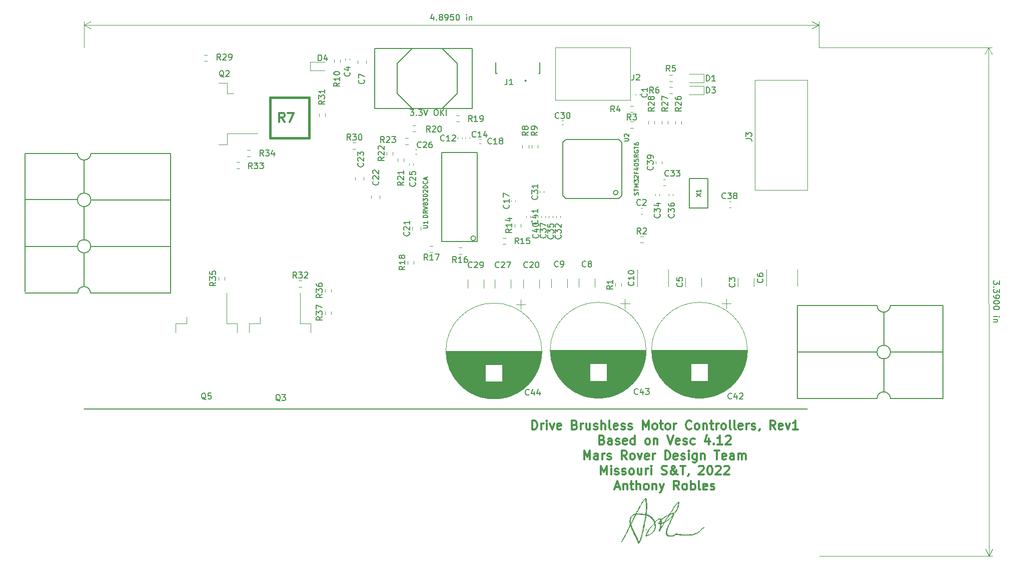
<source format=gbr>
G04 #@! TF.GenerationSoftware,KiCad,Pcbnew,(5.1.4)-1*
G04 #@! TF.CreationDate,2021-08-28T14:03:40-05:00*
G04 #@! TF.ProjectId,Mocos_2021,4d6f636f-735f-4323-9032-312e6b696361,1*
G04 #@! TF.SameCoordinates,Original*
G04 #@! TF.FileFunction,Legend,Top*
G04 #@! TF.FilePolarity,Positive*
%FSLAX46Y46*%
G04 Gerber Fmt 4.6, Leading zero omitted, Abs format (unit mm)*
G04 Created by KiCad (PCBNEW (5.1.4)-1) date 2021-08-28 14:03:40*
%MOMM*%
%LPD*%
G04 APERTURE LIST*
%ADD10C,0.300000*%
%ADD11C,0.150000*%
%ADD12C,0.120000*%
%ADD13C,0.127000*%
%ADD14C,0.010000*%
%ADD15C,0.200000*%
%ADD16C,0.381000*%
%ADD17C,0.200660*%
%ADD18C,0.149860*%
%ADD19C,0.304800*%
%ADD20C,0.190500*%
G04 APERTURE END LIST*
D10*
X140349714Y-133881571D02*
X140349714Y-132381571D01*
X140706857Y-132381571D01*
X140921142Y-132453000D01*
X141063999Y-132595857D01*
X141135428Y-132738714D01*
X141206857Y-133024428D01*
X141206857Y-133238714D01*
X141135428Y-133524428D01*
X141063999Y-133667285D01*
X140921142Y-133810142D01*
X140706857Y-133881571D01*
X140349714Y-133881571D01*
X141849714Y-133881571D02*
X141849714Y-132881571D01*
X141849714Y-133167285D02*
X141921142Y-133024428D01*
X141992571Y-132953000D01*
X142135428Y-132881571D01*
X142278285Y-132881571D01*
X142778285Y-133881571D02*
X142778285Y-132881571D01*
X142778285Y-132381571D02*
X142706857Y-132453000D01*
X142778285Y-132524428D01*
X142849714Y-132453000D01*
X142778285Y-132381571D01*
X142778285Y-132524428D01*
X143349714Y-132881571D02*
X143706857Y-133881571D01*
X144063999Y-132881571D01*
X145206857Y-133810142D02*
X145063999Y-133881571D01*
X144778285Y-133881571D01*
X144635428Y-133810142D01*
X144563999Y-133667285D01*
X144563999Y-133095857D01*
X144635428Y-132953000D01*
X144778285Y-132881571D01*
X145063999Y-132881571D01*
X145206857Y-132953000D01*
X145278285Y-133095857D01*
X145278285Y-133238714D01*
X144563999Y-133381571D01*
X147563999Y-133095857D02*
X147778285Y-133167285D01*
X147849714Y-133238714D01*
X147921142Y-133381571D01*
X147921142Y-133595857D01*
X147849714Y-133738714D01*
X147778285Y-133810142D01*
X147635428Y-133881571D01*
X147063999Y-133881571D01*
X147063999Y-132381571D01*
X147563999Y-132381571D01*
X147706857Y-132453000D01*
X147778285Y-132524428D01*
X147849714Y-132667285D01*
X147849714Y-132810142D01*
X147778285Y-132953000D01*
X147706857Y-133024428D01*
X147563999Y-133095857D01*
X147063999Y-133095857D01*
X148563999Y-133881571D02*
X148563999Y-132881571D01*
X148563999Y-133167285D02*
X148635428Y-133024428D01*
X148706857Y-132953000D01*
X148849714Y-132881571D01*
X148992571Y-132881571D01*
X150135428Y-132881571D02*
X150135428Y-133881571D01*
X149492571Y-132881571D02*
X149492571Y-133667285D01*
X149563999Y-133810142D01*
X149706857Y-133881571D01*
X149921142Y-133881571D01*
X150063999Y-133810142D01*
X150135428Y-133738714D01*
X150778285Y-133810142D02*
X150921142Y-133881571D01*
X151206857Y-133881571D01*
X151349714Y-133810142D01*
X151421142Y-133667285D01*
X151421142Y-133595857D01*
X151349714Y-133453000D01*
X151206857Y-133381571D01*
X150992571Y-133381571D01*
X150849714Y-133310142D01*
X150778285Y-133167285D01*
X150778285Y-133095857D01*
X150849714Y-132953000D01*
X150992571Y-132881571D01*
X151206857Y-132881571D01*
X151349714Y-132953000D01*
X152063999Y-133881571D02*
X152063999Y-132381571D01*
X152706857Y-133881571D02*
X152706857Y-133095857D01*
X152635428Y-132953000D01*
X152492571Y-132881571D01*
X152278285Y-132881571D01*
X152135428Y-132953000D01*
X152063999Y-133024428D01*
X153635428Y-133881571D02*
X153492571Y-133810142D01*
X153421142Y-133667285D01*
X153421142Y-132381571D01*
X154778285Y-133810142D02*
X154635428Y-133881571D01*
X154349714Y-133881571D01*
X154206857Y-133810142D01*
X154135428Y-133667285D01*
X154135428Y-133095857D01*
X154206857Y-132953000D01*
X154349714Y-132881571D01*
X154635428Y-132881571D01*
X154778285Y-132953000D01*
X154849714Y-133095857D01*
X154849714Y-133238714D01*
X154135428Y-133381571D01*
X155421142Y-133810142D02*
X155563999Y-133881571D01*
X155849714Y-133881571D01*
X155992571Y-133810142D01*
X156063999Y-133667285D01*
X156063999Y-133595857D01*
X155992571Y-133453000D01*
X155849714Y-133381571D01*
X155635428Y-133381571D01*
X155492571Y-133310142D01*
X155421142Y-133167285D01*
X155421142Y-133095857D01*
X155492571Y-132953000D01*
X155635428Y-132881571D01*
X155849714Y-132881571D01*
X155992571Y-132953000D01*
X156635428Y-133810142D02*
X156778285Y-133881571D01*
X157063999Y-133881571D01*
X157206857Y-133810142D01*
X157278285Y-133667285D01*
X157278285Y-133595857D01*
X157206857Y-133453000D01*
X157063999Y-133381571D01*
X156849714Y-133381571D01*
X156706857Y-133310142D01*
X156635428Y-133167285D01*
X156635428Y-133095857D01*
X156706857Y-132953000D01*
X156849714Y-132881571D01*
X157063999Y-132881571D01*
X157206857Y-132953000D01*
X159063999Y-133881571D02*
X159063999Y-132381571D01*
X159563999Y-133453000D01*
X160063999Y-132381571D01*
X160063999Y-133881571D01*
X160992571Y-133881571D02*
X160849714Y-133810142D01*
X160778285Y-133738714D01*
X160706857Y-133595857D01*
X160706857Y-133167285D01*
X160778285Y-133024428D01*
X160849714Y-132953000D01*
X160992571Y-132881571D01*
X161206857Y-132881571D01*
X161349714Y-132953000D01*
X161421142Y-133024428D01*
X161492571Y-133167285D01*
X161492571Y-133595857D01*
X161421142Y-133738714D01*
X161349714Y-133810142D01*
X161206857Y-133881571D01*
X160992571Y-133881571D01*
X161921142Y-132881571D02*
X162492571Y-132881571D01*
X162135428Y-132381571D02*
X162135428Y-133667285D01*
X162206857Y-133810142D01*
X162349714Y-133881571D01*
X162492571Y-133881571D01*
X163206857Y-133881571D02*
X163063999Y-133810142D01*
X162992571Y-133738714D01*
X162921142Y-133595857D01*
X162921142Y-133167285D01*
X162992571Y-133024428D01*
X163063999Y-132953000D01*
X163206857Y-132881571D01*
X163421142Y-132881571D01*
X163563999Y-132953000D01*
X163635428Y-133024428D01*
X163706857Y-133167285D01*
X163706857Y-133595857D01*
X163635428Y-133738714D01*
X163563999Y-133810142D01*
X163421142Y-133881571D01*
X163206857Y-133881571D01*
X164349714Y-133881571D02*
X164349714Y-132881571D01*
X164349714Y-133167285D02*
X164421142Y-133024428D01*
X164492571Y-132953000D01*
X164635428Y-132881571D01*
X164778285Y-132881571D01*
X167278285Y-133738714D02*
X167206857Y-133810142D01*
X166992571Y-133881571D01*
X166849714Y-133881571D01*
X166635428Y-133810142D01*
X166492571Y-133667285D01*
X166421142Y-133524428D01*
X166349714Y-133238714D01*
X166349714Y-133024428D01*
X166421142Y-132738714D01*
X166492571Y-132595857D01*
X166635428Y-132453000D01*
X166849714Y-132381571D01*
X166992571Y-132381571D01*
X167206857Y-132453000D01*
X167278285Y-132524428D01*
X168135428Y-133881571D02*
X167992571Y-133810142D01*
X167921142Y-133738714D01*
X167849714Y-133595857D01*
X167849714Y-133167285D01*
X167921142Y-133024428D01*
X167992571Y-132953000D01*
X168135428Y-132881571D01*
X168349714Y-132881571D01*
X168492571Y-132953000D01*
X168563999Y-133024428D01*
X168635428Y-133167285D01*
X168635428Y-133595857D01*
X168563999Y-133738714D01*
X168492571Y-133810142D01*
X168349714Y-133881571D01*
X168135428Y-133881571D01*
X169278285Y-132881571D02*
X169278285Y-133881571D01*
X169278285Y-133024428D02*
X169349714Y-132953000D01*
X169492571Y-132881571D01*
X169706857Y-132881571D01*
X169849714Y-132953000D01*
X169921142Y-133095857D01*
X169921142Y-133881571D01*
X170421142Y-132881571D02*
X170992571Y-132881571D01*
X170635428Y-132381571D02*
X170635428Y-133667285D01*
X170706857Y-133810142D01*
X170849714Y-133881571D01*
X170992571Y-133881571D01*
X171492571Y-133881571D02*
X171492571Y-132881571D01*
X171492571Y-133167285D02*
X171563999Y-133024428D01*
X171635428Y-132953000D01*
X171778285Y-132881571D01*
X171921142Y-132881571D01*
X172635428Y-133881571D02*
X172492571Y-133810142D01*
X172421142Y-133738714D01*
X172349714Y-133595857D01*
X172349714Y-133167285D01*
X172421142Y-133024428D01*
X172492571Y-132953000D01*
X172635428Y-132881571D01*
X172849714Y-132881571D01*
X172992571Y-132953000D01*
X173063999Y-133024428D01*
X173135428Y-133167285D01*
X173135428Y-133595857D01*
X173063999Y-133738714D01*
X172992571Y-133810142D01*
X172849714Y-133881571D01*
X172635428Y-133881571D01*
X173992571Y-133881571D02*
X173849714Y-133810142D01*
X173778285Y-133667285D01*
X173778285Y-132381571D01*
X174778285Y-133881571D02*
X174635428Y-133810142D01*
X174563999Y-133667285D01*
X174563999Y-132381571D01*
X175921142Y-133810142D02*
X175778285Y-133881571D01*
X175492571Y-133881571D01*
X175349714Y-133810142D01*
X175278285Y-133667285D01*
X175278285Y-133095857D01*
X175349714Y-132953000D01*
X175492571Y-132881571D01*
X175778285Y-132881571D01*
X175921142Y-132953000D01*
X175992571Y-133095857D01*
X175992571Y-133238714D01*
X175278285Y-133381571D01*
X176635428Y-133881571D02*
X176635428Y-132881571D01*
X176635428Y-133167285D02*
X176706857Y-133024428D01*
X176778285Y-132953000D01*
X176921142Y-132881571D01*
X177063999Y-132881571D01*
X177492571Y-133810142D02*
X177635428Y-133881571D01*
X177921142Y-133881571D01*
X178063999Y-133810142D01*
X178135428Y-133667285D01*
X178135428Y-133595857D01*
X178063999Y-133453000D01*
X177921142Y-133381571D01*
X177706857Y-133381571D01*
X177563999Y-133310142D01*
X177492571Y-133167285D01*
X177492571Y-133095857D01*
X177563999Y-132953000D01*
X177706857Y-132881571D01*
X177921142Y-132881571D01*
X178063999Y-132953000D01*
X178849714Y-133810142D02*
X178849714Y-133881571D01*
X178778285Y-134024428D01*
X178706857Y-134095857D01*
X181492571Y-133881571D02*
X180992571Y-133167285D01*
X180635428Y-133881571D02*
X180635428Y-132381571D01*
X181206857Y-132381571D01*
X181349714Y-132453000D01*
X181421142Y-132524428D01*
X181492571Y-132667285D01*
X181492571Y-132881571D01*
X181421142Y-133024428D01*
X181349714Y-133095857D01*
X181206857Y-133167285D01*
X180635428Y-133167285D01*
X182706857Y-133810142D02*
X182563999Y-133881571D01*
X182278285Y-133881571D01*
X182135428Y-133810142D01*
X182063999Y-133667285D01*
X182063999Y-133095857D01*
X182135428Y-132953000D01*
X182278285Y-132881571D01*
X182563999Y-132881571D01*
X182706857Y-132953000D01*
X182778285Y-133095857D01*
X182778285Y-133238714D01*
X182063999Y-133381571D01*
X183278285Y-132881571D02*
X183635428Y-133881571D01*
X183992571Y-132881571D01*
X185349714Y-133881571D02*
X184492571Y-133881571D01*
X184921142Y-133881571D02*
X184921142Y-132381571D01*
X184778285Y-132595857D01*
X184635428Y-132738714D01*
X184492571Y-132810142D01*
X152206857Y-135645857D02*
X152421142Y-135717285D01*
X152492571Y-135788714D01*
X152564000Y-135931571D01*
X152564000Y-136145857D01*
X152492571Y-136288714D01*
X152421142Y-136360142D01*
X152278285Y-136431571D01*
X151706857Y-136431571D01*
X151706857Y-134931571D01*
X152206857Y-134931571D01*
X152349714Y-135003000D01*
X152421142Y-135074428D01*
X152492571Y-135217285D01*
X152492571Y-135360142D01*
X152421142Y-135503000D01*
X152349714Y-135574428D01*
X152206857Y-135645857D01*
X151706857Y-135645857D01*
X153849714Y-136431571D02*
X153849714Y-135645857D01*
X153778285Y-135503000D01*
X153635428Y-135431571D01*
X153349714Y-135431571D01*
X153206857Y-135503000D01*
X153849714Y-136360142D02*
X153706857Y-136431571D01*
X153349714Y-136431571D01*
X153206857Y-136360142D01*
X153135428Y-136217285D01*
X153135428Y-136074428D01*
X153206857Y-135931571D01*
X153349714Y-135860142D01*
X153706857Y-135860142D01*
X153849714Y-135788714D01*
X154492571Y-136360142D02*
X154635428Y-136431571D01*
X154921142Y-136431571D01*
X155064000Y-136360142D01*
X155135428Y-136217285D01*
X155135428Y-136145857D01*
X155064000Y-136003000D01*
X154921142Y-135931571D01*
X154706857Y-135931571D01*
X154564000Y-135860142D01*
X154492571Y-135717285D01*
X154492571Y-135645857D01*
X154564000Y-135503000D01*
X154706857Y-135431571D01*
X154921142Y-135431571D01*
X155064000Y-135503000D01*
X156349714Y-136360142D02*
X156206857Y-136431571D01*
X155921142Y-136431571D01*
X155778285Y-136360142D01*
X155706857Y-136217285D01*
X155706857Y-135645857D01*
X155778285Y-135503000D01*
X155921142Y-135431571D01*
X156206857Y-135431571D01*
X156349714Y-135503000D01*
X156421142Y-135645857D01*
X156421142Y-135788714D01*
X155706857Y-135931571D01*
X157706857Y-136431571D02*
X157706857Y-134931571D01*
X157706857Y-136360142D02*
X157564000Y-136431571D01*
X157278285Y-136431571D01*
X157135428Y-136360142D01*
X157064000Y-136288714D01*
X156992571Y-136145857D01*
X156992571Y-135717285D01*
X157064000Y-135574428D01*
X157135428Y-135503000D01*
X157278285Y-135431571D01*
X157564000Y-135431571D01*
X157706857Y-135503000D01*
X159778285Y-136431571D02*
X159635428Y-136360142D01*
X159564000Y-136288714D01*
X159492571Y-136145857D01*
X159492571Y-135717285D01*
X159564000Y-135574428D01*
X159635428Y-135503000D01*
X159778285Y-135431571D01*
X159992571Y-135431571D01*
X160135428Y-135503000D01*
X160206857Y-135574428D01*
X160278285Y-135717285D01*
X160278285Y-136145857D01*
X160206857Y-136288714D01*
X160135428Y-136360142D01*
X159992571Y-136431571D01*
X159778285Y-136431571D01*
X160921142Y-135431571D02*
X160921142Y-136431571D01*
X160921142Y-135574428D02*
X160992571Y-135503000D01*
X161135428Y-135431571D01*
X161349714Y-135431571D01*
X161492571Y-135503000D01*
X161564000Y-135645857D01*
X161564000Y-136431571D01*
X163206857Y-134931571D02*
X163706857Y-136431571D01*
X164206857Y-134931571D01*
X165278285Y-136360142D02*
X165135428Y-136431571D01*
X164849714Y-136431571D01*
X164706857Y-136360142D01*
X164635428Y-136217285D01*
X164635428Y-135645857D01*
X164706857Y-135503000D01*
X164849714Y-135431571D01*
X165135428Y-135431571D01*
X165278285Y-135503000D01*
X165349714Y-135645857D01*
X165349714Y-135788714D01*
X164635428Y-135931571D01*
X165921142Y-136360142D02*
X166064000Y-136431571D01*
X166349714Y-136431571D01*
X166492571Y-136360142D01*
X166564000Y-136217285D01*
X166564000Y-136145857D01*
X166492571Y-136003000D01*
X166349714Y-135931571D01*
X166135428Y-135931571D01*
X165992571Y-135860142D01*
X165921142Y-135717285D01*
X165921142Y-135645857D01*
X165992571Y-135503000D01*
X166135428Y-135431571D01*
X166349714Y-135431571D01*
X166492571Y-135503000D01*
X167849714Y-136360142D02*
X167706857Y-136431571D01*
X167421142Y-136431571D01*
X167278285Y-136360142D01*
X167206857Y-136288714D01*
X167135428Y-136145857D01*
X167135428Y-135717285D01*
X167206857Y-135574428D01*
X167278285Y-135503000D01*
X167421142Y-135431571D01*
X167706857Y-135431571D01*
X167849714Y-135503000D01*
X170278285Y-135431571D02*
X170278285Y-136431571D01*
X169921142Y-134860142D02*
X169564000Y-135931571D01*
X170492571Y-135931571D01*
X171064000Y-136288714D02*
X171135428Y-136360142D01*
X171064000Y-136431571D01*
X170992571Y-136360142D01*
X171064000Y-136288714D01*
X171064000Y-136431571D01*
X172564000Y-136431571D02*
X171706857Y-136431571D01*
X172135428Y-136431571D02*
X172135428Y-134931571D01*
X171992571Y-135145857D01*
X171849714Y-135288714D01*
X171706857Y-135360142D01*
X173135428Y-135074428D02*
X173206857Y-135003000D01*
X173349714Y-134931571D01*
X173706857Y-134931571D01*
X173849714Y-135003000D01*
X173921142Y-135074428D01*
X173992571Y-135217285D01*
X173992571Y-135360142D01*
X173921142Y-135574428D01*
X173064000Y-136431571D01*
X173992571Y-136431571D01*
X149135428Y-138981571D02*
X149135428Y-137481571D01*
X149635428Y-138553000D01*
X150135428Y-137481571D01*
X150135428Y-138981571D01*
X151492571Y-138981571D02*
X151492571Y-138195857D01*
X151421142Y-138053000D01*
X151278285Y-137981571D01*
X150992571Y-137981571D01*
X150849714Y-138053000D01*
X151492571Y-138910142D02*
X151349714Y-138981571D01*
X150992571Y-138981571D01*
X150849714Y-138910142D01*
X150778285Y-138767285D01*
X150778285Y-138624428D01*
X150849714Y-138481571D01*
X150992571Y-138410142D01*
X151349714Y-138410142D01*
X151492571Y-138338714D01*
X152206857Y-138981571D02*
X152206857Y-137981571D01*
X152206857Y-138267285D02*
X152278285Y-138124428D01*
X152349714Y-138053000D01*
X152492571Y-137981571D01*
X152635428Y-137981571D01*
X153064000Y-138910142D02*
X153206857Y-138981571D01*
X153492571Y-138981571D01*
X153635428Y-138910142D01*
X153706857Y-138767285D01*
X153706857Y-138695857D01*
X153635428Y-138553000D01*
X153492571Y-138481571D01*
X153278285Y-138481571D01*
X153135428Y-138410142D01*
X153064000Y-138267285D01*
X153064000Y-138195857D01*
X153135428Y-138053000D01*
X153278285Y-137981571D01*
X153492571Y-137981571D01*
X153635428Y-138053000D01*
X156349714Y-138981571D02*
X155849714Y-138267285D01*
X155492571Y-138981571D02*
X155492571Y-137481571D01*
X156064000Y-137481571D01*
X156206857Y-137553000D01*
X156278285Y-137624428D01*
X156349714Y-137767285D01*
X156349714Y-137981571D01*
X156278285Y-138124428D01*
X156206857Y-138195857D01*
X156064000Y-138267285D01*
X155492571Y-138267285D01*
X157206857Y-138981571D02*
X157064000Y-138910142D01*
X156992571Y-138838714D01*
X156921142Y-138695857D01*
X156921142Y-138267285D01*
X156992571Y-138124428D01*
X157064000Y-138053000D01*
X157206857Y-137981571D01*
X157421142Y-137981571D01*
X157564000Y-138053000D01*
X157635428Y-138124428D01*
X157706857Y-138267285D01*
X157706857Y-138695857D01*
X157635428Y-138838714D01*
X157564000Y-138910142D01*
X157421142Y-138981571D01*
X157206857Y-138981571D01*
X158206857Y-137981571D02*
X158564000Y-138981571D01*
X158921142Y-137981571D01*
X160064000Y-138910142D02*
X159921142Y-138981571D01*
X159635428Y-138981571D01*
X159492571Y-138910142D01*
X159421142Y-138767285D01*
X159421142Y-138195857D01*
X159492571Y-138053000D01*
X159635428Y-137981571D01*
X159921142Y-137981571D01*
X160064000Y-138053000D01*
X160135428Y-138195857D01*
X160135428Y-138338714D01*
X159421142Y-138481571D01*
X160778285Y-138981571D02*
X160778285Y-137981571D01*
X160778285Y-138267285D02*
X160849714Y-138124428D01*
X160921142Y-138053000D01*
X161064000Y-137981571D01*
X161206857Y-137981571D01*
X162849714Y-138981571D02*
X162849714Y-137481571D01*
X163206857Y-137481571D01*
X163421142Y-137553000D01*
X163564000Y-137695857D01*
X163635428Y-137838714D01*
X163706857Y-138124428D01*
X163706857Y-138338714D01*
X163635428Y-138624428D01*
X163564000Y-138767285D01*
X163421142Y-138910142D01*
X163206857Y-138981571D01*
X162849714Y-138981571D01*
X164921142Y-138910142D02*
X164778285Y-138981571D01*
X164492571Y-138981571D01*
X164349714Y-138910142D01*
X164278285Y-138767285D01*
X164278285Y-138195857D01*
X164349714Y-138053000D01*
X164492571Y-137981571D01*
X164778285Y-137981571D01*
X164921142Y-138053000D01*
X164992571Y-138195857D01*
X164992571Y-138338714D01*
X164278285Y-138481571D01*
X165564000Y-138910142D02*
X165706857Y-138981571D01*
X165992571Y-138981571D01*
X166135428Y-138910142D01*
X166206857Y-138767285D01*
X166206857Y-138695857D01*
X166135428Y-138553000D01*
X165992571Y-138481571D01*
X165778285Y-138481571D01*
X165635428Y-138410142D01*
X165564000Y-138267285D01*
X165564000Y-138195857D01*
X165635428Y-138053000D01*
X165778285Y-137981571D01*
X165992571Y-137981571D01*
X166135428Y-138053000D01*
X166849714Y-138981571D02*
X166849714Y-137981571D01*
X166849714Y-137481571D02*
X166778285Y-137553000D01*
X166849714Y-137624428D01*
X166921142Y-137553000D01*
X166849714Y-137481571D01*
X166849714Y-137624428D01*
X168206857Y-137981571D02*
X168206857Y-139195857D01*
X168135428Y-139338714D01*
X168064000Y-139410142D01*
X167921142Y-139481571D01*
X167706857Y-139481571D01*
X167564000Y-139410142D01*
X168206857Y-138910142D02*
X168064000Y-138981571D01*
X167778285Y-138981571D01*
X167635428Y-138910142D01*
X167564000Y-138838714D01*
X167492571Y-138695857D01*
X167492571Y-138267285D01*
X167564000Y-138124428D01*
X167635428Y-138053000D01*
X167778285Y-137981571D01*
X168064000Y-137981571D01*
X168206857Y-138053000D01*
X168921142Y-137981571D02*
X168921142Y-138981571D01*
X168921142Y-138124428D02*
X168992571Y-138053000D01*
X169135428Y-137981571D01*
X169349714Y-137981571D01*
X169492571Y-138053000D01*
X169564000Y-138195857D01*
X169564000Y-138981571D01*
X171206857Y-137481571D02*
X172064000Y-137481571D01*
X171635428Y-138981571D02*
X171635428Y-137481571D01*
X173135428Y-138910142D02*
X172992571Y-138981571D01*
X172706857Y-138981571D01*
X172564000Y-138910142D01*
X172492571Y-138767285D01*
X172492571Y-138195857D01*
X172564000Y-138053000D01*
X172706857Y-137981571D01*
X172992571Y-137981571D01*
X173135428Y-138053000D01*
X173206857Y-138195857D01*
X173206857Y-138338714D01*
X172492571Y-138481571D01*
X174492571Y-138981571D02*
X174492571Y-138195857D01*
X174421142Y-138053000D01*
X174278285Y-137981571D01*
X173992571Y-137981571D01*
X173849714Y-138053000D01*
X174492571Y-138910142D02*
X174349714Y-138981571D01*
X173992571Y-138981571D01*
X173849714Y-138910142D01*
X173778285Y-138767285D01*
X173778285Y-138624428D01*
X173849714Y-138481571D01*
X173992571Y-138410142D01*
X174349714Y-138410142D01*
X174492571Y-138338714D01*
X175206857Y-138981571D02*
X175206857Y-137981571D01*
X175206857Y-138124428D02*
X175278285Y-138053000D01*
X175421142Y-137981571D01*
X175635428Y-137981571D01*
X175778285Y-138053000D01*
X175849714Y-138195857D01*
X175849714Y-138981571D01*
X175849714Y-138195857D02*
X175921142Y-138053000D01*
X176064000Y-137981571D01*
X176278285Y-137981571D01*
X176421142Y-138053000D01*
X176492571Y-138195857D01*
X176492571Y-138981571D01*
X151992571Y-141531571D02*
X151992571Y-140031571D01*
X152492571Y-141103000D01*
X152992571Y-140031571D01*
X152992571Y-141531571D01*
X153706857Y-141531571D02*
X153706857Y-140531571D01*
X153706857Y-140031571D02*
X153635428Y-140103000D01*
X153706857Y-140174428D01*
X153778285Y-140103000D01*
X153706857Y-140031571D01*
X153706857Y-140174428D01*
X154349714Y-141460142D02*
X154492571Y-141531571D01*
X154778285Y-141531571D01*
X154921142Y-141460142D01*
X154992571Y-141317285D01*
X154992571Y-141245857D01*
X154921142Y-141103000D01*
X154778285Y-141031571D01*
X154564000Y-141031571D01*
X154421142Y-140960142D01*
X154349714Y-140817285D01*
X154349714Y-140745857D01*
X154421142Y-140603000D01*
X154564000Y-140531571D01*
X154778285Y-140531571D01*
X154921142Y-140603000D01*
X155564000Y-141460142D02*
X155706857Y-141531571D01*
X155992571Y-141531571D01*
X156135428Y-141460142D01*
X156206857Y-141317285D01*
X156206857Y-141245857D01*
X156135428Y-141103000D01*
X155992571Y-141031571D01*
X155778285Y-141031571D01*
X155635428Y-140960142D01*
X155564000Y-140817285D01*
X155564000Y-140745857D01*
X155635428Y-140603000D01*
X155778285Y-140531571D01*
X155992571Y-140531571D01*
X156135428Y-140603000D01*
X157064000Y-141531571D02*
X156921142Y-141460142D01*
X156849714Y-141388714D01*
X156778285Y-141245857D01*
X156778285Y-140817285D01*
X156849714Y-140674428D01*
X156921142Y-140603000D01*
X157064000Y-140531571D01*
X157278285Y-140531571D01*
X157421142Y-140603000D01*
X157492571Y-140674428D01*
X157564000Y-140817285D01*
X157564000Y-141245857D01*
X157492571Y-141388714D01*
X157421142Y-141460142D01*
X157278285Y-141531571D01*
X157064000Y-141531571D01*
X158849714Y-140531571D02*
X158849714Y-141531571D01*
X158206857Y-140531571D02*
X158206857Y-141317285D01*
X158278285Y-141460142D01*
X158421142Y-141531571D01*
X158635428Y-141531571D01*
X158778285Y-141460142D01*
X158849714Y-141388714D01*
X159564000Y-141531571D02*
X159564000Y-140531571D01*
X159564000Y-140817285D02*
X159635428Y-140674428D01*
X159706857Y-140603000D01*
X159849714Y-140531571D01*
X159992571Y-140531571D01*
X160492571Y-141531571D02*
X160492571Y-140531571D01*
X160492571Y-140031571D02*
X160421142Y-140103000D01*
X160492571Y-140174428D01*
X160564000Y-140103000D01*
X160492571Y-140031571D01*
X160492571Y-140174428D01*
X162278285Y-141460142D02*
X162492571Y-141531571D01*
X162849714Y-141531571D01*
X162992571Y-141460142D01*
X163064000Y-141388714D01*
X163135428Y-141245857D01*
X163135428Y-141103000D01*
X163064000Y-140960142D01*
X162992571Y-140888714D01*
X162849714Y-140817285D01*
X162564000Y-140745857D01*
X162421142Y-140674428D01*
X162349714Y-140603000D01*
X162278285Y-140460142D01*
X162278285Y-140317285D01*
X162349714Y-140174428D01*
X162421142Y-140103000D01*
X162564000Y-140031571D01*
X162921142Y-140031571D01*
X163135428Y-140103000D01*
X164992571Y-141531571D02*
X164921142Y-141531571D01*
X164778285Y-141460142D01*
X164564000Y-141245857D01*
X164206857Y-140817285D01*
X164064000Y-140603000D01*
X163992571Y-140388714D01*
X163992571Y-140245857D01*
X164064000Y-140103000D01*
X164206857Y-140031571D01*
X164278285Y-140031571D01*
X164421142Y-140103000D01*
X164492571Y-140245857D01*
X164492571Y-140317285D01*
X164421142Y-140460142D01*
X164349714Y-140531571D01*
X163921142Y-140817285D01*
X163849714Y-140888714D01*
X163778285Y-141031571D01*
X163778285Y-141245857D01*
X163849714Y-141388714D01*
X163921142Y-141460142D01*
X164064000Y-141531571D01*
X164278285Y-141531571D01*
X164421142Y-141460142D01*
X164492571Y-141388714D01*
X164706857Y-141103000D01*
X164778285Y-140888714D01*
X164778285Y-140745857D01*
X165421142Y-140031571D02*
X166278285Y-140031571D01*
X165849714Y-141531571D02*
X165849714Y-140031571D01*
X166849714Y-141460142D02*
X166849714Y-141531571D01*
X166778285Y-141674428D01*
X166706857Y-141745857D01*
X168564000Y-140174428D02*
X168635428Y-140103000D01*
X168778285Y-140031571D01*
X169135428Y-140031571D01*
X169278285Y-140103000D01*
X169349714Y-140174428D01*
X169421142Y-140317285D01*
X169421142Y-140460142D01*
X169349714Y-140674428D01*
X168492571Y-141531571D01*
X169421142Y-141531571D01*
X170349714Y-140031571D02*
X170492571Y-140031571D01*
X170635428Y-140103000D01*
X170706857Y-140174428D01*
X170778285Y-140317285D01*
X170849714Y-140603000D01*
X170849714Y-140960142D01*
X170778285Y-141245857D01*
X170706857Y-141388714D01*
X170635428Y-141460142D01*
X170492571Y-141531571D01*
X170349714Y-141531571D01*
X170206857Y-141460142D01*
X170135428Y-141388714D01*
X170064000Y-141245857D01*
X169992571Y-140960142D01*
X169992571Y-140603000D01*
X170064000Y-140317285D01*
X170135428Y-140174428D01*
X170206857Y-140103000D01*
X170349714Y-140031571D01*
X171421142Y-140174428D02*
X171492571Y-140103000D01*
X171635428Y-140031571D01*
X171992571Y-140031571D01*
X172135428Y-140103000D01*
X172206857Y-140174428D01*
X172278285Y-140317285D01*
X172278285Y-140460142D01*
X172206857Y-140674428D01*
X171349714Y-141531571D01*
X172278285Y-141531571D01*
X172849714Y-140174428D02*
X172921142Y-140103000D01*
X173064000Y-140031571D01*
X173421142Y-140031571D01*
X173564000Y-140103000D01*
X173635428Y-140174428D01*
X173706857Y-140317285D01*
X173706857Y-140460142D01*
X173635428Y-140674428D01*
X172778285Y-141531571D01*
X173706857Y-141531571D01*
X154421142Y-143653000D02*
X155135428Y-143653000D01*
X154278285Y-144081571D02*
X154778285Y-142581571D01*
X155278285Y-144081571D01*
X155778285Y-143081571D02*
X155778285Y-144081571D01*
X155778285Y-143224428D02*
X155849714Y-143153000D01*
X155992571Y-143081571D01*
X156206857Y-143081571D01*
X156349714Y-143153000D01*
X156421142Y-143295857D01*
X156421142Y-144081571D01*
X156921142Y-143081571D02*
X157492571Y-143081571D01*
X157135428Y-142581571D02*
X157135428Y-143867285D01*
X157206857Y-144010142D01*
X157349714Y-144081571D01*
X157492571Y-144081571D01*
X157992571Y-144081571D02*
X157992571Y-142581571D01*
X158635428Y-144081571D02*
X158635428Y-143295857D01*
X158564000Y-143153000D01*
X158421142Y-143081571D01*
X158206857Y-143081571D01*
X158064000Y-143153000D01*
X157992571Y-143224428D01*
X159564000Y-144081571D02*
X159421142Y-144010142D01*
X159349714Y-143938714D01*
X159278285Y-143795857D01*
X159278285Y-143367285D01*
X159349714Y-143224428D01*
X159421142Y-143153000D01*
X159564000Y-143081571D01*
X159778285Y-143081571D01*
X159921142Y-143153000D01*
X159992571Y-143224428D01*
X160064000Y-143367285D01*
X160064000Y-143795857D01*
X159992571Y-143938714D01*
X159921142Y-144010142D01*
X159778285Y-144081571D01*
X159564000Y-144081571D01*
X160706857Y-143081571D02*
X160706857Y-144081571D01*
X160706857Y-143224428D02*
X160778285Y-143153000D01*
X160921142Y-143081571D01*
X161135428Y-143081571D01*
X161278285Y-143153000D01*
X161349714Y-143295857D01*
X161349714Y-144081571D01*
X161921142Y-143081571D02*
X162278285Y-144081571D01*
X162635428Y-143081571D02*
X162278285Y-144081571D01*
X162135428Y-144438714D01*
X162064000Y-144510142D01*
X161921142Y-144581571D01*
X165206857Y-144081571D02*
X164706857Y-143367285D01*
X164349714Y-144081571D02*
X164349714Y-142581571D01*
X164921142Y-142581571D01*
X165064000Y-142653000D01*
X165135428Y-142724428D01*
X165206857Y-142867285D01*
X165206857Y-143081571D01*
X165135428Y-143224428D01*
X165064000Y-143295857D01*
X164921142Y-143367285D01*
X164349714Y-143367285D01*
X166064000Y-144081571D02*
X165921142Y-144010142D01*
X165849714Y-143938714D01*
X165778285Y-143795857D01*
X165778285Y-143367285D01*
X165849714Y-143224428D01*
X165921142Y-143153000D01*
X166064000Y-143081571D01*
X166278285Y-143081571D01*
X166421142Y-143153000D01*
X166492571Y-143224428D01*
X166564000Y-143367285D01*
X166564000Y-143795857D01*
X166492571Y-143938714D01*
X166421142Y-144010142D01*
X166278285Y-144081571D01*
X166064000Y-144081571D01*
X167206857Y-144081571D02*
X167206857Y-142581571D01*
X167206857Y-143153000D02*
X167349714Y-143081571D01*
X167635428Y-143081571D01*
X167778285Y-143153000D01*
X167849714Y-143224428D01*
X167921142Y-143367285D01*
X167921142Y-143795857D01*
X167849714Y-143938714D01*
X167778285Y-144010142D01*
X167635428Y-144081571D01*
X167349714Y-144081571D01*
X167206857Y-144010142D01*
X168778285Y-144081571D02*
X168635428Y-144010142D01*
X168564000Y-143867285D01*
X168564000Y-142581571D01*
X169921142Y-144010142D02*
X169778285Y-144081571D01*
X169492571Y-144081571D01*
X169349714Y-144010142D01*
X169278285Y-143867285D01*
X169278285Y-143295857D01*
X169349714Y-143153000D01*
X169492571Y-143081571D01*
X169778285Y-143081571D01*
X169921142Y-143153000D01*
X169992571Y-143295857D01*
X169992571Y-143438714D01*
X169278285Y-143581571D01*
X170564000Y-144010142D02*
X170706857Y-144081571D01*
X170992571Y-144081571D01*
X171135428Y-144010142D01*
X171206857Y-143867285D01*
X171206857Y-143795857D01*
X171135428Y-143653000D01*
X170992571Y-143581571D01*
X170778285Y-143581571D01*
X170635428Y-143510142D01*
X170564000Y-143367285D01*
X170564000Y-143295857D01*
X170635428Y-143153000D01*
X170778285Y-143081571D01*
X170992571Y-143081571D01*
X171135428Y-143153000D01*
D11*
X123658690Y-63920714D02*
X123658690Y-64587380D01*
X123420595Y-63539761D02*
X123182500Y-64254047D01*
X123801547Y-64254047D01*
X124182500Y-64492142D02*
X124230119Y-64539761D01*
X124182500Y-64587380D01*
X124134880Y-64539761D01*
X124182500Y-64492142D01*
X124182500Y-64587380D01*
X124801547Y-64015952D02*
X124706309Y-63968333D01*
X124658690Y-63920714D01*
X124611071Y-63825476D01*
X124611071Y-63777857D01*
X124658690Y-63682619D01*
X124706309Y-63635000D01*
X124801547Y-63587380D01*
X124992023Y-63587380D01*
X125087261Y-63635000D01*
X125134880Y-63682619D01*
X125182500Y-63777857D01*
X125182500Y-63825476D01*
X125134880Y-63920714D01*
X125087261Y-63968333D01*
X124992023Y-64015952D01*
X124801547Y-64015952D01*
X124706309Y-64063571D01*
X124658690Y-64111190D01*
X124611071Y-64206428D01*
X124611071Y-64396904D01*
X124658690Y-64492142D01*
X124706309Y-64539761D01*
X124801547Y-64587380D01*
X124992023Y-64587380D01*
X125087261Y-64539761D01*
X125134880Y-64492142D01*
X125182500Y-64396904D01*
X125182500Y-64206428D01*
X125134880Y-64111190D01*
X125087261Y-64063571D01*
X124992023Y-64015952D01*
X125658690Y-64587380D02*
X125849166Y-64587380D01*
X125944404Y-64539761D01*
X125992023Y-64492142D01*
X126087261Y-64349285D01*
X126134880Y-64158809D01*
X126134880Y-63777857D01*
X126087261Y-63682619D01*
X126039642Y-63635000D01*
X125944404Y-63587380D01*
X125753928Y-63587380D01*
X125658690Y-63635000D01*
X125611071Y-63682619D01*
X125563452Y-63777857D01*
X125563452Y-64015952D01*
X125611071Y-64111190D01*
X125658690Y-64158809D01*
X125753928Y-64206428D01*
X125944404Y-64206428D01*
X126039642Y-64158809D01*
X126087261Y-64111190D01*
X126134880Y-64015952D01*
X127039642Y-63587380D02*
X126563452Y-63587380D01*
X126515833Y-64063571D01*
X126563452Y-64015952D01*
X126658690Y-63968333D01*
X126896785Y-63968333D01*
X126992023Y-64015952D01*
X127039642Y-64063571D01*
X127087261Y-64158809D01*
X127087261Y-64396904D01*
X127039642Y-64492142D01*
X126992023Y-64539761D01*
X126896785Y-64587380D01*
X126658690Y-64587380D01*
X126563452Y-64539761D01*
X126515833Y-64492142D01*
X127706309Y-63587380D02*
X127801547Y-63587380D01*
X127896785Y-63635000D01*
X127944404Y-63682619D01*
X127992023Y-63777857D01*
X128039642Y-63968333D01*
X128039642Y-64206428D01*
X127992023Y-64396904D01*
X127944404Y-64492142D01*
X127896785Y-64539761D01*
X127801547Y-64587380D01*
X127706309Y-64587380D01*
X127611071Y-64539761D01*
X127563452Y-64492142D01*
X127515833Y-64396904D01*
X127468214Y-64206428D01*
X127468214Y-63968333D01*
X127515833Y-63777857D01*
X127563452Y-63682619D01*
X127611071Y-63635000D01*
X127706309Y-63587380D01*
X129230119Y-64587380D02*
X129230119Y-63920714D01*
X129230119Y-63587380D02*
X129182500Y-63635000D01*
X129230119Y-63682619D01*
X129277738Y-63635000D01*
X129230119Y-63587380D01*
X129230119Y-63682619D01*
X129706309Y-63920714D02*
X129706309Y-64587380D01*
X129706309Y-64015952D02*
X129753928Y-63968333D01*
X129849166Y-63920714D01*
X129992023Y-63920714D01*
X130087261Y-63968333D01*
X130134880Y-64063571D01*
X130134880Y-64587380D01*
D12*
X64516000Y-65405000D02*
X188849000Y-65405000D01*
X64516000Y-69215000D02*
X64516000Y-64818579D01*
X188849000Y-69215000D02*
X188849000Y-64818579D01*
X188849000Y-65405000D02*
X187722496Y-65991421D01*
X188849000Y-65405000D02*
X187722496Y-64818579D01*
X64516000Y-65405000D02*
X65642504Y-65991421D01*
X64516000Y-65405000D02*
X65642504Y-64818579D01*
D11*
X219430380Y-108675366D02*
X219431294Y-109294413D01*
X219049850Y-108961641D01*
X219050061Y-109104498D01*
X219002582Y-109199807D01*
X218955033Y-109247496D01*
X218859866Y-109295255D01*
X218621771Y-109295607D01*
X218526462Y-109248128D01*
X218478773Y-109200579D01*
X218431014Y-109105412D01*
X218430592Y-108819698D01*
X218478071Y-108724389D01*
X218525620Y-108676700D01*
X218527165Y-109724318D02*
X218479616Y-109772007D01*
X218431927Y-109724458D01*
X218479475Y-109676769D01*
X218527165Y-109724318D01*
X218431927Y-109724458D01*
X219432488Y-110103935D02*
X219433401Y-110722982D01*
X219051957Y-110390211D01*
X219052168Y-110533068D01*
X219004689Y-110628377D01*
X218957140Y-110676066D01*
X218861973Y-110723825D01*
X218623878Y-110724176D01*
X218528569Y-110676698D01*
X218480880Y-110629149D01*
X218433121Y-110533981D01*
X218432699Y-110248267D01*
X218480178Y-110152959D01*
X218527727Y-110105270D01*
X218434104Y-111200647D02*
X218434385Y-111391123D01*
X218482144Y-111486291D01*
X218529834Y-111533840D01*
X218672831Y-111628867D01*
X218863377Y-111676205D01*
X219244329Y-111675643D01*
X219339497Y-111627884D01*
X219387046Y-111580195D01*
X219434524Y-111484886D01*
X219434243Y-111294410D01*
X219386484Y-111199243D01*
X219338795Y-111151694D01*
X219243486Y-111104215D01*
X219005391Y-111104567D01*
X218910224Y-111152326D01*
X218862675Y-111200015D01*
X218815196Y-111295323D01*
X218815477Y-111485799D01*
X218863237Y-111580967D01*
X218910926Y-111628516D01*
X219006234Y-111675994D01*
X219435718Y-112294409D02*
X219435859Y-112389647D01*
X219388380Y-112484956D01*
X219340831Y-112532645D01*
X219245664Y-112580404D01*
X219055258Y-112628304D01*
X218817163Y-112628655D01*
X218626617Y-112581317D01*
X218531309Y-112533839D01*
X218483619Y-112486290D01*
X218435860Y-112391122D01*
X218435719Y-112295884D01*
X218483198Y-112200576D01*
X218530747Y-112152887D01*
X218625914Y-112105127D01*
X218816320Y-112057227D01*
X219054415Y-112056876D01*
X219244961Y-112104214D01*
X219340270Y-112151693D01*
X219387959Y-112199242D01*
X219435718Y-112294409D01*
X219437123Y-113246789D02*
X219437263Y-113342027D01*
X219389785Y-113437335D01*
X219342236Y-113485025D01*
X219247068Y-113532784D01*
X219056663Y-113580684D01*
X218818568Y-113581035D01*
X218628021Y-113533697D01*
X218532713Y-113486219D01*
X218485024Y-113438670D01*
X218437265Y-113343502D01*
X218437124Y-113248264D01*
X218484603Y-113152956D01*
X218532151Y-113105267D01*
X218627319Y-113057507D01*
X218817725Y-113009607D01*
X219055820Y-113009256D01*
X219246366Y-113056594D01*
X219341674Y-113104073D01*
X219389364Y-113151621D01*
X219437123Y-113246789D01*
X218439372Y-114772072D02*
X219106038Y-114771089D01*
X219439370Y-114770597D02*
X219391681Y-114723048D01*
X219344133Y-114770738D01*
X219391822Y-114818286D01*
X219439370Y-114770597D01*
X219344133Y-114770738D01*
X219106740Y-115247279D02*
X218440074Y-115248262D01*
X219011502Y-115247419D02*
X219059191Y-115294968D01*
X219106951Y-115390136D01*
X219107161Y-115532993D01*
X219059683Y-115628301D01*
X218964515Y-115676060D01*
X218440706Y-115676833D01*
D12*
X217554496Y-69172662D02*
X217681496Y-155278662D01*
X188849000Y-69215000D02*
X218140916Y-69171797D01*
X188976000Y-155321000D02*
X218267916Y-155277797D01*
X217681496Y-155278662D02*
X217093414Y-154153024D01*
X217681496Y-155278662D02*
X218266255Y-154151295D01*
X217554496Y-69172662D02*
X216969737Y-70300029D01*
X217554496Y-69172662D02*
X218142578Y-70298300D01*
D11*
X186944000Y-130429000D02*
X64516000Y-130429000D01*
D12*
X110771000Y-71388248D02*
X110771000Y-71910752D01*
X112241000Y-71388248D02*
X112241000Y-71910752D01*
D13*
X130779718Y-101495860D02*
G75*
G03X130779718Y-101495860I-406598J0D01*
G01*
X131015740Y-102011480D02*
X125016260Y-102011480D01*
X125016260Y-87012780D02*
X131015740Y-87012780D01*
X125016260Y-87012780D02*
X125016260Y-102011480D01*
X131015740Y-102011480D02*
X131015740Y-87012780D01*
D14*
G36*
X159641033Y-150765581D02*
G01*
X159611754Y-150800753D01*
X159604830Y-150808228D01*
X159565855Y-150846542D01*
X159541314Y-150864904D01*
X159539937Y-150865179D01*
X159545846Y-150850875D01*
X159575125Y-150815704D01*
X159582049Y-150808228D01*
X159621024Y-150769915D01*
X159645565Y-150751552D01*
X159646942Y-150751278D01*
X159641033Y-150765581D01*
X159641033Y-150765581D01*
G37*
X159641033Y-150765581D02*
X159611754Y-150800753D01*
X159604830Y-150808228D01*
X159565855Y-150846542D01*
X159541314Y-150864904D01*
X159539937Y-150865179D01*
X159545846Y-150850875D01*
X159575125Y-150815704D01*
X159582049Y-150808228D01*
X159621024Y-150769915D01*
X159645565Y-150751552D01*
X159646942Y-150751278D01*
X159641033Y-150765581D01*
G36*
X159546456Y-145500390D02*
G01*
X159578118Y-145537249D01*
X159606091Y-145603808D01*
X159631801Y-145704261D01*
X159656674Y-145842803D01*
X159676253Y-145978811D01*
X159695329Y-146161680D01*
X159709216Y-146379290D01*
X159717916Y-146621121D01*
X159721430Y-146876649D01*
X159719760Y-147135353D01*
X159712909Y-147386711D01*
X159700877Y-147620201D01*
X159683667Y-147825300D01*
X159675928Y-147892354D01*
X159661378Y-148011548D01*
X159649849Y-148113657D01*
X159642173Y-148190676D01*
X159639177Y-148234597D01*
X159639715Y-148241668D01*
X159664438Y-148248942D01*
X159718534Y-148258289D01*
X159745325Y-148261987D01*
X159815393Y-148278791D01*
X159906243Y-148310948D01*
X159998836Y-148351673D01*
X160003484Y-148353968D01*
X160234881Y-148476945D01*
X160427662Y-148598571D01*
X160588161Y-148724934D01*
X160722714Y-148862121D01*
X160837653Y-149016218D01*
X160939312Y-149193314D01*
X160992724Y-149304629D01*
X161026859Y-149383698D01*
X161051788Y-149448664D01*
X161062641Y-149486722D01*
X161062767Y-149488779D01*
X161073179Y-149525720D01*
X161103657Y-149522889D01*
X161153062Y-149480839D01*
X161205259Y-149419574D01*
X161301437Y-149312052D01*
X161423087Y-149197894D01*
X161554745Y-149090467D01*
X161680947Y-149003140D01*
X161700614Y-148991333D01*
X161801349Y-148946710D01*
X161905368Y-148924445D01*
X162000029Y-148925539D01*
X162072686Y-148950994D01*
X162085471Y-148960862D01*
X162120821Y-149002826D01*
X162133439Y-149034898D01*
X162145463Y-149062895D01*
X162153653Y-149065538D01*
X162178173Y-149053428D01*
X162234083Y-149019766D01*
X162315053Y-148968554D01*
X162414754Y-148903793D01*
X162523033Y-148832040D01*
X162666574Y-148738482D01*
X162828397Y-148636960D01*
X162992450Y-148537311D01*
X163142678Y-148449371D01*
X163203262Y-148415258D01*
X163534324Y-148231974D01*
X163591736Y-148145676D01*
X163667103Y-148145676D01*
X163667192Y-148146614D01*
X163690015Y-148141378D01*
X163744061Y-148120481D01*
X163819430Y-148087872D01*
X163854257Y-148072005D01*
X163956859Y-148030199D01*
X164054365Y-148000327D01*
X164138138Y-147983946D01*
X164199540Y-147982616D01*
X164229933Y-147997895D01*
X164231626Y-148003894D01*
X164232836Y-148041068D01*
X164232949Y-148103537D01*
X164232711Y-148126526D01*
X164236324Y-148185343D01*
X164247650Y-148211085D01*
X164253429Y-148210397D01*
X164273478Y-148187965D01*
X164314641Y-148134782D01*
X164371976Y-148057472D01*
X164440542Y-147962660D01*
X164487583Y-147896495D01*
X164672033Y-147606494D01*
X164814659Y-147315466D01*
X164918635Y-147015233D01*
X164987132Y-146697615D01*
X165005687Y-146560558D01*
X165017800Y-146449298D01*
X165023691Y-146374139D01*
X165023012Y-146326003D01*
X165015421Y-146295813D01*
X165000571Y-146274490D01*
X164994590Y-146268407D01*
X164970360Y-146249125D01*
X164947488Y-146249780D01*
X164915802Y-146275320D01*
X164865129Y-146330692D01*
X164864057Y-146331905D01*
X164753422Y-146463776D01*
X164642917Y-146609752D01*
X164526766Y-146777967D01*
X164399193Y-146976553D01*
X164351332Y-147053832D01*
X164268778Y-147186951D01*
X164170548Y-147343405D01*
X164065974Y-147508446D01*
X163964388Y-147667322D01*
X163904300Y-147760422D01*
X163829738Y-147876391D01*
X163765122Y-147978788D01*
X163714069Y-148061725D01*
X163680191Y-148119317D01*
X163667103Y-148145676D01*
X163591736Y-148145676D01*
X163723073Y-147948263D01*
X163802520Y-147827545D01*
X163884757Y-147700381D01*
X163960797Y-147580801D01*
X164021649Y-147482837D01*
X164028883Y-147470919D01*
X164203393Y-147188023D01*
X164363422Y-146941052D01*
X164512869Y-146724243D01*
X164655630Y-146531832D01*
X164714428Y-146457041D01*
X164831922Y-146315336D01*
X164927724Y-146211893D01*
X165003552Y-146145887D01*
X165061129Y-146116496D01*
X165102172Y-146122894D01*
X165128404Y-146164260D01*
X165141543Y-146239770D01*
X165142387Y-146252175D01*
X165139107Y-146455125D01*
X165105880Y-146678184D01*
X165041898Y-146925108D01*
X164946353Y-147199655D01*
X164929381Y-147243116D01*
X164857566Y-147398631D01*
X164758393Y-147575260D01*
X164638084Y-147763321D01*
X164502862Y-147953136D01*
X164358947Y-148135024D01*
X164347092Y-148149123D01*
X164294527Y-148217783D01*
X164255844Y-148280426D01*
X164239857Y-148321816D01*
X164226061Y-148374059D01*
X164198184Y-148443316D01*
X164185008Y-148470615D01*
X164157598Y-148529206D01*
X164118876Y-148618361D01*
X164073915Y-148726131D01*
X164027790Y-148840568D01*
X164026177Y-148844648D01*
X163940448Y-149055406D01*
X163840665Y-149290358D01*
X163732672Y-149536405D01*
X163622316Y-149780449D01*
X163515440Y-150009394D01*
X163417891Y-150210140D01*
X163408031Y-150229837D01*
X163325708Y-150406049D01*
X163251312Y-150588923D01*
X163187717Y-150769489D01*
X163137793Y-150938779D01*
X163104414Y-151087823D01*
X163090453Y-151207653D01*
X163090211Y-151222212D01*
X163099697Y-151315323D01*
X163124806Y-151424335D01*
X163160513Y-151533742D01*
X163201793Y-151628035D01*
X163241621Y-151689518D01*
X163327510Y-151755042D01*
X163447194Y-151803444D01*
X163592087Y-151834323D01*
X163753600Y-151847272D01*
X163923146Y-151841888D01*
X164092138Y-151817767D01*
X164251988Y-151774504D01*
X164335916Y-151741035D01*
X164420238Y-151698538D01*
X164478340Y-151660911D01*
X164502362Y-151633332D01*
X164502587Y-151631267D01*
X164519197Y-151594733D01*
X164559382Y-151552803D01*
X164561531Y-151551090D01*
X164592991Y-151531636D01*
X164633065Y-151519122D01*
X164687373Y-151513816D01*
X164761538Y-151515988D01*
X164861181Y-151525908D01*
X164991922Y-151543845D01*
X165159384Y-151570070D01*
X165242946Y-151583773D01*
X165418131Y-151611009D01*
X165573764Y-151630634D01*
X165722567Y-151643440D01*
X165877263Y-151650220D01*
X166050577Y-151651767D01*
X166255230Y-151648872D01*
X166279448Y-151648334D01*
X166430023Y-151645127D01*
X166573464Y-151642496D01*
X166700410Y-151640579D01*
X166801494Y-151639517D01*
X166867355Y-151639450D01*
X166871735Y-151639504D01*
X166970227Y-151633565D01*
X167073165Y-151616442D01*
X167110928Y-151606599D01*
X167175982Y-151587018D01*
X167219846Y-151574307D01*
X167230525Y-151571614D01*
X167235266Y-151590437D01*
X167236220Y-151613860D01*
X167242732Y-151639914D01*
X167269977Y-151650178D01*
X167329517Y-151648563D01*
X167337018Y-151647956D01*
X167416711Y-151633827D01*
X167527903Y-151603923D01*
X167660832Y-151561797D01*
X167805740Y-151511003D01*
X167952868Y-151455095D01*
X168092455Y-151397627D01*
X168214743Y-151342153D01*
X168303350Y-151296064D01*
X168388236Y-151248446D01*
X168458673Y-151210897D01*
X168505182Y-151188363D01*
X168517863Y-151184103D01*
X168566167Y-151166186D01*
X168630286Y-151117768D01*
X168701669Y-151046844D01*
X168771766Y-150961413D01*
X168801870Y-150918471D01*
X168861125Y-150832940D01*
X168921698Y-150751951D01*
X168971516Y-150691569D01*
X168976126Y-150686548D01*
X169036847Y-150635300D01*
X169125729Y-150576567D01*
X169228209Y-150518697D01*
X169329726Y-150470039D01*
X169400167Y-150443445D01*
X169439622Y-150435639D01*
X169443678Y-150446368D01*
X169416806Y-150472113D01*
X169363476Y-150509359D01*
X169288157Y-150554587D01*
X169196560Y-150603651D01*
X169103350Y-150652508D01*
X169038522Y-150693315D01*
X168989275Y-150737506D01*
X168942806Y-150796516D01*
X168887839Y-150879412D01*
X168766214Y-151039659D01*
X168622675Y-151172248D01*
X168447788Y-151285237D01*
X168360575Y-151329814D01*
X168268225Y-151375940D01*
X168178679Y-151423759D01*
X168111105Y-151463027D01*
X168110349Y-151463503D01*
X168043789Y-151498010D01*
X167944815Y-151539965D01*
X167823519Y-151586008D01*
X167689996Y-151632778D01*
X167554337Y-151676915D01*
X167426637Y-151715058D01*
X167316988Y-151743848D01*
X167235484Y-151759924D01*
X167213761Y-151762011D01*
X167141728Y-151761635D01*
X167106534Y-151750963D01*
X167099538Y-151735105D01*
X167084340Y-151713309D01*
X167045805Y-151716596D01*
X166990450Y-151724751D01*
X166896739Y-151732187D01*
X166771874Y-151738789D01*
X166623057Y-151744445D01*
X166457488Y-151749041D01*
X166282368Y-151752465D01*
X166104899Y-151754603D01*
X165932282Y-151755342D01*
X165771719Y-151754569D01*
X165630409Y-151752171D01*
X165515555Y-151748034D01*
X165434358Y-151742046D01*
X165433374Y-151741935D01*
X165359837Y-151732382D01*
X165256591Y-151717438D01*
X165138841Y-151699359D01*
X165049314Y-151684961D01*
X164898245Y-151660778D01*
X164784692Y-151644929D01*
X164701364Y-151637508D01*
X164640969Y-151638606D01*
X164596214Y-151648316D01*
X164559808Y-151666729D01*
X164527266Y-151691566D01*
X164471804Y-151730663D01*
X164390408Y-151779096D01*
X164298760Y-151827656D01*
X164279300Y-151837190D01*
X164117455Y-151898620D01*
X163936869Y-151939226D01*
X163748482Y-151958703D01*
X163563232Y-151956751D01*
X163392061Y-151933067D01*
X163245906Y-151887350D01*
X163204112Y-151866873D01*
X163113205Y-151799666D01*
X163047813Y-151709095D01*
X163005345Y-151589477D01*
X162983213Y-151435127D01*
X162979896Y-151374696D01*
X162987194Y-151182133D01*
X163024389Y-150980030D01*
X163093082Y-150762492D01*
X163194872Y-150523621D01*
X163231381Y-150448371D01*
X163317210Y-150271164D01*
X163415005Y-150061427D01*
X163520328Y-149829135D01*
X163628738Y-149584262D01*
X163735798Y-149336783D01*
X163837068Y-149096672D01*
X163889055Y-148970473D01*
X163941755Y-148842278D01*
X163991266Y-148723650D01*
X164033957Y-148623155D01*
X164066196Y-148549356D01*
X164082236Y-148514868D01*
X164098862Y-148479180D01*
X164097511Y-148469916D01*
X164074228Y-148489304D01*
X164025056Y-148539569D01*
X164009691Y-148555709D01*
X163878605Y-148688008D01*
X163732088Y-148826158D01*
X163576929Y-148964546D01*
X163419913Y-149097560D01*
X163267828Y-149219584D01*
X163127460Y-149325007D01*
X163005598Y-149408214D01*
X162916434Y-149459929D01*
X162838507Y-149502206D01*
X162777626Y-149540904D01*
X162744651Y-149568968D01*
X162742154Y-149573180D01*
X162725107Y-149602226D01*
X162686435Y-149660718D01*
X162631218Y-149741188D01*
X162564536Y-149836169D01*
X162535476Y-149876992D01*
X162337502Y-150186197D01*
X162196894Y-150455941D01*
X162140580Y-150573028D01*
X162085268Y-150683020D01*
X162036334Y-150775556D01*
X161999154Y-150840276D01*
X161990643Y-150853382D01*
X161953966Y-150911614D01*
X161931612Y-150956288D01*
X161928417Y-150968716D01*
X161914036Y-150998461D01*
X161879252Y-151039244D01*
X161836606Y-151079212D01*
X161798639Y-151106509D01*
X161778664Y-151110284D01*
X161778118Y-151083410D01*
X161789372Y-151025340D01*
X161810031Y-150948172D01*
X161812152Y-150941093D01*
X161864893Y-150754749D01*
X161889051Y-150660157D01*
X161998077Y-150660157D01*
X162007892Y-150654700D01*
X162033907Y-150614878D01*
X162072229Y-150547220D01*
X162118966Y-150458250D01*
X162121754Y-150452769D01*
X162182099Y-150342270D01*
X162260599Y-150210513D01*
X162347927Y-150072579D01*
X162434753Y-149943547D01*
X162451429Y-149919866D01*
X162521396Y-149819886D01*
X162579909Y-149733352D01*
X162622725Y-149666780D01*
X162645600Y-149626688D01*
X162647993Y-149618058D01*
X162624242Y-149622511D01*
X162568751Y-149642952D01*
X162490893Y-149675736D01*
X162434650Y-149701051D01*
X162345489Y-149741039D01*
X162270898Y-149772482D01*
X162221120Y-149791170D01*
X162207444Y-149794506D01*
X162192234Y-149815223D01*
X162174489Y-149869920D01*
X162157718Y-149947421D01*
X162155613Y-149959663D01*
X162137686Y-150053696D01*
X162111658Y-150173329D01*
X162081624Y-150300265D01*
X162062579Y-150375403D01*
X162036387Y-150478775D01*
X162015368Y-150567875D01*
X162001872Y-150632324D01*
X161998077Y-150660157D01*
X161889051Y-150660157D01*
X161918810Y-150543639D01*
X161968983Y-150328146D01*
X162010496Y-150128656D01*
X162018768Y-150084636D01*
X162059494Y-149862209D01*
X161954090Y-149865095D01*
X161841190Y-149859299D01*
X161767274Y-149833694D01*
X161729660Y-149786902D01*
X161723395Y-149746588D01*
X161737687Y-149676626D01*
X161760564Y-149622396D01*
X161856112Y-149622396D01*
X161860268Y-149678160D01*
X161895644Y-149713417D01*
X161905637Y-149718876D01*
X161967724Y-149741532D01*
X162013843Y-149748610D01*
X162049667Y-149741086D01*
X162063464Y-149709172D01*
X162064937Y-149674910D01*
X162062318Y-149593165D01*
X162059015Y-149548479D01*
X162179582Y-149548479D01*
X162181116Y-149635954D01*
X162191637Y-149688044D01*
X162217660Y-149708698D01*
X162265701Y-149701865D01*
X162342275Y-149671492D01*
X162453899Y-149621527D01*
X162486534Y-149607100D01*
X162576937Y-149566491D01*
X162652516Y-149530805D01*
X162702809Y-149505071D01*
X162716342Y-149496628D01*
X162738211Y-149469342D01*
X162766462Y-149427987D01*
X162846106Y-149427987D01*
X162848069Y-149430022D01*
X162872820Y-149419922D01*
X162926794Y-149393180D01*
X162999306Y-149355132D01*
X163015391Y-149346474D01*
X163126396Y-149278411D01*
X163259491Y-149184065D01*
X163406019Y-149070771D01*
X163557319Y-148945865D01*
X163704732Y-148816682D01*
X163839600Y-148690558D01*
X163953262Y-148574828D01*
X164027630Y-148488978D01*
X164076981Y-148423229D01*
X164103050Y-148372835D01*
X164112199Y-148318552D01*
X164110787Y-148241136D01*
X164110629Y-148237853D01*
X164105753Y-148161675D01*
X164096680Y-148119725D01*
X164077574Y-148100702D01*
X164042601Y-148093302D01*
X164035592Y-148092493D01*
X163970066Y-148099717D01*
X163881743Y-148128332D01*
X163783430Y-148171887D01*
X163687934Y-148223928D01*
X163608062Y-148278003D01*
X163556622Y-148327657D01*
X163550696Y-148336803D01*
X163521958Y-148383094D01*
X163473677Y-148455902D01*
X163412908Y-148544751D01*
X163354851Y-148627677D01*
X163260627Y-148762678D01*
X163168666Y-148897962D01*
X163082213Y-149028393D01*
X163004512Y-149148835D01*
X162938806Y-149254152D01*
X162888341Y-149339207D01*
X162856359Y-149398864D01*
X162846106Y-149427987D01*
X162766462Y-149427987D01*
X162777113Y-149412396D01*
X162826731Y-149335251D01*
X162861004Y-149279958D01*
X162921820Y-149183686D01*
X162999543Y-149065354D01*
X163084307Y-148939763D01*
X163166249Y-148821717D01*
X163168605Y-148818385D01*
X163264027Y-148681311D01*
X163344310Y-148561635D01*
X163406954Y-148463387D01*
X163449459Y-148390595D01*
X163469327Y-148347288D01*
X163467550Y-148336569D01*
X163435236Y-148348029D01*
X163370749Y-148379912D01*
X163280537Y-148428471D01*
X163171050Y-148489959D01*
X163048735Y-148560629D01*
X162920041Y-148636735D01*
X162791416Y-148714529D01*
X162669308Y-148790264D01*
X162560167Y-148860195D01*
X162515768Y-148889599D01*
X162180519Y-149114592D01*
X162180519Y-149421673D01*
X162179582Y-149548479D01*
X162059015Y-149548479D01*
X162055696Y-149503579D01*
X162046440Y-149417621D01*
X162035918Y-149346758D01*
X162025498Y-149302458D01*
X162019418Y-149293340D01*
X161998486Y-149312546D01*
X161967030Y-149362082D01*
X161931064Y-149429828D01*
X161896604Y-149503661D01*
X161869665Y-149571461D01*
X161856265Y-149621107D01*
X161856112Y-149622396D01*
X161760564Y-149622396D01*
X161776015Y-149585770D01*
X161831549Y-149486641D01*
X161897465Y-149391860D01*
X161946032Y-149334960D01*
X161994016Y-149278707D01*
X162013264Y-149235851D01*
X162010358Y-149191007D01*
X162009369Y-149186889D01*
X161971035Y-149097562D01*
X161909516Y-149047282D01*
X161823774Y-149035278D01*
X161807103Y-149036939D01*
X161662932Y-149077636D01*
X161515162Y-149162884D01*
X161364875Y-149291914D01*
X161222784Y-149451800D01*
X161160791Y-149534163D01*
X161127244Y-149591834D01*
X161118245Y-149632209D01*
X161120729Y-149645432D01*
X161130438Y-149690242D01*
X161141861Y-149765148D01*
X161152701Y-149854863D01*
X161153804Y-149865421D01*
X161164582Y-149956686D01*
X161176396Y-150035693D01*
X161186864Y-150086707D01*
X161187791Y-150089809D01*
X161198848Y-150153653D01*
X161203901Y-150244925D01*
X161202870Y-150345880D01*
X161195680Y-150438774D01*
X161189497Y-150477914D01*
X161169934Y-150542777D01*
X161136533Y-150625583D01*
X161109289Y-150682937D01*
X161071955Y-150759359D01*
X161041963Y-150826967D01*
X161029003Y-150861507D01*
X160985862Y-150953375D01*
X160910273Y-151061893D01*
X160808995Y-151180507D01*
X160688791Y-151302663D01*
X160556419Y-151421806D01*
X160418641Y-151531383D01*
X160282216Y-151624839D01*
X160183792Y-151680952D01*
X160128847Y-151705846D01*
X160047009Y-151739064D01*
X159948141Y-151777033D01*
X159842105Y-151816179D01*
X159738762Y-151852929D01*
X159647977Y-151883709D01*
X159579609Y-151904947D01*
X159543523Y-151913067D01*
X159543164Y-151913071D01*
X159538756Y-151893006D01*
X159536548Y-151843652D01*
X159536489Y-151833015D01*
X159547520Y-151779834D01*
X159568379Y-151722048D01*
X159662652Y-151722048D01*
X159666019Y-151765914D01*
X159683824Y-151776390D01*
X159717570Y-151769596D01*
X159784292Y-151751180D01*
X159873795Y-151724089D01*
X159959572Y-151696640D01*
X160131403Y-151635420D01*
X160273356Y-151571960D01*
X160400715Y-151498008D01*
X160528765Y-151405316D01*
X160588343Y-151357230D01*
X160731690Y-151222602D01*
X160837344Y-151084563D01*
X160912689Y-150933520D01*
X160946790Y-150854698D01*
X160983814Y-150781353D01*
X160994728Y-150762559D01*
X161040601Y-150656048D01*
X161068748Y-150523311D01*
X161076959Y-150380963D01*
X161063299Y-150246973D01*
X161045177Y-150144318D01*
X161027832Y-150025351D01*
X161017214Y-149936029D01*
X161006835Y-149852894D01*
X160995210Y-149788290D01*
X160984685Y-149754972D01*
X160983717Y-149753786D01*
X160960775Y-149761490D01*
X160914027Y-149800000D01*
X160847977Y-149864423D01*
X160767129Y-149949868D01*
X160675986Y-150051441D01*
X160579051Y-150164250D01*
X160480829Y-150283404D01*
X160389171Y-150399653D01*
X160289839Y-150534874D01*
X160190121Y-150681757D01*
X160092386Y-150835680D01*
X159999002Y-150992022D01*
X159912336Y-151146160D01*
X159834756Y-151293473D01*
X159768630Y-151429340D01*
X159716325Y-151549140D01*
X159680210Y-151648249D01*
X159662652Y-151722048D01*
X159568379Y-151722048D01*
X159578737Y-151693355D01*
X159627322Y-151579606D01*
X159690457Y-151444617D01*
X159765326Y-151294418D01*
X159849111Y-151135036D01*
X159936599Y-150976727D01*
X160030591Y-150824623D01*
X160150399Y-150651823D01*
X160288140Y-150468291D01*
X160435929Y-150283989D01*
X160585880Y-150108880D01*
X160730109Y-149952927D01*
X160809455Y-149873812D01*
X160977578Y-149712471D01*
X160892615Y-149500114D01*
X160770078Y-149241943D01*
X160622887Y-149020427D01*
X160448537Y-148832404D01*
X160244519Y-148674712D01*
X160231287Y-148666151D01*
X160147190Y-148615498D01*
X160047804Y-148560547D01*
X159942506Y-148505899D01*
X159840672Y-148456157D01*
X159751680Y-148415923D01*
X159684905Y-148389801D01*
X159652655Y-148382130D01*
X159634597Y-148383129D01*
X159620427Y-148390237D01*
X159608377Y-148409623D01*
X159596680Y-148447454D01*
X159583566Y-148509899D01*
X159567267Y-148603125D01*
X159546014Y-148733301D01*
X159538359Y-148780784D01*
X159499980Y-149012274D01*
X159458965Y-149245736D01*
X159413741Y-149489419D01*
X159362736Y-149751568D01*
X159304374Y-150040430D01*
X159237083Y-150364253D01*
X159227549Y-150409574D01*
X159146113Y-150790202D01*
X159070759Y-151129274D01*
X159000562Y-151430252D01*
X158934595Y-151696599D01*
X158871932Y-151931777D01*
X158811649Y-152139248D01*
X158752819Y-152322474D01*
X158694516Y-152484918D01*
X158635816Y-152630042D01*
X158630626Y-152642040D01*
X158585281Y-152747761D01*
X158545607Y-152842955D01*
X158515826Y-152917308D01*
X158500162Y-152960505D01*
X158500027Y-152960964D01*
X158463494Y-153032653D01*
X158404069Y-153102682D01*
X158348352Y-153144958D01*
X158323654Y-153148937D01*
X158297926Y-153127877D01*
X158264644Y-153074929D01*
X158243288Y-153034660D01*
X158198423Y-152939490D01*
X158155927Y-152836209D01*
X158135445Y-152778722D01*
X158104652Y-152695367D01*
X158061335Y-152592697D01*
X158014361Y-152491626D01*
X158009886Y-152482578D01*
X157958527Y-152372721D01*
X157905943Y-152249576D01*
X157863915Y-152140874D01*
X157837759Y-152077078D01*
X157793441Y-151979815D01*
X157734241Y-151855819D01*
X157663439Y-151711821D01*
X157584313Y-151554556D01*
X157500145Y-151390757D01*
X157475265Y-151343001D01*
X157363412Y-151126616D01*
X157271416Y-150942940D01*
X157196203Y-150785315D01*
X157134699Y-150647083D01*
X157083828Y-150521584D01*
X157040517Y-150402160D01*
X157039583Y-150399425D01*
X156931626Y-150082869D01*
X156862334Y-150229136D01*
X156825322Y-150306452D01*
X156774593Y-150411323D01*
X156716602Y-150530453D01*
X156657804Y-150650545D01*
X156653081Y-150660157D01*
X156589922Y-150790733D01*
X156523104Y-150932325D01*
X156460838Y-151067353D01*
X156413735Y-151172713D01*
X156357291Y-151293002D01*
X156290325Y-151422181D01*
X156223897Y-151539326D01*
X156196988Y-151582758D01*
X156143741Y-151670482D01*
X156078116Y-151786229D01*
X156007321Y-151916884D01*
X155938560Y-152049334D01*
X155917142Y-152092011D01*
X155858531Y-152208409D01*
X155803659Y-152314539D01*
X155757104Y-152401753D01*
X155723443Y-152461403D01*
X155712122Y-152479275D01*
X155676295Y-152537702D01*
X155636616Y-152613210D01*
X155622984Y-152642040D01*
X155577858Y-152720877D01*
X155521298Y-152794184D01*
X155502940Y-152812892D01*
X155429495Y-152881233D01*
X155525758Y-152698991D01*
X155571248Y-152612496D01*
X155631078Y-152498199D01*
X155698638Y-152368751D01*
X155767319Y-152236809D01*
X155793486Y-152186435D01*
X155863129Y-152054976D01*
X155937346Y-151919426D01*
X156008688Y-151793114D01*
X156069704Y-151689365D01*
X156087760Y-151660021D01*
X156139247Y-151576366D01*
X156180115Y-151507223D01*
X156205186Y-151461512D01*
X156210570Y-151448370D01*
X156219968Y-151424323D01*
X156246388Y-151364959D01*
X156287165Y-151276051D01*
X156339634Y-151163370D01*
X156401130Y-151032689D01*
X156451310Y-150926891D01*
X156525297Y-150771334D01*
X156599347Y-150615510D01*
X156669076Y-150468661D01*
X156730094Y-150340029D01*
X156778015Y-150238856D01*
X156795064Y-150202787D01*
X156898077Y-149984609D01*
X156867718Y-149882378D01*
X157033425Y-149882378D01*
X157157573Y-150242392D01*
X157202116Y-150369267D01*
X157244839Y-150486818D01*
X157282239Y-150585705D01*
X157310814Y-150656590D01*
X157322643Y-150682537D01*
X157343580Y-150723360D01*
X157382282Y-150798648D01*
X157435641Y-150902364D01*
X157500551Y-151028475D01*
X157573908Y-151170943D01*
X157652605Y-151323734D01*
X157662820Y-151343565D01*
X157743934Y-151502875D01*
X157821195Y-151658086D01*
X157891151Y-151801996D01*
X157950350Y-151927403D01*
X157995340Y-152027108D01*
X158022670Y-152093907D01*
X158023175Y-152095314D01*
X158065141Y-152204343D01*
X158114764Y-152321381D01*
X158157998Y-152414237D01*
X158200134Y-152503582D01*
X158237645Y-152591233D01*
X158260757Y-152653430D01*
X158288899Y-152729193D01*
X158327147Y-152817402D01*
X158346141Y-152856947D01*
X158402488Y-152969342D01*
X158513827Y-152713856D01*
X158560245Y-152597496D01*
X158612869Y-152449182D01*
X158667580Y-152281335D01*
X158720259Y-152106375D01*
X158747654Y-152008756D01*
X158788981Y-151855053D01*
X158829691Y-151700047D01*
X158866863Y-151555121D01*
X158897577Y-151431659D01*
X158918441Y-151343147D01*
X158985476Y-151039363D01*
X159050669Y-150736221D01*
X159113409Y-150437047D01*
X159173088Y-150145169D01*
X159229095Y-149863914D01*
X159280820Y-149596609D01*
X159327654Y-149346581D01*
X159368988Y-149117157D01*
X159404210Y-148911664D01*
X159432713Y-148733430D01*
X159453885Y-148585781D01*
X159467118Y-148472044D01*
X159471801Y-148395547D01*
X159467325Y-148359616D01*
X159465550Y-148357744D01*
X159417245Y-148340062D01*
X159331314Y-148320976D01*
X159215621Y-148301605D01*
X159078031Y-148283067D01*
X158926407Y-148266481D01*
X158768615Y-148252966D01*
X158693619Y-148247936D01*
X158527330Y-148237970D01*
X158398811Y-148230727D01*
X158300363Y-148226064D01*
X158224286Y-148223836D01*
X158162880Y-148223902D01*
X158108445Y-148226116D01*
X158053281Y-148230336D01*
X158003359Y-148235068D01*
X157848435Y-148250305D01*
X157440930Y-149066341D01*
X157033425Y-149882378D01*
X156867718Y-149882378D01*
X156861857Y-149862643D01*
X156844959Y-149777131D01*
X156833134Y-149659510D01*
X156826439Y-149522004D01*
X156824928Y-149376837D01*
X156826989Y-149299071D01*
X156944605Y-149299071D01*
X156946192Y-149364987D01*
X156952177Y-149490881D01*
X156961829Y-149599017D01*
X156974049Y-149679258D01*
X156984124Y-149714775D01*
X156992293Y-149731602D01*
X157001144Y-149740701D01*
X157012745Y-149738539D01*
X157029165Y-149721583D01*
X157052469Y-149686300D01*
X157084725Y-149629155D01*
X157128001Y-149546617D01*
X157184364Y-149435151D01*
X157255881Y-149291224D01*
X157344619Y-149111303D01*
X157383970Y-149031367D01*
X157467864Y-148860335D01*
X157544713Y-148702527D01*
X157612336Y-148562509D01*
X157668550Y-148444850D01*
X157711174Y-148354117D01*
X157738027Y-148294878D01*
X157746927Y-148271700D01*
X157746874Y-148271582D01*
X157723450Y-148274212D01*
X157668351Y-148288632D01*
X157592989Y-148311822D01*
X157584536Y-148314586D01*
X157415596Y-148376088D01*
X157284759Y-148440184D01*
X157184804Y-148514086D01*
X157108508Y-148605004D01*
X157048649Y-148720150D01*
X156998004Y-148866734D01*
X156984760Y-148913410D01*
X156963500Y-149000978D01*
X156950528Y-149084996D01*
X156944633Y-149179636D01*
X156944605Y-149299071D01*
X156826989Y-149299071D01*
X156828656Y-149236232D01*
X156837680Y-149112415D01*
X156852054Y-149017608D01*
X156857932Y-148994932D01*
X156944907Y-148783675D01*
X157069022Y-148597795D01*
X157228436Y-148439085D01*
X157421307Y-148309337D01*
X157645794Y-148210345D01*
X157673185Y-148201134D01*
X157825935Y-148151289D01*
X157835016Y-148134570D01*
X157919090Y-148134570D01*
X157936946Y-148146866D01*
X157966144Y-148142463D01*
X158025717Y-148132414D01*
X158122852Y-148126308D01*
X158249752Y-148123840D01*
X158398615Y-148124706D01*
X158561644Y-148128602D01*
X158731038Y-148135223D01*
X158898998Y-148144266D01*
X159057726Y-148155425D01*
X159199421Y-148168398D01*
X159316284Y-148182879D01*
X159399807Y-148198389D01*
X159456970Y-148212039D01*
X159493129Y-148219922D01*
X159495591Y-148220336D01*
X159509759Y-148202211D01*
X159522905Y-148154887D01*
X159524009Y-148148632D01*
X159568738Y-147810823D01*
X159596122Y-147445881D01*
X159605886Y-147068914D01*
X159597757Y-146695032D01*
X159571458Y-146339342D01*
X159558855Y-146229394D01*
X159531240Y-146022995D01*
X159505107Y-145860297D01*
X159479089Y-145739532D01*
X159451821Y-145658928D01*
X159421937Y-145616717D01*
X159388073Y-145611129D01*
X159348861Y-145640394D01*
X159302938Y-145702741D01*
X159248937Y-145796403D01*
X159239060Y-145814926D01*
X159182629Y-145912366D01*
X159114345Y-146017529D01*
X159065558Y-146085487D01*
X158966689Y-146227072D01*
X158855674Y-146408265D01*
X158734632Y-146625404D01*
X158605684Y-146874830D01*
X158589051Y-146908224D01*
X158522783Y-147037723D01*
X158449057Y-147175214D01*
X158376828Y-147304344D01*
X158315049Y-147408757D01*
X158314657Y-147409390D01*
X158253811Y-147510052D01*
X158188209Y-147622560D01*
X158121859Y-147739570D01*
X158058767Y-147853736D01*
X158002939Y-147957713D01*
X157958383Y-148044157D01*
X157929105Y-148105721D01*
X157919090Y-148134570D01*
X157835016Y-148134570D01*
X157933381Y-147953481D01*
X157990443Y-147851099D01*
X158061650Y-147727234D01*
X158137034Y-147599063D01*
X158193577Y-147505089D01*
X158263758Y-147385702D01*
X158343906Y-147242611D01*
X158424444Y-147093267D01*
X158495795Y-146955122D01*
X158499874Y-146946973D01*
X158606605Y-146737176D01*
X158699663Y-146563347D01*
X158782619Y-146419281D01*
X158859046Y-146298775D01*
X158932517Y-146195626D01*
X158932822Y-146195224D01*
X158995500Y-146106521D01*
X159062656Y-146002212D01*
X159111105Y-145920053D01*
X159171466Y-145823361D01*
X159243350Y-145726516D01*
X159319745Y-145637100D01*
X159393639Y-145562695D01*
X159458022Y-145510884D01*
X159505883Y-145489248D01*
X159509677Y-145489036D01*
X159546456Y-145500390D01*
X159546456Y-145500390D01*
G37*
X159546456Y-145500390D02*
X159578118Y-145537249D01*
X159606091Y-145603808D01*
X159631801Y-145704261D01*
X159656674Y-145842803D01*
X159676253Y-145978811D01*
X159695329Y-146161680D01*
X159709216Y-146379290D01*
X159717916Y-146621121D01*
X159721430Y-146876649D01*
X159719760Y-147135353D01*
X159712909Y-147386711D01*
X159700877Y-147620201D01*
X159683667Y-147825300D01*
X159675928Y-147892354D01*
X159661378Y-148011548D01*
X159649849Y-148113657D01*
X159642173Y-148190676D01*
X159639177Y-148234597D01*
X159639715Y-148241668D01*
X159664438Y-148248942D01*
X159718534Y-148258289D01*
X159745325Y-148261987D01*
X159815393Y-148278791D01*
X159906243Y-148310948D01*
X159998836Y-148351673D01*
X160003484Y-148353968D01*
X160234881Y-148476945D01*
X160427662Y-148598571D01*
X160588161Y-148724934D01*
X160722714Y-148862121D01*
X160837653Y-149016218D01*
X160939312Y-149193314D01*
X160992724Y-149304629D01*
X161026859Y-149383698D01*
X161051788Y-149448664D01*
X161062641Y-149486722D01*
X161062767Y-149488779D01*
X161073179Y-149525720D01*
X161103657Y-149522889D01*
X161153062Y-149480839D01*
X161205259Y-149419574D01*
X161301437Y-149312052D01*
X161423087Y-149197894D01*
X161554745Y-149090467D01*
X161680947Y-149003140D01*
X161700614Y-148991333D01*
X161801349Y-148946710D01*
X161905368Y-148924445D01*
X162000029Y-148925539D01*
X162072686Y-148950994D01*
X162085471Y-148960862D01*
X162120821Y-149002826D01*
X162133439Y-149034898D01*
X162145463Y-149062895D01*
X162153653Y-149065538D01*
X162178173Y-149053428D01*
X162234083Y-149019766D01*
X162315053Y-148968554D01*
X162414754Y-148903793D01*
X162523033Y-148832040D01*
X162666574Y-148738482D01*
X162828397Y-148636960D01*
X162992450Y-148537311D01*
X163142678Y-148449371D01*
X163203262Y-148415258D01*
X163534324Y-148231974D01*
X163591736Y-148145676D01*
X163667103Y-148145676D01*
X163667192Y-148146614D01*
X163690015Y-148141378D01*
X163744061Y-148120481D01*
X163819430Y-148087872D01*
X163854257Y-148072005D01*
X163956859Y-148030199D01*
X164054365Y-148000327D01*
X164138138Y-147983946D01*
X164199540Y-147982616D01*
X164229933Y-147997895D01*
X164231626Y-148003894D01*
X164232836Y-148041068D01*
X164232949Y-148103537D01*
X164232711Y-148126526D01*
X164236324Y-148185343D01*
X164247650Y-148211085D01*
X164253429Y-148210397D01*
X164273478Y-148187965D01*
X164314641Y-148134782D01*
X164371976Y-148057472D01*
X164440542Y-147962660D01*
X164487583Y-147896495D01*
X164672033Y-147606494D01*
X164814659Y-147315466D01*
X164918635Y-147015233D01*
X164987132Y-146697615D01*
X165005687Y-146560558D01*
X165017800Y-146449298D01*
X165023691Y-146374139D01*
X165023012Y-146326003D01*
X165015421Y-146295813D01*
X165000571Y-146274490D01*
X164994590Y-146268407D01*
X164970360Y-146249125D01*
X164947488Y-146249780D01*
X164915802Y-146275320D01*
X164865129Y-146330692D01*
X164864057Y-146331905D01*
X164753422Y-146463776D01*
X164642917Y-146609752D01*
X164526766Y-146777967D01*
X164399193Y-146976553D01*
X164351332Y-147053832D01*
X164268778Y-147186951D01*
X164170548Y-147343405D01*
X164065974Y-147508446D01*
X163964388Y-147667322D01*
X163904300Y-147760422D01*
X163829738Y-147876391D01*
X163765122Y-147978788D01*
X163714069Y-148061725D01*
X163680191Y-148119317D01*
X163667103Y-148145676D01*
X163591736Y-148145676D01*
X163723073Y-147948263D01*
X163802520Y-147827545D01*
X163884757Y-147700381D01*
X163960797Y-147580801D01*
X164021649Y-147482837D01*
X164028883Y-147470919D01*
X164203393Y-147188023D01*
X164363422Y-146941052D01*
X164512869Y-146724243D01*
X164655630Y-146531832D01*
X164714428Y-146457041D01*
X164831922Y-146315336D01*
X164927724Y-146211893D01*
X165003552Y-146145887D01*
X165061129Y-146116496D01*
X165102172Y-146122894D01*
X165128404Y-146164260D01*
X165141543Y-146239770D01*
X165142387Y-146252175D01*
X165139107Y-146455125D01*
X165105880Y-146678184D01*
X165041898Y-146925108D01*
X164946353Y-147199655D01*
X164929381Y-147243116D01*
X164857566Y-147398631D01*
X164758393Y-147575260D01*
X164638084Y-147763321D01*
X164502862Y-147953136D01*
X164358947Y-148135024D01*
X164347092Y-148149123D01*
X164294527Y-148217783D01*
X164255844Y-148280426D01*
X164239857Y-148321816D01*
X164226061Y-148374059D01*
X164198184Y-148443316D01*
X164185008Y-148470615D01*
X164157598Y-148529206D01*
X164118876Y-148618361D01*
X164073915Y-148726131D01*
X164027790Y-148840568D01*
X164026177Y-148844648D01*
X163940448Y-149055406D01*
X163840665Y-149290358D01*
X163732672Y-149536405D01*
X163622316Y-149780449D01*
X163515440Y-150009394D01*
X163417891Y-150210140D01*
X163408031Y-150229837D01*
X163325708Y-150406049D01*
X163251312Y-150588923D01*
X163187717Y-150769489D01*
X163137793Y-150938779D01*
X163104414Y-151087823D01*
X163090453Y-151207653D01*
X163090211Y-151222212D01*
X163099697Y-151315323D01*
X163124806Y-151424335D01*
X163160513Y-151533742D01*
X163201793Y-151628035D01*
X163241621Y-151689518D01*
X163327510Y-151755042D01*
X163447194Y-151803444D01*
X163592087Y-151834323D01*
X163753600Y-151847272D01*
X163923146Y-151841888D01*
X164092138Y-151817767D01*
X164251988Y-151774504D01*
X164335916Y-151741035D01*
X164420238Y-151698538D01*
X164478340Y-151660911D01*
X164502362Y-151633332D01*
X164502587Y-151631267D01*
X164519197Y-151594733D01*
X164559382Y-151552803D01*
X164561531Y-151551090D01*
X164592991Y-151531636D01*
X164633065Y-151519122D01*
X164687373Y-151513816D01*
X164761538Y-151515988D01*
X164861181Y-151525908D01*
X164991922Y-151543845D01*
X165159384Y-151570070D01*
X165242946Y-151583773D01*
X165418131Y-151611009D01*
X165573764Y-151630634D01*
X165722567Y-151643440D01*
X165877263Y-151650220D01*
X166050577Y-151651767D01*
X166255230Y-151648872D01*
X166279448Y-151648334D01*
X166430023Y-151645127D01*
X166573464Y-151642496D01*
X166700410Y-151640579D01*
X166801494Y-151639517D01*
X166867355Y-151639450D01*
X166871735Y-151639504D01*
X166970227Y-151633565D01*
X167073165Y-151616442D01*
X167110928Y-151606599D01*
X167175982Y-151587018D01*
X167219846Y-151574307D01*
X167230525Y-151571614D01*
X167235266Y-151590437D01*
X167236220Y-151613860D01*
X167242732Y-151639914D01*
X167269977Y-151650178D01*
X167329517Y-151648563D01*
X167337018Y-151647956D01*
X167416711Y-151633827D01*
X167527903Y-151603923D01*
X167660832Y-151561797D01*
X167805740Y-151511003D01*
X167952868Y-151455095D01*
X168092455Y-151397627D01*
X168214743Y-151342153D01*
X168303350Y-151296064D01*
X168388236Y-151248446D01*
X168458673Y-151210897D01*
X168505182Y-151188363D01*
X168517863Y-151184103D01*
X168566167Y-151166186D01*
X168630286Y-151117768D01*
X168701669Y-151046844D01*
X168771766Y-150961413D01*
X168801870Y-150918471D01*
X168861125Y-150832940D01*
X168921698Y-150751951D01*
X168971516Y-150691569D01*
X168976126Y-150686548D01*
X169036847Y-150635300D01*
X169125729Y-150576567D01*
X169228209Y-150518697D01*
X169329726Y-150470039D01*
X169400167Y-150443445D01*
X169439622Y-150435639D01*
X169443678Y-150446368D01*
X169416806Y-150472113D01*
X169363476Y-150509359D01*
X169288157Y-150554587D01*
X169196560Y-150603651D01*
X169103350Y-150652508D01*
X169038522Y-150693315D01*
X168989275Y-150737506D01*
X168942806Y-150796516D01*
X168887839Y-150879412D01*
X168766214Y-151039659D01*
X168622675Y-151172248D01*
X168447788Y-151285237D01*
X168360575Y-151329814D01*
X168268225Y-151375940D01*
X168178679Y-151423759D01*
X168111105Y-151463027D01*
X168110349Y-151463503D01*
X168043789Y-151498010D01*
X167944815Y-151539965D01*
X167823519Y-151586008D01*
X167689996Y-151632778D01*
X167554337Y-151676915D01*
X167426637Y-151715058D01*
X167316988Y-151743848D01*
X167235484Y-151759924D01*
X167213761Y-151762011D01*
X167141728Y-151761635D01*
X167106534Y-151750963D01*
X167099538Y-151735105D01*
X167084340Y-151713309D01*
X167045805Y-151716596D01*
X166990450Y-151724751D01*
X166896739Y-151732187D01*
X166771874Y-151738789D01*
X166623057Y-151744445D01*
X166457488Y-151749041D01*
X166282368Y-151752465D01*
X166104899Y-151754603D01*
X165932282Y-151755342D01*
X165771719Y-151754569D01*
X165630409Y-151752171D01*
X165515555Y-151748034D01*
X165434358Y-151742046D01*
X165433374Y-151741935D01*
X165359837Y-151732382D01*
X165256591Y-151717438D01*
X165138841Y-151699359D01*
X165049314Y-151684961D01*
X164898245Y-151660778D01*
X164784692Y-151644929D01*
X164701364Y-151637508D01*
X164640969Y-151638606D01*
X164596214Y-151648316D01*
X164559808Y-151666729D01*
X164527266Y-151691566D01*
X164471804Y-151730663D01*
X164390408Y-151779096D01*
X164298760Y-151827656D01*
X164279300Y-151837190D01*
X164117455Y-151898620D01*
X163936869Y-151939226D01*
X163748482Y-151958703D01*
X163563232Y-151956751D01*
X163392061Y-151933067D01*
X163245906Y-151887350D01*
X163204112Y-151866873D01*
X163113205Y-151799666D01*
X163047813Y-151709095D01*
X163005345Y-151589477D01*
X162983213Y-151435127D01*
X162979896Y-151374696D01*
X162987194Y-151182133D01*
X163024389Y-150980030D01*
X163093082Y-150762492D01*
X163194872Y-150523621D01*
X163231381Y-150448371D01*
X163317210Y-150271164D01*
X163415005Y-150061427D01*
X163520328Y-149829135D01*
X163628738Y-149584262D01*
X163735798Y-149336783D01*
X163837068Y-149096672D01*
X163889055Y-148970473D01*
X163941755Y-148842278D01*
X163991266Y-148723650D01*
X164033957Y-148623155D01*
X164066196Y-148549356D01*
X164082236Y-148514868D01*
X164098862Y-148479180D01*
X164097511Y-148469916D01*
X164074228Y-148489304D01*
X164025056Y-148539569D01*
X164009691Y-148555709D01*
X163878605Y-148688008D01*
X163732088Y-148826158D01*
X163576929Y-148964546D01*
X163419913Y-149097560D01*
X163267828Y-149219584D01*
X163127460Y-149325007D01*
X163005598Y-149408214D01*
X162916434Y-149459929D01*
X162838507Y-149502206D01*
X162777626Y-149540904D01*
X162744651Y-149568968D01*
X162742154Y-149573180D01*
X162725107Y-149602226D01*
X162686435Y-149660718D01*
X162631218Y-149741188D01*
X162564536Y-149836169D01*
X162535476Y-149876992D01*
X162337502Y-150186197D01*
X162196894Y-150455941D01*
X162140580Y-150573028D01*
X162085268Y-150683020D01*
X162036334Y-150775556D01*
X161999154Y-150840276D01*
X161990643Y-150853382D01*
X161953966Y-150911614D01*
X161931612Y-150956288D01*
X161928417Y-150968716D01*
X161914036Y-150998461D01*
X161879252Y-151039244D01*
X161836606Y-151079212D01*
X161798639Y-151106509D01*
X161778664Y-151110284D01*
X161778118Y-151083410D01*
X161789372Y-151025340D01*
X161810031Y-150948172D01*
X161812152Y-150941093D01*
X161864893Y-150754749D01*
X161889051Y-150660157D01*
X161998077Y-150660157D01*
X162007892Y-150654700D01*
X162033907Y-150614878D01*
X162072229Y-150547220D01*
X162118966Y-150458250D01*
X162121754Y-150452769D01*
X162182099Y-150342270D01*
X162260599Y-150210513D01*
X162347927Y-150072579D01*
X162434753Y-149943547D01*
X162451429Y-149919866D01*
X162521396Y-149819886D01*
X162579909Y-149733352D01*
X162622725Y-149666780D01*
X162645600Y-149626688D01*
X162647993Y-149618058D01*
X162624242Y-149622511D01*
X162568751Y-149642952D01*
X162490893Y-149675736D01*
X162434650Y-149701051D01*
X162345489Y-149741039D01*
X162270898Y-149772482D01*
X162221120Y-149791170D01*
X162207444Y-149794506D01*
X162192234Y-149815223D01*
X162174489Y-149869920D01*
X162157718Y-149947421D01*
X162155613Y-149959663D01*
X162137686Y-150053696D01*
X162111658Y-150173329D01*
X162081624Y-150300265D01*
X162062579Y-150375403D01*
X162036387Y-150478775D01*
X162015368Y-150567875D01*
X162001872Y-150632324D01*
X161998077Y-150660157D01*
X161889051Y-150660157D01*
X161918810Y-150543639D01*
X161968983Y-150328146D01*
X162010496Y-150128656D01*
X162018768Y-150084636D01*
X162059494Y-149862209D01*
X161954090Y-149865095D01*
X161841190Y-149859299D01*
X161767274Y-149833694D01*
X161729660Y-149786902D01*
X161723395Y-149746588D01*
X161737687Y-149676626D01*
X161760564Y-149622396D01*
X161856112Y-149622396D01*
X161860268Y-149678160D01*
X161895644Y-149713417D01*
X161905637Y-149718876D01*
X161967724Y-149741532D01*
X162013843Y-149748610D01*
X162049667Y-149741086D01*
X162063464Y-149709172D01*
X162064937Y-149674910D01*
X162062318Y-149593165D01*
X162059015Y-149548479D01*
X162179582Y-149548479D01*
X162181116Y-149635954D01*
X162191637Y-149688044D01*
X162217660Y-149708698D01*
X162265701Y-149701865D01*
X162342275Y-149671492D01*
X162453899Y-149621527D01*
X162486534Y-149607100D01*
X162576937Y-149566491D01*
X162652516Y-149530805D01*
X162702809Y-149505071D01*
X162716342Y-149496628D01*
X162738211Y-149469342D01*
X162766462Y-149427987D01*
X162846106Y-149427987D01*
X162848069Y-149430022D01*
X162872820Y-149419922D01*
X162926794Y-149393180D01*
X162999306Y-149355132D01*
X163015391Y-149346474D01*
X163126396Y-149278411D01*
X163259491Y-149184065D01*
X163406019Y-149070771D01*
X163557319Y-148945865D01*
X163704732Y-148816682D01*
X163839600Y-148690558D01*
X163953262Y-148574828D01*
X164027630Y-148488978D01*
X164076981Y-148423229D01*
X164103050Y-148372835D01*
X164112199Y-148318552D01*
X164110787Y-148241136D01*
X164110629Y-148237853D01*
X164105753Y-148161675D01*
X164096680Y-148119725D01*
X164077574Y-148100702D01*
X164042601Y-148093302D01*
X164035592Y-148092493D01*
X163970066Y-148099717D01*
X163881743Y-148128332D01*
X163783430Y-148171887D01*
X163687934Y-148223928D01*
X163608062Y-148278003D01*
X163556622Y-148327657D01*
X163550696Y-148336803D01*
X163521958Y-148383094D01*
X163473677Y-148455902D01*
X163412908Y-148544751D01*
X163354851Y-148627677D01*
X163260627Y-148762678D01*
X163168666Y-148897962D01*
X163082213Y-149028393D01*
X163004512Y-149148835D01*
X162938806Y-149254152D01*
X162888341Y-149339207D01*
X162856359Y-149398864D01*
X162846106Y-149427987D01*
X162766462Y-149427987D01*
X162777113Y-149412396D01*
X162826731Y-149335251D01*
X162861004Y-149279958D01*
X162921820Y-149183686D01*
X162999543Y-149065354D01*
X163084307Y-148939763D01*
X163166249Y-148821717D01*
X163168605Y-148818385D01*
X163264027Y-148681311D01*
X163344310Y-148561635D01*
X163406954Y-148463387D01*
X163449459Y-148390595D01*
X163469327Y-148347288D01*
X163467550Y-148336569D01*
X163435236Y-148348029D01*
X163370749Y-148379912D01*
X163280537Y-148428471D01*
X163171050Y-148489959D01*
X163048735Y-148560629D01*
X162920041Y-148636735D01*
X162791416Y-148714529D01*
X162669308Y-148790264D01*
X162560167Y-148860195D01*
X162515768Y-148889599D01*
X162180519Y-149114592D01*
X162180519Y-149421673D01*
X162179582Y-149548479D01*
X162059015Y-149548479D01*
X162055696Y-149503579D01*
X162046440Y-149417621D01*
X162035918Y-149346758D01*
X162025498Y-149302458D01*
X162019418Y-149293340D01*
X161998486Y-149312546D01*
X161967030Y-149362082D01*
X161931064Y-149429828D01*
X161896604Y-149503661D01*
X161869665Y-149571461D01*
X161856265Y-149621107D01*
X161856112Y-149622396D01*
X161760564Y-149622396D01*
X161776015Y-149585770D01*
X161831549Y-149486641D01*
X161897465Y-149391860D01*
X161946032Y-149334960D01*
X161994016Y-149278707D01*
X162013264Y-149235851D01*
X162010358Y-149191007D01*
X162009369Y-149186889D01*
X161971035Y-149097562D01*
X161909516Y-149047282D01*
X161823774Y-149035278D01*
X161807103Y-149036939D01*
X161662932Y-149077636D01*
X161515162Y-149162884D01*
X161364875Y-149291914D01*
X161222784Y-149451800D01*
X161160791Y-149534163D01*
X161127244Y-149591834D01*
X161118245Y-149632209D01*
X161120729Y-149645432D01*
X161130438Y-149690242D01*
X161141861Y-149765148D01*
X161152701Y-149854863D01*
X161153804Y-149865421D01*
X161164582Y-149956686D01*
X161176396Y-150035693D01*
X161186864Y-150086707D01*
X161187791Y-150089809D01*
X161198848Y-150153653D01*
X161203901Y-150244925D01*
X161202870Y-150345880D01*
X161195680Y-150438774D01*
X161189497Y-150477914D01*
X161169934Y-150542777D01*
X161136533Y-150625583D01*
X161109289Y-150682937D01*
X161071955Y-150759359D01*
X161041963Y-150826967D01*
X161029003Y-150861507D01*
X160985862Y-150953375D01*
X160910273Y-151061893D01*
X160808995Y-151180507D01*
X160688791Y-151302663D01*
X160556419Y-151421806D01*
X160418641Y-151531383D01*
X160282216Y-151624839D01*
X160183792Y-151680952D01*
X160128847Y-151705846D01*
X160047009Y-151739064D01*
X159948141Y-151777033D01*
X159842105Y-151816179D01*
X159738762Y-151852929D01*
X159647977Y-151883709D01*
X159579609Y-151904947D01*
X159543523Y-151913067D01*
X159543164Y-151913071D01*
X159538756Y-151893006D01*
X159536548Y-151843652D01*
X159536489Y-151833015D01*
X159547520Y-151779834D01*
X159568379Y-151722048D01*
X159662652Y-151722048D01*
X159666019Y-151765914D01*
X159683824Y-151776390D01*
X159717570Y-151769596D01*
X159784292Y-151751180D01*
X159873795Y-151724089D01*
X159959572Y-151696640D01*
X160131403Y-151635420D01*
X160273356Y-151571960D01*
X160400715Y-151498008D01*
X160528765Y-151405316D01*
X160588343Y-151357230D01*
X160731690Y-151222602D01*
X160837344Y-151084563D01*
X160912689Y-150933520D01*
X160946790Y-150854698D01*
X160983814Y-150781353D01*
X160994728Y-150762559D01*
X161040601Y-150656048D01*
X161068748Y-150523311D01*
X161076959Y-150380963D01*
X161063299Y-150246973D01*
X161045177Y-150144318D01*
X161027832Y-150025351D01*
X161017214Y-149936029D01*
X161006835Y-149852894D01*
X160995210Y-149788290D01*
X160984685Y-149754972D01*
X160983717Y-149753786D01*
X160960775Y-149761490D01*
X160914027Y-149800000D01*
X160847977Y-149864423D01*
X160767129Y-149949868D01*
X160675986Y-150051441D01*
X160579051Y-150164250D01*
X160480829Y-150283404D01*
X160389171Y-150399653D01*
X160289839Y-150534874D01*
X160190121Y-150681757D01*
X160092386Y-150835680D01*
X159999002Y-150992022D01*
X159912336Y-151146160D01*
X159834756Y-151293473D01*
X159768630Y-151429340D01*
X159716325Y-151549140D01*
X159680210Y-151648249D01*
X159662652Y-151722048D01*
X159568379Y-151722048D01*
X159578737Y-151693355D01*
X159627322Y-151579606D01*
X159690457Y-151444617D01*
X159765326Y-151294418D01*
X159849111Y-151135036D01*
X159936599Y-150976727D01*
X160030591Y-150824623D01*
X160150399Y-150651823D01*
X160288140Y-150468291D01*
X160435929Y-150283989D01*
X160585880Y-150108880D01*
X160730109Y-149952927D01*
X160809455Y-149873812D01*
X160977578Y-149712471D01*
X160892615Y-149500114D01*
X160770078Y-149241943D01*
X160622887Y-149020427D01*
X160448537Y-148832404D01*
X160244519Y-148674712D01*
X160231287Y-148666151D01*
X160147190Y-148615498D01*
X160047804Y-148560547D01*
X159942506Y-148505899D01*
X159840672Y-148456157D01*
X159751680Y-148415923D01*
X159684905Y-148389801D01*
X159652655Y-148382130D01*
X159634597Y-148383129D01*
X159620427Y-148390237D01*
X159608377Y-148409623D01*
X159596680Y-148447454D01*
X159583566Y-148509899D01*
X159567267Y-148603125D01*
X159546014Y-148733301D01*
X159538359Y-148780784D01*
X159499980Y-149012274D01*
X159458965Y-149245736D01*
X159413741Y-149489419D01*
X159362736Y-149751568D01*
X159304374Y-150040430D01*
X159237083Y-150364253D01*
X159227549Y-150409574D01*
X159146113Y-150790202D01*
X159070759Y-151129274D01*
X159000562Y-151430252D01*
X158934595Y-151696599D01*
X158871932Y-151931777D01*
X158811649Y-152139248D01*
X158752819Y-152322474D01*
X158694516Y-152484918D01*
X158635816Y-152630042D01*
X158630626Y-152642040D01*
X158585281Y-152747761D01*
X158545607Y-152842955D01*
X158515826Y-152917308D01*
X158500162Y-152960505D01*
X158500027Y-152960964D01*
X158463494Y-153032653D01*
X158404069Y-153102682D01*
X158348352Y-153144958D01*
X158323654Y-153148937D01*
X158297926Y-153127877D01*
X158264644Y-153074929D01*
X158243288Y-153034660D01*
X158198423Y-152939490D01*
X158155927Y-152836209D01*
X158135445Y-152778722D01*
X158104652Y-152695367D01*
X158061335Y-152592697D01*
X158014361Y-152491626D01*
X158009886Y-152482578D01*
X157958527Y-152372721D01*
X157905943Y-152249576D01*
X157863915Y-152140874D01*
X157837759Y-152077078D01*
X157793441Y-151979815D01*
X157734241Y-151855819D01*
X157663439Y-151711821D01*
X157584313Y-151554556D01*
X157500145Y-151390757D01*
X157475265Y-151343001D01*
X157363412Y-151126616D01*
X157271416Y-150942940D01*
X157196203Y-150785315D01*
X157134699Y-150647083D01*
X157083828Y-150521584D01*
X157040517Y-150402160D01*
X157039583Y-150399425D01*
X156931626Y-150082869D01*
X156862334Y-150229136D01*
X156825322Y-150306452D01*
X156774593Y-150411323D01*
X156716602Y-150530453D01*
X156657804Y-150650545D01*
X156653081Y-150660157D01*
X156589922Y-150790733D01*
X156523104Y-150932325D01*
X156460838Y-151067353D01*
X156413735Y-151172713D01*
X156357291Y-151293002D01*
X156290325Y-151422181D01*
X156223897Y-151539326D01*
X156196988Y-151582758D01*
X156143741Y-151670482D01*
X156078116Y-151786229D01*
X156007321Y-151916884D01*
X155938560Y-152049334D01*
X155917142Y-152092011D01*
X155858531Y-152208409D01*
X155803659Y-152314539D01*
X155757104Y-152401753D01*
X155723443Y-152461403D01*
X155712122Y-152479275D01*
X155676295Y-152537702D01*
X155636616Y-152613210D01*
X155622984Y-152642040D01*
X155577858Y-152720877D01*
X155521298Y-152794184D01*
X155502940Y-152812892D01*
X155429495Y-152881233D01*
X155525758Y-152698991D01*
X155571248Y-152612496D01*
X155631078Y-152498199D01*
X155698638Y-152368751D01*
X155767319Y-152236809D01*
X155793486Y-152186435D01*
X155863129Y-152054976D01*
X155937346Y-151919426D01*
X156008688Y-151793114D01*
X156069704Y-151689365D01*
X156087760Y-151660021D01*
X156139247Y-151576366D01*
X156180115Y-151507223D01*
X156205186Y-151461512D01*
X156210570Y-151448370D01*
X156219968Y-151424323D01*
X156246388Y-151364959D01*
X156287165Y-151276051D01*
X156339634Y-151163370D01*
X156401130Y-151032689D01*
X156451310Y-150926891D01*
X156525297Y-150771334D01*
X156599347Y-150615510D01*
X156669076Y-150468661D01*
X156730094Y-150340029D01*
X156778015Y-150238856D01*
X156795064Y-150202787D01*
X156898077Y-149984609D01*
X156867718Y-149882378D01*
X157033425Y-149882378D01*
X157157573Y-150242392D01*
X157202116Y-150369267D01*
X157244839Y-150486818D01*
X157282239Y-150585705D01*
X157310814Y-150656590D01*
X157322643Y-150682537D01*
X157343580Y-150723360D01*
X157382282Y-150798648D01*
X157435641Y-150902364D01*
X157500551Y-151028475D01*
X157573908Y-151170943D01*
X157652605Y-151323734D01*
X157662820Y-151343565D01*
X157743934Y-151502875D01*
X157821195Y-151658086D01*
X157891151Y-151801996D01*
X157950350Y-151927403D01*
X157995340Y-152027108D01*
X158022670Y-152093907D01*
X158023175Y-152095314D01*
X158065141Y-152204343D01*
X158114764Y-152321381D01*
X158157998Y-152414237D01*
X158200134Y-152503582D01*
X158237645Y-152591233D01*
X158260757Y-152653430D01*
X158288899Y-152729193D01*
X158327147Y-152817402D01*
X158346141Y-152856947D01*
X158402488Y-152969342D01*
X158513827Y-152713856D01*
X158560245Y-152597496D01*
X158612869Y-152449182D01*
X158667580Y-152281335D01*
X158720259Y-152106375D01*
X158747654Y-152008756D01*
X158788981Y-151855053D01*
X158829691Y-151700047D01*
X158866863Y-151555121D01*
X158897577Y-151431659D01*
X158918441Y-151343147D01*
X158985476Y-151039363D01*
X159050669Y-150736221D01*
X159113409Y-150437047D01*
X159173088Y-150145169D01*
X159229095Y-149863914D01*
X159280820Y-149596609D01*
X159327654Y-149346581D01*
X159368988Y-149117157D01*
X159404210Y-148911664D01*
X159432713Y-148733430D01*
X159453885Y-148585781D01*
X159467118Y-148472044D01*
X159471801Y-148395547D01*
X159467325Y-148359616D01*
X159465550Y-148357744D01*
X159417245Y-148340062D01*
X159331314Y-148320976D01*
X159215621Y-148301605D01*
X159078031Y-148283067D01*
X158926407Y-148266481D01*
X158768615Y-148252966D01*
X158693619Y-148247936D01*
X158527330Y-148237970D01*
X158398811Y-148230727D01*
X158300363Y-148226064D01*
X158224286Y-148223836D01*
X158162880Y-148223902D01*
X158108445Y-148226116D01*
X158053281Y-148230336D01*
X158003359Y-148235068D01*
X157848435Y-148250305D01*
X157440930Y-149066341D01*
X157033425Y-149882378D01*
X156867718Y-149882378D01*
X156861857Y-149862643D01*
X156844959Y-149777131D01*
X156833134Y-149659510D01*
X156826439Y-149522004D01*
X156824928Y-149376837D01*
X156826989Y-149299071D01*
X156944605Y-149299071D01*
X156946192Y-149364987D01*
X156952177Y-149490881D01*
X156961829Y-149599017D01*
X156974049Y-149679258D01*
X156984124Y-149714775D01*
X156992293Y-149731602D01*
X157001144Y-149740701D01*
X157012745Y-149738539D01*
X157029165Y-149721583D01*
X157052469Y-149686300D01*
X157084725Y-149629155D01*
X157128001Y-149546617D01*
X157184364Y-149435151D01*
X157255881Y-149291224D01*
X157344619Y-149111303D01*
X157383970Y-149031367D01*
X157467864Y-148860335D01*
X157544713Y-148702527D01*
X157612336Y-148562509D01*
X157668550Y-148444850D01*
X157711174Y-148354117D01*
X157738027Y-148294878D01*
X157746927Y-148271700D01*
X157746874Y-148271582D01*
X157723450Y-148274212D01*
X157668351Y-148288632D01*
X157592989Y-148311822D01*
X157584536Y-148314586D01*
X157415596Y-148376088D01*
X157284759Y-148440184D01*
X157184804Y-148514086D01*
X157108508Y-148605004D01*
X157048649Y-148720150D01*
X156998004Y-148866734D01*
X156984760Y-148913410D01*
X156963500Y-149000978D01*
X156950528Y-149084996D01*
X156944633Y-149179636D01*
X156944605Y-149299071D01*
X156826989Y-149299071D01*
X156828656Y-149236232D01*
X156837680Y-149112415D01*
X156852054Y-149017608D01*
X156857932Y-148994932D01*
X156944907Y-148783675D01*
X157069022Y-148597795D01*
X157228436Y-148439085D01*
X157421307Y-148309337D01*
X157645794Y-148210345D01*
X157673185Y-148201134D01*
X157825935Y-148151289D01*
X157835016Y-148134570D01*
X157919090Y-148134570D01*
X157936946Y-148146866D01*
X157966144Y-148142463D01*
X158025717Y-148132414D01*
X158122852Y-148126308D01*
X158249752Y-148123840D01*
X158398615Y-148124706D01*
X158561644Y-148128602D01*
X158731038Y-148135223D01*
X158898998Y-148144266D01*
X159057726Y-148155425D01*
X159199421Y-148168398D01*
X159316284Y-148182879D01*
X159399807Y-148198389D01*
X159456970Y-148212039D01*
X159493129Y-148219922D01*
X159495591Y-148220336D01*
X159509759Y-148202211D01*
X159522905Y-148154887D01*
X159524009Y-148148632D01*
X159568738Y-147810823D01*
X159596122Y-147445881D01*
X159605886Y-147068914D01*
X159597757Y-146695032D01*
X159571458Y-146339342D01*
X159558855Y-146229394D01*
X159531240Y-146022995D01*
X159505107Y-145860297D01*
X159479089Y-145739532D01*
X159451821Y-145658928D01*
X159421937Y-145616717D01*
X159388073Y-145611129D01*
X159348861Y-145640394D01*
X159302938Y-145702741D01*
X159248937Y-145796403D01*
X159239060Y-145814926D01*
X159182629Y-145912366D01*
X159114345Y-146017529D01*
X159065558Y-146085487D01*
X158966689Y-146227072D01*
X158855674Y-146408265D01*
X158734632Y-146625404D01*
X158605684Y-146874830D01*
X158589051Y-146908224D01*
X158522783Y-147037723D01*
X158449057Y-147175214D01*
X158376828Y-147304344D01*
X158315049Y-147408757D01*
X158314657Y-147409390D01*
X158253811Y-147510052D01*
X158188209Y-147622560D01*
X158121859Y-147739570D01*
X158058767Y-147853736D01*
X158002939Y-147957713D01*
X157958383Y-148044157D01*
X157929105Y-148105721D01*
X157919090Y-148134570D01*
X157835016Y-148134570D01*
X157933381Y-147953481D01*
X157990443Y-147851099D01*
X158061650Y-147727234D01*
X158137034Y-147599063D01*
X158193577Y-147505089D01*
X158263758Y-147385702D01*
X158343906Y-147242611D01*
X158424444Y-147093267D01*
X158495795Y-146955122D01*
X158499874Y-146946973D01*
X158606605Y-146737176D01*
X158699663Y-146563347D01*
X158782619Y-146419281D01*
X158859046Y-146298775D01*
X158932517Y-146195626D01*
X158932822Y-146195224D01*
X158995500Y-146106521D01*
X159062656Y-146002212D01*
X159111105Y-145920053D01*
X159171466Y-145823361D01*
X159243350Y-145726516D01*
X159319745Y-145637100D01*
X159393639Y-145562695D01*
X159458022Y-145510884D01*
X159505883Y-145489248D01*
X159509677Y-145489036D01*
X159546456Y-145500390D01*
D15*
X139322000Y-74839000D02*
G75*
G03X139322000Y-74839000I-100000J0D01*
G01*
D13*
X134172000Y-73589000D02*
X134402000Y-73589000D01*
X141672000Y-73589000D02*
X141442000Y-73589000D01*
X134172000Y-73589000D02*
X134172000Y-71739000D01*
X141672000Y-73589000D02*
X141672000Y-71739000D01*
D16*
X102616000Y-84518500D02*
X102616000Y-77660500D01*
X96012000Y-84518500D02*
X102616000Y-84518500D01*
X96012000Y-77660500D02*
X96012000Y-84518500D01*
X102616000Y-77660500D02*
X96012000Y-77660500D01*
D17*
X166908480Y-91358720D02*
X170108880Y-91358720D01*
X166908480Y-96357440D02*
X166908480Y-91358720D01*
X170108880Y-96357440D02*
X166908480Y-96357440D01*
X170108880Y-91358720D02*
X170108880Y-96357440D01*
D13*
X145999200Y-94792800D02*
X145491200Y-94284800D01*
X145491200Y-85293200D02*
X145999200Y-84785200D01*
X154990800Y-84785200D02*
X155498800Y-85293200D01*
X155498800Y-94284800D02*
X154990800Y-94792800D01*
X154863800Y-93776800D02*
G75*
G03X154863800Y-93776800I-381000J0D01*
G01*
X154990800Y-94792800D02*
X145999200Y-94792800D01*
X145491200Y-94284800D02*
X145491200Y-85293200D01*
X154990800Y-84785200D02*
X145999200Y-84785200D01*
X155498800Y-85293200D02*
X155498800Y-94284800D01*
D12*
X90417000Y-117422000D02*
X90417000Y-115922000D01*
X90417000Y-115922000D02*
X88607000Y-115922000D01*
X88607000Y-115922000D02*
X88607000Y-110797000D01*
X80017000Y-117422000D02*
X80017000Y-115922000D01*
X80017000Y-115922000D02*
X81827000Y-115922000D01*
X81827000Y-115922000D02*
X81827000Y-114822000D01*
X102863000Y-117422000D02*
X102863000Y-115922000D01*
X102863000Y-115922000D02*
X101053000Y-115922000D01*
X101053000Y-115922000D02*
X101053000Y-110797000D01*
X92463000Y-117422000D02*
X92463000Y-115922000D01*
X92463000Y-115922000D02*
X94273000Y-115922000D01*
X94273000Y-115922000D02*
X94273000Y-114822000D01*
X87248000Y-85591000D02*
X88748000Y-85591000D01*
X88748000Y-85591000D02*
X88748000Y-83781000D01*
X88748000Y-83781000D02*
X93873000Y-83781000D01*
X87248000Y-75191000D02*
X88748000Y-75191000D01*
X88748000Y-75191000D02*
X88748000Y-77001000D01*
X88748000Y-77001000D02*
X89848000Y-77001000D01*
D11*
X130175000Y-79502000D02*
X113665000Y-79502000D01*
X113665000Y-69342000D02*
X130175000Y-69342000D01*
X113665000Y-79502000D02*
X113665000Y-69342000D01*
X130175000Y-79502000D02*
X130175000Y-69342000D01*
X117475000Y-76962000D02*
X117475000Y-71882000D01*
X120015000Y-79502000D02*
X117475000Y-76962000D01*
X125095000Y-79502000D02*
X120015000Y-79502000D01*
X127635000Y-76962000D02*
X125095000Y-79502000D01*
X127635000Y-71882000D02*
X127635000Y-76962000D01*
X125095000Y-69342000D02*
X127635000Y-71882000D01*
X120015000Y-69342000D02*
X125095000Y-69342000D01*
X117475000Y-71882000D02*
X120015000Y-69342000D01*
D12*
X186944000Y-74726800D02*
X186944000Y-93370400D01*
X186944000Y-74726800D02*
X178054000Y-74726800D01*
X178054000Y-93370400D02*
X186944000Y-93345000D01*
X178054000Y-74726800D02*
X178054000Y-93370400D01*
X144272000Y-69215000D02*
X156972000Y-69215000D01*
X144272000Y-69215000D02*
X144272000Y-78105000D01*
X156972000Y-78105000D02*
X156946600Y-69215000D01*
X144272000Y-78105000D02*
X156972000Y-78105000D01*
D11*
X198729000Y-112903000D02*
G75*
G03X199846600Y-114020600I1117600J0D01*
G01*
X199846600Y-114020600D02*
G75*
G03X200964200Y-112903000I0J1117600D01*
G01*
X209905000Y-128651000D02*
X209905000Y-112903000D01*
X185267000Y-128651000D02*
X185267000Y-112903000D01*
X200989600Y-128651000D02*
X202208800Y-128651000D01*
X199846600Y-127508000D02*
G75*
G03X198703600Y-128651000I0J-1143000D01*
G01*
X200989600Y-128651000D02*
G75*
G03X199846600Y-127508000I-1143000J0D01*
G01*
X197535200Y-112903000D02*
X198729000Y-112903000D01*
X199846600Y-115214400D02*
X199846600Y-114046000D01*
X202158000Y-112903000D02*
X200989600Y-112903000D01*
X197586000Y-128651000D02*
X198678200Y-128651000D01*
X199846600Y-127508000D02*
X199846600Y-126339600D01*
X199846600Y-118491000D02*
X199846600Y-119634000D01*
X209879600Y-120802400D02*
X200989600Y-120802400D01*
X199846600Y-123063000D02*
X199846600Y-121920000D01*
X197560600Y-120777000D02*
X198703600Y-120777000D01*
X199846600Y-118491000D02*
X199846600Y-115189000D01*
X197560600Y-120777000D02*
X185267000Y-120777000D01*
X199846600Y-123063000D02*
X199846600Y-126339600D01*
X200989600Y-120777000D02*
G75*
G03X200989600Y-120777000I-1143000J0D01*
G01*
X197560600Y-112903000D02*
X185267000Y-112903000D01*
X202132600Y-112903000D02*
X209879600Y-112903000D01*
X209879600Y-128651000D02*
X202132600Y-128651000D01*
X197560600Y-128651000D02*
X185267000Y-128651000D01*
X79117000Y-110744000D02*
X79117000Y-87120000D01*
X54479000Y-110492000D02*
X54479000Y-87120000D01*
X66802000Y-87122000D02*
X79121000Y-87122000D01*
X54483000Y-87122000D02*
X62230000Y-87122000D01*
X62230000Y-102870000D02*
X54483000Y-102870000D01*
X66802000Y-102870000D02*
X79121000Y-102870000D01*
X65659000Y-94996000D02*
G75*
G03X65659000Y-94996000I-1143000J0D01*
G01*
X64516000Y-92710000D02*
X64516000Y-89433400D01*
X66802000Y-94996000D02*
X79121000Y-94996000D01*
X64516000Y-97282000D02*
X64516000Y-100584000D01*
X66802000Y-94996000D02*
X65659000Y-94996000D01*
X64516000Y-92710000D02*
X64516000Y-93853000D01*
X54483000Y-94970600D02*
X63373000Y-94970600D01*
X64516000Y-97282000D02*
X64516000Y-96139000D01*
X64516000Y-88265000D02*
X64516000Y-89433400D01*
X66776600Y-87122000D02*
X65684400Y-87122000D01*
X62204600Y-102870000D02*
X63373000Y-102870000D01*
X64516000Y-100558600D02*
X64516000Y-101727000D01*
X66827400Y-102870000D02*
X65633600Y-102870000D01*
X63373000Y-87122000D02*
G75*
G03X64516000Y-88265000I1143000J0D01*
G01*
X64516000Y-88265000D02*
G75*
G03X65659000Y-87122000I0J1143000D01*
G01*
X63373000Y-87122000D02*
X62153800Y-87122000D01*
X65633600Y-110744000D02*
X79117000Y-110744000D01*
X63373000Y-110744000D02*
X54483000Y-110744000D01*
X65633600Y-102870000D02*
G75*
G03X65633600Y-102870000I-1117600J0D01*
G01*
X64490600Y-109677200D02*
G75*
G03X63423800Y-110744000I0J-1066800D01*
G01*
X65582800Y-110744000D02*
G75*
G03X64516000Y-109677200I-1066800J0D01*
G01*
X64516000Y-104038400D02*
X64516000Y-109601000D01*
D12*
X106313500Y-114404224D02*
X106313500Y-113894776D01*
X105268500Y-114404224D02*
X105268500Y-113894776D01*
X106313500Y-110594224D02*
X106313500Y-110084776D01*
X105268500Y-110594224D02*
X105268500Y-110084776D01*
X88279500Y-108585724D02*
X88279500Y-108076276D01*
X87234500Y-108585724D02*
X87234500Y-108076276D01*
X92607224Y-86599500D02*
X92097776Y-86599500D01*
X92607224Y-87644500D02*
X92097776Y-87644500D01*
X90319776Y-89676500D02*
X90829224Y-89676500D01*
X90319776Y-88631500D02*
X90829224Y-88631500D01*
X100860776Y-109742500D02*
X101370224Y-109742500D01*
X100860776Y-108697500D02*
X101370224Y-108697500D01*
X104252500Y-80413776D02*
X104252500Y-80923224D01*
X105297500Y-80413776D02*
X105297500Y-80923224D01*
X110004776Y-86374500D02*
X110514224Y-86374500D01*
X110004776Y-85329500D02*
X110514224Y-85329500D01*
X84835276Y-71515500D02*
X85344724Y-71515500D01*
X84835276Y-70470500D02*
X85344724Y-70470500D01*
X160005500Y-81636776D02*
X160005500Y-82146224D01*
X161050500Y-81636776D02*
X161050500Y-82146224D01*
X162291500Y-81636776D02*
X162291500Y-82146224D01*
X163336500Y-81636776D02*
X163336500Y-82146224D01*
X164577500Y-81636776D02*
X164577500Y-82146224D01*
X165622500Y-81636776D02*
X165622500Y-82146224D01*
X118847776Y-85612500D02*
X119357224Y-85612500D01*
X118847776Y-84567500D02*
X119357224Y-84567500D01*
X116727500Y-87400224D02*
X116727500Y-86890776D01*
X115682500Y-87400224D02*
X115682500Y-86890776D01*
X117587500Y-88543224D02*
X117587500Y-88033776D01*
X118632500Y-88543224D02*
X118632500Y-88033776D01*
X120117776Y-83453500D02*
X120627224Y-83453500D01*
X120117776Y-82408500D02*
X120627224Y-82408500D01*
X127967824Y-80706700D02*
X127458376Y-80706700D01*
X127967824Y-81751700D02*
X127458376Y-81751700D01*
X120308900Y-105866024D02*
X120308900Y-105356576D01*
X119263900Y-105866024D02*
X119263900Y-105356576D01*
X123548224Y-102804700D02*
X123038776Y-102804700D01*
X123548224Y-103849700D02*
X123038776Y-103849700D01*
X128421224Y-103109500D02*
X127911776Y-103109500D01*
X128421224Y-104154500D02*
X127911776Y-104154500D01*
X135357776Y-102503500D02*
X135867224Y-102503500D01*
X135357776Y-101458500D02*
X135867224Y-101458500D01*
X137399500Y-99082776D02*
X137399500Y-99592224D01*
X138444500Y-99082776D02*
X138444500Y-99592224D01*
X106792500Y-71222776D02*
X106792500Y-71732224D01*
X107837500Y-71222776D02*
X107837500Y-71732224D01*
X141284220Y-86215944D02*
X141284220Y-85706496D01*
X140239220Y-86215944D02*
X140239220Y-85706496D01*
X138702520Y-85705856D02*
X138702520Y-86215304D01*
X139747520Y-85705856D02*
X139747520Y-86215304D01*
X163598776Y-76976500D02*
X164108224Y-76976500D01*
X163598776Y-75931500D02*
X164108224Y-75931500D01*
X163598776Y-74944500D02*
X164108224Y-74944500D01*
X163598776Y-73899500D02*
X164108224Y-73899500D01*
X156994776Y-80151500D02*
X157504224Y-80151500D01*
X156994776Y-79106500D02*
X157504224Y-79106500D01*
X157504224Y-81773500D02*
X156994776Y-81773500D01*
X157504224Y-82818500D02*
X156994776Y-82818500D01*
X158645776Y-102249500D02*
X159155224Y-102249500D01*
X158645776Y-101204500D02*
X159155224Y-101204500D01*
X155462500Y-109625224D02*
X155462500Y-109115776D01*
X154417500Y-109625224D02*
X154417500Y-109115776D01*
X102748000Y-73125000D02*
X105208000Y-73125000D01*
X102748000Y-71655000D02*
X102748000Y-73125000D01*
X105208000Y-71655000D02*
X102748000Y-71655000D01*
X169413000Y-75719000D02*
X166953000Y-75719000D01*
X169413000Y-77189000D02*
X169413000Y-75719000D01*
X166953000Y-77189000D02*
X169413000Y-77189000D01*
X169413000Y-73687000D02*
X166953000Y-73687000D01*
X169413000Y-75157000D02*
X169413000Y-73687000D01*
X166953000Y-75157000D02*
X169413000Y-75157000D01*
X139213000Y-112700509D02*
X137613000Y-112700509D01*
X138413000Y-111900509D02*
X138413000Y-113500509D01*
X134623000Y-128671000D02*
X133093000Y-128671000D01*
X134956000Y-128631000D02*
X132760000Y-128631000D01*
X135209000Y-128591000D02*
X132507000Y-128591000D01*
X135422000Y-128551000D02*
X132294000Y-128551000D01*
X135610000Y-128511000D02*
X132106000Y-128511000D01*
X135778000Y-128471000D02*
X131938000Y-128471000D01*
X135932000Y-128431000D02*
X131784000Y-128431000D01*
X136076000Y-128391000D02*
X131640000Y-128391000D01*
X136209000Y-128351000D02*
X131507000Y-128351000D01*
X136336000Y-128311000D02*
X131380000Y-128311000D01*
X136455000Y-128271000D02*
X131261000Y-128271000D01*
X136569000Y-128231000D02*
X131147000Y-128231000D01*
X136678000Y-128191000D02*
X131038000Y-128191000D01*
X136782000Y-128151000D02*
X130934000Y-128151000D01*
X136882000Y-128111000D02*
X130834000Y-128111000D01*
X136978000Y-128071000D02*
X130738000Y-128071000D01*
X137071000Y-128031000D02*
X130645000Y-128031000D01*
X137161000Y-127991000D02*
X130555000Y-127991000D01*
X137248000Y-127951000D02*
X130468000Y-127951000D01*
X137333000Y-127911000D02*
X130383000Y-127911000D01*
X137415000Y-127871000D02*
X130301000Y-127871000D01*
X137495000Y-127831000D02*
X130221000Y-127831000D01*
X137573000Y-127791000D02*
X130143000Y-127791000D01*
X137648000Y-127751000D02*
X130068000Y-127751000D01*
X137722000Y-127711000D02*
X129994000Y-127711000D01*
X137794000Y-127671000D02*
X129922000Y-127671000D01*
X137865000Y-127631000D02*
X129851000Y-127631000D01*
X137934000Y-127591000D02*
X129782000Y-127591000D01*
X138001000Y-127551000D02*
X129715000Y-127551000D01*
X138067000Y-127511000D02*
X129649000Y-127511000D01*
X138131000Y-127471000D02*
X129585000Y-127471000D01*
X138194000Y-127431000D02*
X129522000Y-127431000D01*
X138256000Y-127391000D02*
X129460000Y-127391000D01*
X138317000Y-127351000D02*
X129399000Y-127351000D01*
X138377000Y-127311000D02*
X129339000Y-127311000D01*
X138435000Y-127271000D02*
X129281000Y-127271000D01*
X138492000Y-127231000D02*
X129224000Y-127231000D01*
X138549000Y-127191000D02*
X129167000Y-127191000D01*
X138604000Y-127151000D02*
X129112000Y-127151000D01*
X138658000Y-127111000D02*
X129058000Y-127111000D01*
X138712000Y-127071000D02*
X129004000Y-127071000D01*
X138764000Y-127031000D02*
X128952000Y-127031000D01*
X138816000Y-126991000D02*
X128900000Y-126991000D01*
X138867000Y-126951000D02*
X128849000Y-126951000D01*
X138917000Y-126911000D02*
X128799000Y-126911000D01*
X138966000Y-126871000D02*
X128750000Y-126871000D01*
X139014000Y-126831000D02*
X128702000Y-126831000D01*
X139062000Y-126791000D02*
X128654000Y-126791000D01*
X139109000Y-126751000D02*
X128607000Y-126751000D01*
X139155000Y-126711000D02*
X128561000Y-126711000D01*
X139201000Y-126671000D02*
X128515000Y-126671000D01*
X139246000Y-126631000D02*
X128470000Y-126631000D01*
X139290000Y-126591000D02*
X128426000Y-126591000D01*
X139333000Y-126551000D02*
X128383000Y-126551000D01*
X139376000Y-126511000D02*
X128340000Y-126511000D01*
X139418000Y-126471000D02*
X128298000Y-126471000D01*
X139460000Y-126431000D02*
X128256000Y-126431000D01*
X139501000Y-126391000D02*
X128215000Y-126391000D01*
X139542000Y-126351000D02*
X128174000Y-126351000D01*
X139582000Y-126311000D02*
X128134000Y-126311000D01*
X139621000Y-126271000D02*
X128095000Y-126271000D01*
X139660000Y-126231000D02*
X128056000Y-126231000D01*
X139698000Y-126191000D02*
X128018000Y-126191000D01*
X139736000Y-126151000D02*
X127980000Y-126151000D01*
X139774000Y-126111000D02*
X127942000Y-126111000D01*
X139810000Y-126071000D02*
X127906000Y-126071000D01*
X139847000Y-126031000D02*
X127869000Y-126031000D01*
X139883000Y-125991000D02*
X127833000Y-125991000D01*
X139918000Y-125951000D02*
X127798000Y-125951000D01*
X139953000Y-125911000D02*
X127763000Y-125911000D01*
X139987000Y-125871000D02*
X127729000Y-125871000D01*
X140021000Y-125831000D02*
X127695000Y-125831000D01*
X140055000Y-125791000D02*
X127661000Y-125791000D01*
X132418000Y-125751000D02*
X127628000Y-125751000D01*
X140088000Y-125751000D02*
X135298000Y-125751000D01*
X132418000Y-125711000D02*
X127595000Y-125711000D01*
X140121000Y-125711000D02*
X135298000Y-125711000D01*
X132418000Y-125671000D02*
X127563000Y-125671000D01*
X140153000Y-125671000D02*
X135298000Y-125671000D01*
X132418000Y-125631000D02*
X127531000Y-125631000D01*
X140185000Y-125631000D02*
X135298000Y-125631000D01*
X132418000Y-125591000D02*
X127500000Y-125591000D01*
X140216000Y-125591000D02*
X135298000Y-125591000D01*
X132418000Y-125551000D02*
X127468000Y-125551000D01*
X140248000Y-125551000D02*
X135298000Y-125551000D01*
X132418000Y-125511000D02*
X127438000Y-125511000D01*
X140278000Y-125511000D02*
X135298000Y-125511000D01*
X132418000Y-125471000D02*
X127408000Y-125471000D01*
X140308000Y-125471000D02*
X135298000Y-125471000D01*
X132418000Y-125431000D02*
X127378000Y-125431000D01*
X140338000Y-125431000D02*
X135298000Y-125431000D01*
X132418000Y-125391000D02*
X127348000Y-125391000D01*
X140368000Y-125391000D02*
X135298000Y-125391000D01*
X132418000Y-125351000D02*
X127319000Y-125351000D01*
X140397000Y-125351000D02*
X135298000Y-125351000D01*
X132418000Y-125311000D02*
X127290000Y-125311000D01*
X140426000Y-125311000D02*
X135298000Y-125311000D01*
X132418000Y-125271000D02*
X127262000Y-125271000D01*
X140454000Y-125271000D02*
X135298000Y-125271000D01*
X132418000Y-125231000D02*
X127234000Y-125231000D01*
X140482000Y-125231000D02*
X135298000Y-125231000D01*
X132418000Y-125191000D02*
X127206000Y-125191000D01*
X140510000Y-125191000D02*
X135298000Y-125191000D01*
X132418000Y-125151000D02*
X127179000Y-125151000D01*
X140537000Y-125151000D02*
X135298000Y-125151000D01*
X132418000Y-125111000D02*
X127152000Y-125111000D01*
X140564000Y-125111000D02*
X135298000Y-125111000D01*
X132418000Y-125071000D02*
X127125000Y-125071000D01*
X140591000Y-125071000D02*
X135298000Y-125071000D01*
X132418000Y-125031000D02*
X127099000Y-125031000D01*
X140617000Y-125031000D02*
X135298000Y-125031000D01*
X132418000Y-124991000D02*
X127073000Y-124991000D01*
X140643000Y-124991000D02*
X135298000Y-124991000D01*
X132418000Y-124951000D02*
X127047000Y-124951000D01*
X140669000Y-124951000D02*
X135298000Y-124951000D01*
X132418000Y-124911000D02*
X127022000Y-124911000D01*
X140694000Y-124911000D02*
X135298000Y-124911000D01*
X132418000Y-124871000D02*
X126997000Y-124871000D01*
X140719000Y-124871000D02*
X135298000Y-124871000D01*
X132418000Y-124831000D02*
X126972000Y-124831000D01*
X140744000Y-124831000D02*
X135298000Y-124831000D01*
X132418000Y-124791000D02*
X126948000Y-124791000D01*
X140768000Y-124791000D02*
X135298000Y-124791000D01*
X132418000Y-124751000D02*
X126924000Y-124751000D01*
X140792000Y-124751000D02*
X135298000Y-124751000D01*
X132418000Y-124711000D02*
X126900000Y-124711000D01*
X140816000Y-124711000D02*
X135298000Y-124711000D01*
X132418000Y-124671000D02*
X126877000Y-124671000D01*
X140839000Y-124671000D02*
X135298000Y-124671000D01*
X132418000Y-124631000D02*
X126854000Y-124631000D01*
X140862000Y-124631000D02*
X135298000Y-124631000D01*
X132418000Y-124591000D02*
X126831000Y-124591000D01*
X140885000Y-124591000D02*
X135298000Y-124591000D01*
X132418000Y-124551000D02*
X126809000Y-124551000D01*
X140907000Y-124551000D02*
X135298000Y-124551000D01*
X132418000Y-124511000D02*
X126786000Y-124511000D01*
X140930000Y-124511000D02*
X135298000Y-124511000D01*
X132418000Y-124471000D02*
X126764000Y-124471000D01*
X140952000Y-124471000D02*
X135298000Y-124471000D01*
X132418000Y-124431000D02*
X126743000Y-124431000D01*
X140973000Y-124431000D02*
X135298000Y-124431000D01*
X132418000Y-124391000D02*
X126722000Y-124391000D01*
X140994000Y-124391000D02*
X135298000Y-124391000D01*
X132418000Y-124351000D02*
X126701000Y-124351000D01*
X141015000Y-124351000D02*
X135298000Y-124351000D01*
X132418000Y-124311000D02*
X126680000Y-124311000D01*
X141036000Y-124311000D02*
X135298000Y-124311000D01*
X132418000Y-124271000D02*
X126659000Y-124271000D01*
X141057000Y-124271000D02*
X135298000Y-124271000D01*
X132418000Y-124231000D02*
X126639000Y-124231000D01*
X141077000Y-124231000D02*
X135298000Y-124231000D01*
X132418000Y-124191000D02*
X126619000Y-124191000D01*
X141097000Y-124191000D02*
X135298000Y-124191000D01*
X132418000Y-124151000D02*
X126600000Y-124151000D01*
X141116000Y-124151000D02*
X135298000Y-124151000D01*
X132418000Y-124111000D02*
X126580000Y-124111000D01*
X141136000Y-124111000D02*
X135298000Y-124111000D01*
X132418000Y-124071000D02*
X126561000Y-124071000D01*
X141155000Y-124071000D02*
X135298000Y-124071000D01*
X132418000Y-124031000D02*
X126542000Y-124031000D01*
X141174000Y-124031000D02*
X135298000Y-124031000D01*
X132418000Y-123991000D02*
X126524000Y-123991000D01*
X141192000Y-123991000D02*
X135298000Y-123991000D01*
X132418000Y-123951000D02*
X126505000Y-123951000D01*
X141211000Y-123951000D02*
X135298000Y-123951000D01*
X132418000Y-123911000D02*
X126487000Y-123911000D01*
X141229000Y-123911000D02*
X135298000Y-123911000D01*
X132418000Y-123871000D02*
X126469000Y-123871000D01*
X141247000Y-123871000D02*
X135298000Y-123871000D01*
X132418000Y-123831000D02*
X126452000Y-123831000D01*
X141264000Y-123831000D02*
X135298000Y-123831000D01*
X132418000Y-123791000D02*
X126435000Y-123791000D01*
X141281000Y-123791000D02*
X135298000Y-123791000D01*
X132418000Y-123751000D02*
X126418000Y-123751000D01*
X141298000Y-123751000D02*
X135298000Y-123751000D01*
X132418000Y-123711000D02*
X126401000Y-123711000D01*
X141315000Y-123711000D02*
X135298000Y-123711000D01*
X132418000Y-123671000D02*
X126384000Y-123671000D01*
X141332000Y-123671000D02*
X135298000Y-123671000D01*
X132418000Y-123631000D02*
X126368000Y-123631000D01*
X141348000Y-123631000D02*
X135298000Y-123631000D01*
X132418000Y-123591000D02*
X126352000Y-123591000D01*
X141364000Y-123591000D02*
X135298000Y-123591000D01*
X132418000Y-123551000D02*
X126336000Y-123551000D01*
X141380000Y-123551000D02*
X135298000Y-123551000D01*
X132418000Y-123511000D02*
X126321000Y-123511000D01*
X141395000Y-123511000D02*
X135298000Y-123511000D01*
X132418000Y-123471000D02*
X126305000Y-123471000D01*
X141411000Y-123471000D02*
X135298000Y-123471000D01*
X132418000Y-123431000D02*
X126290000Y-123431000D01*
X141426000Y-123431000D02*
X135298000Y-123431000D01*
X132418000Y-123391000D02*
X126276000Y-123391000D01*
X141440000Y-123391000D02*
X135298000Y-123391000D01*
X132418000Y-123351000D02*
X126261000Y-123351000D01*
X141455000Y-123351000D02*
X135298000Y-123351000D01*
X132418000Y-123311000D02*
X126247000Y-123311000D01*
X141469000Y-123311000D02*
X135298000Y-123311000D01*
X132418000Y-123271000D02*
X126233000Y-123271000D01*
X141483000Y-123271000D02*
X135298000Y-123271000D01*
X132418000Y-123231000D02*
X126219000Y-123231000D01*
X141497000Y-123231000D02*
X135298000Y-123231000D01*
X132418000Y-123191000D02*
X126205000Y-123191000D01*
X141511000Y-123191000D02*
X135298000Y-123191000D01*
X132418000Y-123151000D02*
X126192000Y-123151000D01*
X141524000Y-123151000D02*
X135298000Y-123151000D01*
X132418000Y-123111000D02*
X126178000Y-123111000D01*
X141538000Y-123111000D02*
X135298000Y-123111000D01*
X132418000Y-123071000D02*
X126165000Y-123071000D01*
X141551000Y-123071000D02*
X135298000Y-123071000D01*
X132418000Y-123031000D02*
X126153000Y-123031000D01*
X141563000Y-123031000D02*
X135298000Y-123031000D01*
X132418000Y-122991000D02*
X126140000Y-122991000D01*
X141576000Y-122991000D02*
X135298000Y-122991000D01*
X132418000Y-122951000D02*
X126128000Y-122951000D01*
X141588000Y-122951000D02*
X135298000Y-122951000D01*
X132418000Y-122911000D02*
X126116000Y-122911000D01*
X141600000Y-122911000D02*
X135298000Y-122911000D01*
X141612000Y-122871000D02*
X126104000Y-122871000D01*
X141623000Y-122831000D02*
X126093000Y-122831000D01*
X141635000Y-122791000D02*
X126081000Y-122791000D01*
X141646000Y-122751000D02*
X126070000Y-122751000D01*
X141657000Y-122711000D02*
X126059000Y-122711000D01*
X141668000Y-122671000D02*
X126048000Y-122671000D01*
X141678000Y-122631000D02*
X126038000Y-122631000D01*
X141688000Y-122591000D02*
X126028000Y-122591000D01*
X141698000Y-122551000D02*
X126018000Y-122551000D01*
X141708000Y-122511000D02*
X126008000Y-122511000D01*
X141718000Y-122471000D02*
X125998000Y-122471000D01*
X141727000Y-122431000D02*
X125989000Y-122431000D01*
X141736000Y-122391000D02*
X125980000Y-122391000D01*
X141745000Y-122351000D02*
X125971000Y-122351000D01*
X141754000Y-122311000D02*
X125962000Y-122311000D01*
X141763000Y-122271000D02*
X125953000Y-122271000D01*
X141771000Y-122231000D02*
X125945000Y-122231000D01*
X141779000Y-122191000D02*
X125937000Y-122191000D01*
X141787000Y-122151000D02*
X125929000Y-122151000D01*
X141795000Y-122111000D02*
X125921000Y-122111000D01*
X141802000Y-122071000D02*
X125914000Y-122071000D01*
X141810000Y-122031000D02*
X125906000Y-122031000D01*
X141817000Y-121991000D02*
X125899000Y-121991000D01*
X141824000Y-121951000D02*
X125892000Y-121951000D01*
X141830000Y-121911000D02*
X125886000Y-121911000D01*
X141837000Y-121871000D02*
X125879000Y-121871000D01*
X141843000Y-121831000D02*
X125873000Y-121831000D01*
X141849000Y-121791000D02*
X125867000Y-121791000D01*
X141855000Y-121751000D02*
X125861000Y-121751000D01*
X141861000Y-121711000D02*
X125855000Y-121711000D01*
X141866000Y-121671000D02*
X125850000Y-121671000D01*
X141872000Y-121631000D02*
X125844000Y-121631000D01*
X141877000Y-121591000D02*
X125839000Y-121591000D01*
X141882000Y-121551000D02*
X125834000Y-121551000D01*
X141886000Y-121511000D02*
X125830000Y-121511000D01*
X141891000Y-121471000D02*
X125825000Y-121471000D01*
X141895000Y-121431000D02*
X125821000Y-121431000D01*
X141899000Y-121391000D02*
X125817000Y-121391000D01*
X141903000Y-121351000D02*
X125813000Y-121351000D01*
X141907000Y-121311000D02*
X125809000Y-121311000D01*
X141910000Y-121270000D02*
X125806000Y-121270000D01*
X141913000Y-121230000D02*
X125803000Y-121230000D01*
X141916000Y-121190000D02*
X125800000Y-121190000D01*
X141919000Y-121150000D02*
X125797000Y-121150000D01*
X141922000Y-121110000D02*
X125794000Y-121110000D01*
X141924000Y-121070000D02*
X125792000Y-121070000D01*
X141927000Y-121030000D02*
X125789000Y-121030000D01*
X141929000Y-120990000D02*
X125787000Y-120990000D01*
X141931000Y-120950000D02*
X125785000Y-120950000D01*
X141932000Y-120910000D02*
X125784000Y-120910000D01*
X141934000Y-120870000D02*
X125782000Y-120870000D01*
X141935000Y-120830000D02*
X125781000Y-120830000D01*
X141936000Y-120790000D02*
X125780000Y-120790000D01*
X141937000Y-120750000D02*
X125779000Y-120750000D01*
X141938000Y-120710000D02*
X125778000Y-120710000D01*
X141938000Y-120670000D02*
X125778000Y-120670000D01*
X141938000Y-120630000D02*
X125778000Y-120630000D01*
X141939000Y-120590000D02*
X125777000Y-120590000D01*
X141978000Y-120590000D02*
G75*
G03X141978000Y-120590000I-8120000J0D01*
G01*
X156866000Y-112573509D02*
X155266000Y-112573509D01*
X156066000Y-111773509D02*
X156066000Y-113373509D01*
X152276000Y-128544000D02*
X150746000Y-128544000D01*
X152609000Y-128504000D02*
X150413000Y-128504000D01*
X152862000Y-128464000D02*
X150160000Y-128464000D01*
X153075000Y-128424000D02*
X149947000Y-128424000D01*
X153263000Y-128384000D02*
X149759000Y-128384000D01*
X153431000Y-128344000D02*
X149591000Y-128344000D01*
X153585000Y-128304000D02*
X149437000Y-128304000D01*
X153729000Y-128264000D02*
X149293000Y-128264000D01*
X153862000Y-128224000D02*
X149160000Y-128224000D01*
X153989000Y-128184000D02*
X149033000Y-128184000D01*
X154108000Y-128144000D02*
X148914000Y-128144000D01*
X154222000Y-128104000D02*
X148800000Y-128104000D01*
X154331000Y-128064000D02*
X148691000Y-128064000D01*
X154435000Y-128024000D02*
X148587000Y-128024000D01*
X154535000Y-127984000D02*
X148487000Y-127984000D01*
X154631000Y-127944000D02*
X148391000Y-127944000D01*
X154724000Y-127904000D02*
X148298000Y-127904000D01*
X154814000Y-127864000D02*
X148208000Y-127864000D01*
X154901000Y-127824000D02*
X148121000Y-127824000D01*
X154986000Y-127784000D02*
X148036000Y-127784000D01*
X155068000Y-127744000D02*
X147954000Y-127744000D01*
X155148000Y-127704000D02*
X147874000Y-127704000D01*
X155226000Y-127664000D02*
X147796000Y-127664000D01*
X155301000Y-127624000D02*
X147721000Y-127624000D01*
X155375000Y-127584000D02*
X147647000Y-127584000D01*
X155447000Y-127544000D02*
X147575000Y-127544000D01*
X155518000Y-127504000D02*
X147504000Y-127504000D01*
X155587000Y-127464000D02*
X147435000Y-127464000D01*
X155654000Y-127424000D02*
X147368000Y-127424000D01*
X155720000Y-127384000D02*
X147302000Y-127384000D01*
X155784000Y-127344000D02*
X147238000Y-127344000D01*
X155847000Y-127304000D02*
X147175000Y-127304000D01*
X155909000Y-127264000D02*
X147113000Y-127264000D01*
X155970000Y-127224000D02*
X147052000Y-127224000D01*
X156030000Y-127184000D02*
X146992000Y-127184000D01*
X156088000Y-127144000D02*
X146934000Y-127144000D01*
X156145000Y-127104000D02*
X146877000Y-127104000D01*
X156202000Y-127064000D02*
X146820000Y-127064000D01*
X156257000Y-127024000D02*
X146765000Y-127024000D01*
X156311000Y-126984000D02*
X146711000Y-126984000D01*
X156365000Y-126944000D02*
X146657000Y-126944000D01*
X156417000Y-126904000D02*
X146605000Y-126904000D01*
X156469000Y-126864000D02*
X146553000Y-126864000D01*
X156520000Y-126824000D02*
X146502000Y-126824000D01*
X156570000Y-126784000D02*
X146452000Y-126784000D01*
X156619000Y-126744000D02*
X146403000Y-126744000D01*
X156667000Y-126704000D02*
X146355000Y-126704000D01*
X156715000Y-126664000D02*
X146307000Y-126664000D01*
X156762000Y-126624000D02*
X146260000Y-126624000D01*
X156808000Y-126584000D02*
X146214000Y-126584000D01*
X156854000Y-126544000D02*
X146168000Y-126544000D01*
X156899000Y-126504000D02*
X146123000Y-126504000D01*
X156943000Y-126464000D02*
X146079000Y-126464000D01*
X156986000Y-126424000D02*
X146036000Y-126424000D01*
X157029000Y-126384000D02*
X145993000Y-126384000D01*
X157071000Y-126344000D02*
X145951000Y-126344000D01*
X157113000Y-126304000D02*
X145909000Y-126304000D01*
X157154000Y-126264000D02*
X145868000Y-126264000D01*
X157195000Y-126224000D02*
X145827000Y-126224000D01*
X157235000Y-126184000D02*
X145787000Y-126184000D01*
X157274000Y-126144000D02*
X145748000Y-126144000D01*
X157313000Y-126104000D02*
X145709000Y-126104000D01*
X157351000Y-126064000D02*
X145671000Y-126064000D01*
X157389000Y-126024000D02*
X145633000Y-126024000D01*
X157427000Y-125984000D02*
X145595000Y-125984000D01*
X157463000Y-125944000D02*
X145559000Y-125944000D01*
X157500000Y-125904000D02*
X145522000Y-125904000D01*
X157536000Y-125864000D02*
X145486000Y-125864000D01*
X157571000Y-125824000D02*
X145451000Y-125824000D01*
X157606000Y-125784000D02*
X145416000Y-125784000D01*
X157640000Y-125744000D02*
X145382000Y-125744000D01*
X157674000Y-125704000D02*
X145348000Y-125704000D01*
X157708000Y-125664000D02*
X145314000Y-125664000D01*
X150071000Y-125624000D02*
X145281000Y-125624000D01*
X157741000Y-125624000D02*
X152951000Y-125624000D01*
X150071000Y-125584000D02*
X145248000Y-125584000D01*
X157774000Y-125584000D02*
X152951000Y-125584000D01*
X150071000Y-125544000D02*
X145216000Y-125544000D01*
X157806000Y-125544000D02*
X152951000Y-125544000D01*
X150071000Y-125504000D02*
X145184000Y-125504000D01*
X157838000Y-125504000D02*
X152951000Y-125504000D01*
X150071000Y-125464000D02*
X145153000Y-125464000D01*
X157869000Y-125464000D02*
X152951000Y-125464000D01*
X150071000Y-125424000D02*
X145121000Y-125424000D01*
X157901000Y-125424000D02*
X152951000Y-125424000D01*
X150071000Y-125384000D02*
X145091000Y-125384000D01*
X157931000Y-125384000D02*
X152951000Y-125384000D01*
X150071000Y-125344000D02*
X145061000Y-125344000D01*
X157961000Y-125344000D02*
X152951000Y-125344000D01*
X150071000Y-125304000D02*
X145031000Y-125304000D01*
X157991000Y-125304000D02*
X152951000Y-125304000D01*
X150071000Y-125264000D02*
X145001000Y-125264000D01*
X158021000Y-125264000D02*
X152951000Y-125264000D01*
X150071000Y-125224000D02*
X144972000Y-125224000D01*
X158050000Y-125224000D02*
X152951000Y-125224000D01*
X150071000Y-125184000D02*
X144943000Y-125184000D01*
X158079000Y-125184000D02*
X152951000Y-125184000D01*
X150071000Y-125144000D02*
X144915000Y-125144000D01*
X158107000Y-125144000D02*
X152951000Y-125144000D01*
X150071000Y-125104000D02*
X144887000Y-125104000D01*
X158135000Y-125104000D02*
X152951000Y-125104000D01*
X150071000Y-125064000D02*
X144859000Y-125064000D01*
X158163000Y-125064000D02*
X152951000Y-125064000D01*
X150071000Y-125024000D02*
X144832000Y-125024000D01*
X158190000Y-125024000D02*
X152951000Y-125024000D01*
X150071000Y-124984000D02*
X144805000Y-124984000D01*
X158217000Y-124984000D02*
X152951000Y-124984000D01*
X150071000Y-124944000D02*
X144778000Y-124944000D01*
X158244000Y-124944000D02*
X152951000Y-124944000D01*
X150071000Y-124904000D02*
X144752000Y-124904000D01*
X158270000Y-124904000D02*
X152951000Y-124904000D01*
X150071000Y-124864000D02*
X144726000Y-124864000D01*
X158296000Y-124864000D02*
X152951000Y-124864000D01*
X150071000Y-124824000D02*
X144700000Y-124824000D01*
X158322000Y-124824000D02*
X152951000Y-124824000D01*
X150071000Y-124784000D02*
X144675000Y-124784000D01*
X158347000Y-124784000D02*
X152951000Y-124784000D01*
X150071000Y-124744000D02*
X144650000Y-124744000D01*
X158372000Y-124744000D02*
X152951000Y-124744000D01*
X150071000Y-124704000D02*
X144625000Y-124704000D01*
X158397000Y-124704000D02*
X152951000Y-124704000D01*
X150071000Y-124664000D02*
X144601000Y-124664000D01*
X158421000Y-124664000D02*
X152951000Y-124664000D01*
X150071000Y-124624000D02*
X144577000Y-124624000D01*
X158445000Y-124624000D02*
X152951000Y-124624000D01*
X150071000Y-124584000D02*
X144553000Y-124584000D01*
X158469000Y-124584000D02*
X152951000Y-124584000D01*
X150071000Y-124544000D02*
X144530000Y-124544000D01*
X158492000Y-124544000D02*
X152951000Y-124544000D01*
X150071000Y-124504000D02*
X144507000Y-124504000D01*
X158515000Y-124504000D02*
X152951000Y-124504000D01*
X150071000Y-124464000D02*
X144484000Y-124464000D01*
X158538000Y-124464000D02*
X152951000Y-124464000D01*
X150071000Y-124424000D02*
X144462000Y-124424000D01*
X158560000Y-124424000D02*
X152951000Y-124424000D01*
X150071000Y-124384000D02*
X144439000Y-124384000D01*
X158583000Y-124384000D02*
X152951000Y-124384000D01*
X150071000Y-124344000D02*
X144417000Y-124344000D01*
X158605000Y-124344000D02*
X152951000Y-124344000D01*
X150071000Y-124304000D02*
X144396000Y-124304000D01*
X158626000Y-124304000D02*
X152951000Y-124304000D01*
X150071000Y-124264000D02*
X144375000Y-124264000D01*
X158647000Y-124264000D02*
X152951000Y-124264000D01*
X150071000Y-124224000D02*
X144354000Y-124224000D01*
X158668000Y-124224000D02*
X152951000Y-124224000D01*
X150071000Y-124184000D02*
X144333000Y-124184000D01*
X158689000Y-124184000D02*
X152951000Y-124184000D01*
X150071000Y-124144000D02*
X144312000Y-124144000D01*
X158710000Y-124144000D02*
X152951000Y-124144000D01*
X150071000Y-124104000D02*
X144292000Y-124104000D01*
X158730000Y-124104000D02*
X152951000Y-124104000D01*
X150071000Y-124064000D02*
X144272000Y-124064000D01*
X158750000Y-124064000D02*
X152951000Y-124064000D01*
X150071000Y-124024000D02*
X144253000Y-124024000D01*
X158769000Y-124024000D02*
X152951000Y-124024000D01*
X150071000Y-123984000D02*
X144233000Y-123984000D01*
X158789000Y-123984000D02*
X152951000Y-123984000D01*
X150071000Y-123944000D02*
X144214000Y-123944000D01*
X158808000Y-123944000D02*
X152951000Y-123944000D01*
X150071000Y-123904000D02*
X144195000Y-123904000D01*
X158827000Y-123904000D02*
X152951000Y-123904000D01*
X150071000Y-123864000D02*
X144177000Y-123864000D01*
X158845000Y-123864000D02*
X152951000Y-123864000D01*
X150071000Y-123824000D02*
X144158000Y-123824000D01*
X158864000Y-123824000D02*
X152951000Y-123824000D01*
X150071000Y-123784000D02*
X144140000Y-123784000D01*
X158882000Y-123784000D02*
X152951000Y-123784000D01*
X150071000Y-123744000D02*
X144122000Y-123744000D01*
X158900000Y-123744000D02*
X152951000Y-123744000D01*
X150071000Y-123704000D02*
X144105000Y-123704000D01*
X158917000Y-123704000D02*
X152951000Y-123704000D01*
X150071000Y-123664000D02*
X144088000Y-123664000D01*
X158934000Y-123664000D02*
X152951000Y-123664000D01*
X150071000Y-123624000D02*
X144071000Y-123624000D01*
X158951000Y-123624000D02*
X152951000Y-123624000D01*
X150071000Y-123584000D02*
X144054000Y-123584000D01*
X158968000Y-123584000D02*
X152951000Y-123584000D01*
X150071000Y-123544000D02*
X144037000Y-123544000D01*
X158985000Y-123544000D02*
X152951000Y-123544000D01*
X150071000Y-123504000D02*
X144021000Y-123504000D01*
X159001000Y-123504000D02*
X152951000Y-123504000D01*
X150071000Y-123464000D02*
X144005000Y-123464000D01*
X159017000Y-123464000D02*
X152951000Y-123464000D01*
X150071000Y-123424000D02*
X143989000Y-123424000D01*
X159033000Y-123424000D02*
X152951000Y-123424000D01*
X150071000Y-123384000D02*
X143974000Y-123384000D01*
X159048000Y-123384000D02*
X152951000Y-123384000D01*
X150071000Y-123344000D02*
X143958000Y-123344000D01*
X159064000Y-123344000D02*
X152951000Y-123344000D01*
X150071000Y-123304000D02*
X143943000Y-123304000D01*
X159079000Y-123304000D02*
X152951000Y-123304000D01*
X150071000Y-123264000D02*
X143929000Y-123264000D01*
X159093000Y-123264000D02*
X152951000Y-123264000D01*
X150071000Y-123224000D02*
X143914000Y-123224000D01*
X159108000Y-123224000D02*
X152951000Y-123224000D01*
X150071000Y-123184000D02*
X143900000Y-123184000D01*
X159122000Y-123184000D02*
X152951000Y-123184000D01*
X150071000Y-123144000D02*
X143886000Y-123144000D01*
X159136000Y-123144000D02*
X152951000Y-123144000D01*
X150071000Y-123104000D02*
X143872000Y-123104000D01*
X159150000Y-123104000D02*
X152951000Y-123104000D01*
X150071000Y-123064000D02*
X143858000Y-123064000D01*
X159164000Y-123064000D02*
X152951000Y-123064000D01*
X150071000Y-123024000D02*
X143845000Y-123024000D01*
X159177000Y-123024000D02*
X152951000Y-123024000D01*
X150071000Y-122984000D02*
X143831000Y-122984000D01*
X159191000Y-122984000D02*
X152951000Y-122984000D01*
X150071000Y-122944000D02*
X143818000Y-122944000D01*
X159204000Y-122944000D02*
X152951000Y-122944000D01*
X150071000Y-122904000D02*
X143806000Y-122904000D01*
X159216000Y-122904000D02*
X152951000Y-122904000D01*
X150071000Y-122864000D02*
X143793000Y-122864000D01*
X159229000Y-122864000D02*
X152951000Y-122864000D01*
X150071000Y-122824000D02*
X143781000Y-122824000D01*
X159241000Y-122824000D02*
X152951000Y-122824000D01*
X150071000Y-122784000D02*
X143769000Y-122784000D01*
X159253000Y-122784000D02*
X152951000Y-122784000D01*
X159265000Y-122744000D02*
X143757000Y-122744000D01*
X159276000Y-122704000D02*
X143746000Y-122704000D01*
X159288000Y-122664000D02*
X143734000Y-122664000D01*
X159299000Y-122624000D02*
X143723000Y-122624000D01*
X159310000Y-122584000D02*
X143712000Y-122584000D01*
X159321000Y-122544000D02*
X143701000Y-122544000D01*
X159331000Y-122504000D02*
X143691000Y-122504000D01*
X159341000Y-122464000D02*
X143681000Y-122464000D01*
X159351000Y-122424000D02*
X143671000Y-122424000D01*
X159361000Y-122384000D02*
X143661000Y-122384000D01*
X159371000Y-122344000D02*
X143651000Y-122344000D01*
X159380000Y-122304000D02*
X143642000Y-122304000D01*
X159389000Y-122264000D02*
X143633000Y-122264000D01*
X159398000Y-122224000D02*
X143624000Y-122224000D01*
X159407000Y-122184000D02*
X143615000Y-122184000D01*
X159416000Y-122144000D02*
X143606000Y-122144000D01*
X159424000Y-122104000D02*
X143598000Y-122104000D01*
X159432000Y-122064000D02*
X143590000Y-122064000D01*
X159440000Y-122024000D02*
X143582000Y-122024000D01*
X159448000Y-121984000D02*
X143574000Y-121984000D01*
X159455000Y-121944000D02*
X143567000Y-121944000D01*
X159463000Y-121904000D02*
X143559000Y-121904000D01*
X159470000Y-121864000D02*
X143552000Y-121864000D01*
X159477000Y-121824000D02*
X143545000Y-121824000D01*
X159483000Y-121784000D02*
X143539000Y-121784000D01*
X159490000Y-121744000D02*
X143532000Y-121744000D01*
X159496000Y-121704000D02*
X143526000Y-121704000D01*
X159502000Y-121664000D02*
X143520000Y-121664000D01*
X159508000Y-121624000D02*
X143514000Y-121624000D01*
X159514000Y-121584000D02*
X143508000Y-121584000D01*
X159519000Y-121544000D02*
X143503000Y-121544000D01*
X159525000Y-121504000D02*
X143497000Y-121504000D01*
X159530000Y-121464000D02*
X143492000Y-121464000D01*
X159535000Y-121424000D02*
X143487000Y-121424000D01*
X159539000Y-121384000D02*
X143483000Y-121384000D01*
X159544000Y-121344000D02*
X143478000Y-121344000D01*
X159548000Y-121304000D02*
X143474000Y-121304000D01*
X159552000Y-121264000D02*
X143470000Y-121264000D01*
X159556000Y-121224000D02*
X143466000Y-121224000D01*
X159560000Y-121184000D02*
X143462000Y-121184000D01*
X159563000Y-121143000D02*
X143459000Y-121143000D01*
X159566000Y-121103000D02*
X143456000Y-121103000D01*
X159569000Y-121063000D02*
X143453000Y-121063000D01*
X159572000Y-121023000D02*
X143450000Y-121023000D01*
X159575000Y-120983000D02*
X143447000Y-120983000D01*
X159577000Y-120943000D02*
X143445000Y-120943000D01*
X159580000Y-120903000D02*
X143442000Y-120903000D01*
X159582000Y-120863000D02*
X143440000Y-120863000D01*
X159584000Y-120823000D02*
X143438000Y-120823000D01*
X159585000Y-120783000D02*
X143437000Y-120783000D01*
X159587000Y-120743000D02*
X143435000Y-120743000D01*
X159588000Y-120703000D02*
X143434000Y-120703000D01*
X159589000Y-120663000D02*
X143433000Y-120663000D01*
X159590000Y-120623000D02*
X143432000Y-120623000D01*
X159591000Y-120583000D02*
X143431000Y-120583000D01*
X159591000Y-120543000D02*
X143431000Y-120543000D01*
X159591000Y-120503000D02*
X143431000Y-120503000D01*
X159592000Y-120463000D02*
X143430000Y-120463000D01*
X159631000Y-120463000D02*
G75*
G03X159631000Y-120463000I-8120000J0D01*
G01*
X174011000Y-112566509D02*
X172411000Y-112566509D01*
X173211000Y-111766509D02*
X173211000Y-113366509D01*
X169421000Y-128537000D02*
X167891000Y-128537000D01*
X169754000Y-128497000D02*
X167558000Y-128497000D01*
X170007000Y-128457000D02*
X167305000Y-128457000D01*
X170220000Y-128417000D02*
X167092000Y-128417000D01*
X170408000Y-128377000D02*
X166904000Y-128377000D01*
X170576000Y-128337000D02*
X166736000Y-128337000D01*
X170730000Y-128297000D02*
X166582000Y-128297000D01*
X170874000Y-128257000D02*
X166438000Y-128257000D01*
X171007000Y-128217000D02*
X166305000Y-128217000D01*
X171134000Y-128177000D02*
X166178000Y-128177000D01*
X171253000Y-128137000D02*
X166059000Y-128137000D01*
X171367000Y-128097000D02*
X165945000Y-128097000D01*
X171476000Y-128057000D02*
X165836000Y-128057000D01*
X171580000Y-128017000D02*
X165732000Y-128017000D01*
X171680000Y-127977000D02*
X165632000Y-127977000D01*
X171776000Y-127937000D02*
X165536000Y-127937000D01*
X171869000Y-127897000D02*
X165443000Y-127897000D01*
X171959000Y-127857000D02*
X165353000Y-127857000D01*
X172046000Y-127817000D02*
X165266000Y-127817000D01*
X172131000Y-127777000D02*
X165181000Y-127777000D01*
X172213000Y-127737000D02*
X165099000Y-127737000D01*
X172293000Y-127697000D02*
X165019000Y-127697000D01*
X172371000Y-127657000D02*
X164941000Y-127657000D01*
X172446000Y-127617000D02*
X164866000Y-127617000D01*
X172520000Y-127577000D02*
X164792000Y-127577000D01*
X172592000Y-127537000D02*
X164720000Y-127537000D01*
X172663000Y-127497000D02*
X164649000Y-127497000D01*
X172732000Y-127457000D02*
X164580000Y-127457000D01*
X172799000Y-127417000D02*
X164513000Y-127417000D01*
X172865000Y-127377000D02*
X164447000Y-127377000D01*
X172929000Y-127337000D02*
X164383000Y-127337000D01*
X172992000Y-127297000D02*
X164320000Y-127297000D01*
X173054000Y-127257000D02*
X164258000Y-127257000D01*
X173115000Y-127217000D02*
X164197000Y-127217000D01*
X173175000Y-127177000D02*
X164137000Y-127177000D01*
X173233000Y-127137000D02*
X164079000Y-127137000D01*
X173290000Y-127097000D02*
X164022000Y-127097000D01*
X173347000Y-127057000D02*
X163965000Y-127057000D01*
X173402000Y-127017000D02*
X163910000Y-127017000D01*
X173456000Y-126977000D02*
X163856000Y-126977000D01*
X173510000Y-126937000D02*
X163802000Y-126937000D01*
X173562000Y-126897000D02*
X163750000Y-126897000D01*
X173614000Y-126857000D02*
X163698000Y-126857000D01*
X173665000Y-126817000D02*
X163647000Y-126817000D01*
X173715000Y-126777000D02*
X163597000Y-126777000D01*
X173764000Y-126737000D02*
X163548000Y-126737000D01*
X173812000Y-126697000D02*
X163500000Y-126697000D01*
X173860000Y-126657000D02*
X163452000Y-126657000D01*
X173907000Y-126617000D02*
X163405000Y-126617000D01*
X173953000Y-126577000D02*
X163359000Y-126577000D01*
X173999000Y-126537000D02*
X163313000Y-126537000D01*
X174044000Y-126497000D02*
X163268000Y-126497000D01*
X174088000Y-126457000D02*
X163224000Y-126457000D01*
X174131000Y-126417000D02*
X163181000Y-126417000D01*
X174174000Y-126377000D02*
X163138000Y-126377000D01*
X174216000Y-126337000D02*
X163096000Y-126337000D01*
X174258000Y-126297000D02*
X163054000Y-126297000D01*
X174299000Y-126257000D02*
X163013000Y-126257000D01*
X174340000Y-126217000D02*
X162972000Y-126217000D01*
X174380000Y-126177000D02*
X162932000Y-126177000D01*
X174419000Y-126137000D02*
X162893000Y-126137000D01*
X174458000Y-126097000D02*
X162854000Y-126097000D01*
X174496000Y-126057000D02*
X162816000Y-126057000D01*
X174534000Y-126017000D02*
X162778000Y-126017000D01*
X174572000Y-125977000D02*
X162740000Y-125977000D01*
X174608000Y-125937000D02*
X162704000Y-125937000D01*
X174645000Y-125897000D02*
X162667000Y-125897000D01*
X174681000Y-125857000D02*
X162631000Y-125857000D01*
X174716000Y-125817000D02*
X162596000Y-125817000D01*
X174751000Y-125777000D02*
X162561000Y-125777000D01*
X174785000Y-125737000D02*
X162527000Y-125737000D01*
X174819000Y-125697000D02*
X162493000Y-125697000D01*
X174853000Y-125657000D02*
X162459000Y-125657000D01*
X167216000Y-125617000D02*
X162426000Y-125617000D01*
X174886000Y-125617000D02*
X170096000Y-125617000D01*
X167216000Y-125577000D02*
X162393000Y-125577000D01*
X174919000Y-125577000D02*
X170096000Y-125577000D01*
X167216000Y-125537000D02*
X162361000Y-125537000D01*
X174951000Y-125537000D02*
X170096000Y-125537000D01*
X167216000Y-125497000D02*
X162329000Y-125497000D01*
X174983000Y-125497000D02*
X170096000Y-125497000D01*
X167216000Y-125457000D02*
X162298000Y-125457000D01*
X175014000Y-125457000D02*
X170096000Y-125457000D01*
X167216000Y-125417000D02*
X162266000Y-125417000D01*
X175046000Y-125417000D02*
X170096000Y-125417000D01*
X167216000Y-125377000D02*
X162236000Y-125377000D01*
X175076000Y-125377000D02*
X170096000Y-125377000D01*
X167216000Y-125337000D02*
X162206000Y-125337000D01*
X175106000Y-125337000D02*
X170096000Y-125337000D01*
X167216000Y-125297000D02*
X162176000Y-125297000D01*
X175136000Y-125297000D02*
X170096000Y-125297000D01*
X167216000Y-125257000D02*
X162146000Y-125257000D01*
X175166000Y-125257000D02*
X170096000Y-125257000D01*
X167216000Y-125217000D02*
X162117000Y-125217000D01*
X175195000Y-125217000D02*
X170096000Y-125217000D01*
X167216000Y-125177000D02*
X162088000Y-125177000D01*
X175224000Y-125177000D02*
X170096000Y-125177000D01*
X167216000Y-125137000D02*
X162060000Y-125137000D01*
X175252000Y-125137000D02*
X170096000Y-125137000D01*
X167216000Y-125097000D02*
X162032000Y-125097000D01*
X175280000Y-125097000D02*
X170096000Y-125097000D01*
X167216000Y-125057000D02*
X162004000Y-125057000D01*
X175308000Y-125057000D02*
X170096000Y-125057000D01*
X167216000Y-125017000D02*
X161977000Y-125017000D01*
X175335000Y-125017000D02*
X170096000Y-125017000D01*
X167216000Y-124977000D02*
X161950000Y-124977000D01*
X175362000Y-124977000D02*
X170096000Y-124977000D01*
X167216000Y-124937000D02*
X161923000Y-124937000D01*
X175389000Y-124937000D02*
X170096000Y-124937000D01*
X167216000Y-124897000D02*
X161897000Y-124897000D01*
X175415000Y-124897000D02*
X170096000Y-124897000D01*
X167216000Y-124857000D02*
X161871000Y-124857000D01*
X175441000Y-124857000D02*
X170096000Y-124857000D01*
X167216000Y-124817000D02*
X161845000Y-124817000D01*
X175467000Y-124817000D02*
X170096000Y-124817000D01*
X167216000Y-124777000D02*
X161820000Y-124777000D01*
X175492000Y-124777000D02*
X170096000Y-124777000D01*
X167216000Y-124737000D02*
X161795000Y-124737000D01*
X175517000Y-124737000D02*
X170096000Y-124737000D01*
X167216000Y-124697000D02*
X161770000Y-124697000D01*
X175542000Y-124697000D02*
X170096000Y-124697000D01*
X167216000Y-124657000D02*
X161746000Y-124657000D01*
X175566000Y-124657000D02*
X170096000Y-124657000D01*
X167216000Y-124617000D02*
X161722000Y-124617000D01*
X175590000Y-124617000D02*
X170096000Y-124617000D01*
X167216000Y-124577000D02*
X161698000Y-124577000D01*
X175614000Y-124577000D02*
X170096000Y-124577000D01*
X167216000Y-124537000D02*
X161675000Y-124537000D01*
X175637000Y-124537000D02*
X170096000Y-124537000D01*
X167216000Y-124497000D02*
X161652000Y-124497000D01*
X175660000Y-124497000D02*
X170096000Y-124497000D01*
X167216000Y-124457000D02*
X161629000Y-124457000D01*
X175683000Y-124457000D02*
X170096000Y-124457000D01*
X167216000Y-124417000D02*
X161607000Y-124417000D01*
X175705000Y-124417000D02*
X170096000Y-124417000D01*
X167216000Y-124377000D02*
X161584000Y-124377000D01*
X175728000Y-124377000D02*
X170096000Y-124377000D01*
X167216000Y-124337000D02*
X161562000Y-124337000D01*
X175750000Y-124337000D02*
X170096000Y-124337000D01*
X167216000Y-124297000D02*
X161541000Y-124297000D01*
X175771000Y-124297000D02*
X170096000Y-124297000D01*
X167216000Y-124257000D02*
X161520000Y-124257000D01*
X175792000Y-124257000D02*
X170096000Y-124257000D01*
X167216000Y-124217000D02*
X161499000Y-124217000D01*
X175813000Y-124217000D02*
X170096000Y-124217000D01*
X167216000Y-124177000D02*
X161478000Y-124177000D01*
X175834000Y-124177000D02*
X170096000Y-124177000D01*
X167216000Y-124137000D02*
X161457000Y-124137000D01*
X175855000Y-124137000D02*
X170096000Y-124137000D01*
X167216000Y-124097000D02*
X161437000Y-124097000D01*
X175875000Y-124097000D02*
X170096000Y-124097000D01*
X167216000Y-124057000D02*
X161417000Y-124057000D01*
X175895000Y-124057000D02*
X170096000Y-124057000D01*
X167216000Y-124017000D02*
X161398000Y-124017000D01*
X175914000Y-124017000D02*
X170096000Y-124017000D01*
X167216000Y-123977000D02*
X161378000Y-123977000D01*
X175934000Y-123977000D02*
X170096000Y-123977000D01*
X167216000Y-123937000D02*
X161359000Y-123937000D01*
X175953000Y-123937000D02*
X170096000Y-123937000D01*
X167216000Y-123897000D02*
X161340000Y-123897000D01*
X175972000Y-123897000D02*
X170096000Y-123897000D01*
X167216000Y-123857000D02*
X161322000Y-123857000D01*
X175990000Y-123857000D02*
X170096000Y-123857000D01*
X167216000Y-123817000D02*
X161303000Y-123817000D01*
X176009000Y-123817000D02*
X170096000Y-123817000D01*
X167216000Y-123777000D02*
X161285000Y-123777000D01*
X176027000Y-123777000D02*
X170096000Y-123777000D01*
X167216000Y-123737000D02*
X161267000Y-123737000D01*
X176045000Y-123737000D02*
X170096000Y-123737000D01*
X167216000Y-123697000D02*
X161250000Y-123697000D01*
X176062000Y-123697000D02*
X170096000Y-123697000D01*
X167216000Y-123657000D02*
X161233000Y-123657000D01*
X176079000Y-123657000D02*
X170096000Y-123657000D01*
X167216000Y-123617000D02*
X161216000Y-123617000D01*
X176096000Y-123617000D02*
X170096000Y-123617000D01*
X167216000Y-123577000D02*
X161199000Y-123577000D01*
X176113000Y-123577000D02*
X170096000Y-123577000D01*
X167216000Y-123537000D02*
X161182000Y-123537000D01*
X176130000Y-123537000D02*
X170096000Y-123537000D01*
X167216000Y-123497000D02*
X161166000Y-123497000D01*
X176146000Y-123497000D02*
X170096000Y-123497000D01*
X167216000Y-123457000D02*
X161150000Y-123457000D01*
X176162000Y-123457000D02*
X170096000Y-123457000D01*
X167216000Y-123417000D02*
X161134000Y-123417000D01*
X176178000Y-123417000D02*
X170096000Y-123417000D01*
X167216000Y-123377000D02*
X161119000Y-123377000D01*
X176193000Y-123377000D02*
X170096000Y-123377000D01*
X167216000Y-123337000D02*
X161103000Y-123337000D01*
X176209000Y-123337000D02*
X170096000Y-123337000D01*
X167216000Y-123297000D02*
X161088000Y-123297000D01*
X176224000Y-123297000D02*
X170096000Y-123297000D01*
X167216000Y-123257000D02*
X161074000Y-123257000D01*
X176238000Y-123257000D02*
X170096000Y-123257000D01*
X167216000Y-123217000D02*
X161059000Y-123217000D01*
X176253000Y-123217000D02*
X170096000Y-123217000D01*
X167216000Y-123177000D02*
X161045000Y-123177000D01*
X176267000Y-123177000D02*
X170096000Y-123177000D01*
X167216000Y-123137000D02*
X161031000Y-123137000D01*
X176281000Y-123137000D02*
X170096000Y-123137000D01*
X167216000Y-123097000D02*
X161017000Y-123097000D01*
X176295000Y-123097000D02*
X170096000Y-123097000D01*
X167216000Y-123057000D02*
X161003000Y-123057000D01*
X176309000Y-123057000D02*
X170096000Y-123057000D01*
X167216000Y-123017000D02*
X160990000Y-123017000D01*
X176322000Y-123017000D02*
X170096000Y-123017000D01*
X167216000Y-122977000D02*
X160976000Y-122977000D01*
X176336000Y-122977000D02*
X170096000Y-122977000D01*
X167216000Y-122937000D02*
X160963000Y-122937000D01*
X176349000Y-122937000D02*
X170096000Y-122937000D01*
X167216000Y-122897000D02*
X160951000Y-122897000D01*
X176361000Y-122897000D02*
X170096000Y-122897000D01*
X167216000Y-122857000D02*
X160938000Y-122857000D01*
X176374000Y-122857000D02*
X170096000Y-122857000D01*
X167216000Y-122817000D02*
X160926000Y-122817000D01*
X176386000Y-122817000D02*
X170096000Y-122817000D01*
X167216000Y-122777000D02*
X160914000Y-122777000D01*
X176398000Y-122777000D02*
X170096000Y-122777000D01*
X176410000Y-122737000D02*
X160902000Y-122737000D01*
X176421000Y-122697000D02*
X160891000Y-122697000D01*
X176433000Y-122657000D02*
X160879000Y-122657000D01*
X176444000Y-122617000D02*
X160868000Y-122617000D01*
X176455000Y-122577000D02*
X160857000Y-122577000D01*
X176466000Y-122537000D02*
X160846000Y-122537000D01*
X176476000Y-122497000D02*
X160836000Y-122497000D01*
X176486000Y-122457000D02*
X160826000Y-122457000D01*
X176496000Y-122417000D02*
X160816000Y-122417000D01*
X176506000Y-122377000D02*
X160806000Y-122377000D01*
X176516000Y-122337000D02*
X160796000Y-122337000D01*
X176525000Y-122297000D02*
X160787000Y-122297000D01*
X176534000Y-122257000D02*
X160778000Y-122257000D01*
X176543000Y-122217000D02*
X160769000Y-122217000D01*
X176552000Y-122177000D02*
X160760000Y-122177000D01*
X176561000Y-122137000D02*
X160751000Y-122137000D01*
X176569000Y-122097000D02*
X160743000Y-122097000D01*
X176577000Y-122057000D02*
X160735000Y-122057000D01*
X176585000Y-122017000D02*
X160727000Y-122017000D01*
X176593000Y-121977000D02*
X160719000Y-121977000D01*
X176600000Y-121937000D02*
X160712000Y-121937000D01*
X176608000Y-121897000D02*
X160704000Y-121897000D01*
X176615000Y-121857000D02*
X160697000Y-121857000D01*
X176622000Y-121817000D02*
X160690000Y-121817000D01*
X176628000Y-121777000D02*
X160684000Y-121777000D01*
X176635000Y-121737000D02*
X160677000Y-121737000D01*
X176641000Y-121697000D02*
X160671000Y-121697000D01*
X176647000Y-121657000D02*
X160665000Y-121657000D01*
X176653000Y-121617000D02*
X160659000Y-121617000D01*
X176659000Y-121577000D02*
X160653000Y-121577000D01*
X176664000Y-121537000D02*
X160648000Y-121537000D01*
X176670000Y-121497000D02*
X160642000Y-121497000D01*
X176675000Y-121457000D02*
X160637000Y-121457000D01*
X176680000Y-121417000D02*
X160632000Y-121417000D01*
X176684000Y-121377000D02*
X160628000Y-121377000D01*
X176689000Y-121337000D02*
X160623000Y-121337000D01*
X176693000Y-121297000D02*
X160619000Y-121297000D01*
X176697000Y-121257000D02*
X160615000Y-121257000D01*
X176701000Y-121217000D02*
X160611000Y-121217000D01*
X176705000Y-121177000D02*
X160607000Y-121177000D01*
X176708000Y-121136000D02*
X160604000Y-121136000D01*
X176711000Y-121096000D02*
X160601000Y-121096000D01*
X176714000Y-121056000D02*
X160598000Y-121056000D01*
X176717000Y-121016000D02*
X160595000Y-121016000D01*
X176720000Y-120976000D02*
X160592000Y-120976000D01*
X176722000Y-120936000D02*
X160590000Y-120936000D01*
X176725000Y-120896000D02*
X160587000Y-120896000D01*
X176727000Y-120856000D02*
X160585000Y-120856000D01*
X176729000Y-120816000D02*
X160583000Y-120816000D01*
X176730000Y-120776000D02*
X160582000Y-120776000D01*
X176732000Y-120736000D02*
X160580000Y-120736000D01*
X176733000Y-120696000D02*
X160579000Y-120696000D01*
X176734000Y-120656000D02*
X160578000Y-120656000D01*
X176735000Y-120616000D02*
X160577000Y-120616000D01*
X176736000Y-120576000D02*
X160576000Y-120576000D01*
X176736000Y-120536000D02*
X160576000Y-120536000D01*
X176736000Y-120496000D02*
X160576000Y-120496000D01*
X176737000Y-120456000D02*
X160575000Y-120456000D01*
X176776000Y-120456000D02*
G75*
G03X176776000Y-120456000I-8120000J0D01*
G01*
X139340000Y-97733665D02*
X139340000Y-97965335D01*
X140060000Y-97733665D02*
X140060000Y-97965335D01*
X140610000Y-97733665D02*
X140610000Y-97965335D01*
X141330000Y-97733665D02*
X141330000Y-97965335D01*
X162308000Y-88818767D02*
X162308000Y-88526233D01*
X161288000Y-88818767D02*
X161288000Y-88526233D01*
X173690233Y-96268000D02*
X173982767Y-96268000D01*
X173690233Y-95248000D02*
X173982767Y-95248000D01*
X141880000Y-97733665D02*
X141880000Y-97965335D01*
X142600000Y-97733665D02*
X142600000Y-97965335D01*
X163470000Y-94050665D02*
X163470000Y-94282335D01*
X164190000Y-94050665D02*
X164190000Y-94282335D01*
X143150000Y-97733665D02*
X143150000Y-97965335D01*
X143870000Y-97733665D02*
X143870000Y-97965335D01*
X161904000Y-94282335D02*
X161904000Y-94050665D01*
X161184000Y-94282335D02*
X161184000Y-94050665D01*
X162859767Y-91565000D02*
X162567233Y-91565000D01*
X162859767Y-92585000D02*
X162567233Y-92585000D01*
X144420000Y-97733665D02*
X144420000Y-97965335D01*
X145140000Y-97733665D02*
X145140000Y-97965335D01*
X142346000Y-93774335D02*
X142346000Y-93542665D01*
X141626000Y-93774335D02*
X141626000Y-93542665D01*
X145366665Y-82275000D02*
X145598335Y-82275000D01*
X145366665Y-81555000D02*
X145598335Y-81555000D01*
X132170000Y-109892752D02*
X132170000Y-108470248D01*
X129450000Y-109892752D02*
X129450000Y-108470248D01*
X136742000Y-109892752D02*
X136742000Y-108470248D01*
X134022000Y-109892752D02*
X134022000Y-108470248D01*
X120765835Y-86508000D02*
X120534165Y-86508000D01*
X120765835Y-87228000D02*
X120534165Y-87228000D01*
X119528000Y-88851665D02*
X119528000Y-89083335D01*
X120248000Y-88851665D02*
X120248000Y-89083335D01*
X110390000Y-91157248D02*
X110390000Y-91679752D01*
X111860000Y-91157248D02*
X111860000Y-91679752D01*
X113057000Y-94248248D02*
X113057000Y-94770752D01*
X114527000Y-94248248D02*
X114527000Y-94770752D01*
X121512000Y-100104752D02*
X121512000Y-99582248D01*
X120042000Y-100104752D02*
X120042000Y-99582248D01*
X141568000Y-109892752D02*
X141568000Y-108470248D01*
X138848000Y-109892752D02*
X138848000Y-108470248D01*
X131388665Y-85450000D02*
X131620335Y-85450000D01*
X131388665Y-84730000D02*
X131620335Y-84730000D01*
X137520000Y-95306335D02*
X137520000Y-95074665D01*
X136800000Y-95306335D02*
X136800000Y-95074665D01*
X129773000Y-84638335D02*
X129773000Y-84406665D01*
X129053000Y-84638335D02*
X129053000Y-84406665D01*
X128503000Y-84638335D02*
X128503000Y-84406665D01*
X127783000Y-84638335D02*
X127783000Y-84406665D01*
X163392000Y-109649248D02*
X163392000Y-106817752D01*
X158172000Y-109649248D02*
X158172000Y-106817752D01*
X146267000Y-109804252D02*
X146267000Y-108381748D01*
X143547000Y-109804252D02*
X143547000Y-108381748D01*
X150966000Y-109765752D02*
X150966000Y-108343248D01*
X148246000Y-109765752D02*
X148246000Y-108343248D01*
X185236000Y-109619748D02*
X185236000Y-106788252D01*
X180016000Y-109619748D02*
X180016000Y-106788252D01*
X169000000Y-109638752D02*
X169000000Y-108216248D01*
X166280000Y-109638752D02*
X166280000Y-108216248D01*
X108733000Y-71063665D02*
X108733000Y-71295335D01*
X109453000Y-71063665D02*
X109453000Y-71295335D01*
X177890000Y-109677252D02*
X177890000Y-108254748D01*
X175170000Y-109677252D02*
X175170000Y-108254748D01*
X158704233Y-97411000D02*
X158996767Y-97411000D01*
X158704233Y-96391000D02*
X158996767Y-96391000D01*
X158602000Y-77272335D02*
X158602000Y-77040665D01*
X157882000Y-77272335D02*
X157882000Y-77040665D01*
D11*
X111863142Y-74715666D02*
X111910761Y-74763285D01*
X111958380Y-74906142D01*
X111958380Y-75001380D01*
X111910761Y-75144238D01*
X111815523Y-75239476D01*
X111720285Y-75287095D01*
X111529809Y-75334714D01*
X111386952Y-75334714D01*
X111196476Y-75287095D01*
X111101238Y-75239476D01*
X111006000Y-75144238D01*
X110958380Y-75001380D01*
X110958380Y-74906142D01*
X111006000Y-74763285D01*
X111053619Y-74715666D01*
X110958380Y-74382333D02*
X110958380Y-73715666D01*
X111958380Y-74144238D01*
D18*
X121890669Y-99757895D02*
X122497245Y-99757895D01*
X122568607Y-99722214D01*
X122604288Y-99686533D01*
X122639969Y-99615171D01*
X122639969Y-99472447D01*
X122604288Y-99401085D01*
X122568607Y-99365404D01*
X122497245Y-99329723D01*
X121890669Y-99329723D01*
X122639969Y-98580423D02*
X122639969Y-99008595D01*
X122639969Y-98794509D02*
X121890669Y-98794509D01*
X121997711Y-98865871D01*
X122069073Y-98937233D01*
X122104754Y-99008595D01*
X122639969Y-98004690D02*
X121890669Y-98004690D01*
X121890669Y-97826285D01*
X121926350Y-97719242D01*
X121997711Y-97647880D01*
X122069073Y-97612200D01*
X122211797Y-97576519D01*
X122318840Y-97576519D01*
X122461564Y-97612200D01*
X122532926Y-97647880D01*
X122604288Y-97719242D01*
X122639969Y-97826285D01*
X122639969Y-98004690D01*
X122639969Y-96827219D02*
X122283159Y-97076985D01*
X122639969Y-97255390D02*
X121890669Y-97255390D01*
X121890669Y-96969942D01*
X121926350Y-96898580D01*
X121962030Y-96862900D01*
X122033392Y-96827219D01*
X122140435Y-96827219D01*
X122211797Y-96862900D01*
X122247478Y-96898580D01*
X122283159Y-96969942D01*
X122283159Y-97255390D01*
X121890669Y-96613133D02*
X122639969Y-96363366D01*
X121890669Y-96113600D01*
X122211797Y-95756790D02*
X122176116Y-95828152D01*
X122140435Y-95863833D01*
X122069073Y-95899514D01*
X122033392Y-95899514D01*
X121962030Y-95863833D01*
X121926350Y-95828152D01*
X121890669Y-95756790D01*
X121890669Y-95614066D01*
X121926350Y-95542704D01*
X121962030Y-95507023D01*
X122033392Y-95471342D01*
X122069073Y-95471342D01*
X122140435Y-95507023D01*
X122176116Y-95542704D01*
X122211797Y-95614066D01*
X122211797Y-95756790D01*
X122247478Y-95828152D01*
X122283159Y-95863833D01*
X122354521Y-95899514D01*
X122497245Y-95899514D01*
X122568607Y-95863833D01*
X122604288Y-95828152D01*
X122639969Y-95756790D01*
X122639969Y-95614066D01*
X122604288Y-95542704D01*
X122568607Y-95507023D01*
X122497245Y-95471342D01*
X122354521Y-95471342D01*
X122283159Y-95507023D01*
X122247478Y-95542704D01*
X122211797Y-95614066D01*
X121890669Y-95221576D02*
X121890669Y-94757723D01*
X122176116Y-95007490D01*
X122176116Y-94900447D01*
X122211797Y-94829085D01*
X122247478Y-94793404D01*
X122318840Y-94757723D01*
X122497245Y-94757723D01*
X122568607Y-94793404D01*
X122604288Y-94829085D01*
X122639969Y-94900447D01*
X122639969Y-95114533D01*
X122604288Y-95185895D01*
X122568607Y-95221576D01*
X121890669Y-94293871D02*
X121890669Y-94222509D01*
X121926350Y-94151147D01*
X121962030Y-94115466D01*
X122033392Y-94079785D01*
X122176116Y-94044104D01*
X122354521Y-94044104D01*
X122497245Y-94079785D01*
X122568607Y-94115466D01*
X122604288Y-94151147D01*
X122639969Y-94222509D01*
X122639969Y-94293871D01*
X122604288Y-94365233D01*
X122568607Y-94400914D01*
X122497245Y-94436595D01*
X122354521Y-94472276D01*
X122176116Y-94472276D01*
X122033392Y-94436595D01*
X121962030Y-94400914D01*
X121926350Y-94365233D01*
X121890669Y-94293871D01*
X121962030Y-93758657D02*
X121926350Y-93722976D01*
X121890669Y-93651614D01*
X121890669Y-93473209D01*
X121926350Y-93401847D01*
X121962030Y-93366166D01*
X122033392Y-93330485D01*
X122104754Y-93330485D01*
X122211797Y-93366166D01*
X122639969Y-93794338D01*
X122639969Y-93330485D01*
X122639969Y-93009357D02*
X121890669Y-93009357D01*
X121890669Y-92830952D01*
X121926350Y-92723909D01*
X121997711Y-92652547D01*
X122069073Y-92616866D01*
X122211797Y-92581185D01*
X122318840Y-92581185D01*
X122461564Y-92616866D01*
X122532926Y-92652547D01*
X122604288Y-92723909D01*
X122639969Y-92830952D01*
X122639969Y-93009357D01*
X122568607Y-91831885D02*
X122604288Y-91867566D01*
X122639969Y-91974609D01*
X122639969Y-92045971D01*
X122604288Y-92153014D01*
X122532926Y-92224376D01*
X122461564Y-92260057D01*
X122318840Y-92295738D01*
X122211797Y-92295738D01*
X122069073Y-92260057D01*
X121997711Y-92224376D01*
X121926350Y-92153014D01*
X121890669Y-92045971D01*
X121890669Y-91974609D01*
X121926350Y-91867566D01*
X121962030Y-91831885D01*
X122425883Y-91546438D02*
X122425883Y-91189628D01*
X122639969Y-91617800D02*
X121890669Y-91368033D01*
X122639969Y-91118266D01*
D11*
X136064666Y-74509380D02*
X136064666Y-75223666D01*
X136017047Y-75366523D01*
X135921809Y-75461761D01*
X135778952Y-75509380D01*
X135683714Y-75509380D01*
X137064666Y-75509380D02*
X136493238Y-75509380D01*
X136778952Y-75509380D02*
X136778952Y-74509380D01*
X136683714Y-74652238D01*
X136588476Y-74747476D01*
X136493238Y-74795095D01*
D19*
X98425000Y-81778928D02*
X97917000Y-81053214D01*
X97554142Y-81778928D02*
X97554142Y-80254928D01*
X98134714Y-80254928D01*
X98279857Y-80327500D01*
X98352428Y-80400071D01*
X98425000Y-80545214D01*
X98425000Y-80762928D01*
X98352428Y-80908071D01*
X98279857Y-80980642D01*
X98134714Y-81053214D01*
X97554142Y-81053214D01*
X98933000Y-80254928D02*
X99949000Y-80254928D01*
X99295857Y-81778928D01*
D20*
X168091394Y-94474937D02*
X168853394Y-93966937D01*
X168091394Y-93966937D02*
X168853394Y-94474937D01*
X168853394Y-93277508D02*
X168853394Y-93712937D01*
X168853394Y-93495222D02*
X168091394Y-93495222D01*
X168200251Y-93567794D01*
X168272822Y-93640365D01*
X168309108Y-93712937D01*
D18*
X155926669Y-85025895D02*
X156533245Y-85025895D01*
X156604607Y-84990214D01*
X156640288Y-84954533D01*
X156675969Y-84883171D01*
X156675969Y-84740447D01*
X156640288Y-84669085D01*
X156604607Y-84633404D01*
X156533245Y-84597723D01*
X155926669Y-84597723D01*
X155998030Y-84276595D02*
X155962350Y-84240914D01*
X155926669Y-84169552D01*
X155926669Y-83991147D01*
X155962350Y-83919785D01*
X155998030Y-83884104D01*
X156069392Y-83848423D01*
X156140754Y-83848423D01*
X156247797Y-83884104D01*
X156675969Y-84312276D01*
X156675969Y-83848423D01*
X158316688Y-94162638D02*
X158352369Y-94055595D01*
X158352369Y-93877190D01*
X158316688Y-93805828D01*
X158281007Y-93770147D01*
X158209645Y-93734466D01*
X158138283Y-93734466D01*
X158066921Y-93770147D01*
X158031240Y-93805828D01*
X157995559Y-93877190D01*
X157959878Y-94019914D01*
X157924197Y-94091276D01*
X157888516Y-94126957D01*
X157817154Y-94162638D01*
X157745792Y-94162638D01*
X157674430Y-94126957D01*
X157638750Y-94091276D01*
X157603069Y-94019914D01*
X157603069Y-93841509D01*
X157638750Y-93734466D01*
X157603069Y-93520380D02*
X157603069Y-93092209D01*
X158352369Y-93306295D02*
X157603069Y-93306295D01*
X158352369Y-92842442D02*
X157603069Y-92842442D01*
X158138283Y-92592676D01*
X157603069Y-92342909D01*
X158352369Y-92342909D01*
X157603069Y-92057461D02*
X157603069Y-91593609D01*
X157888516Y-91843376D01*
X157888516Y-91736333D01*
X157924197Y-91664971D01*
X157959878Y-91629290D01*
X158031240Y-91593609D01*
X158209645Y-91593609D01*
X158281007Y-91629290D01*
X158316688Y-91664971D01*
X158352369Y-91736333D01*
X158352369Y-91950419D01*
X158316688Y-92021780D01*
X158281007Y-92057461D01*
X157674430Y-91308161D02*
X157638750Y-91272480D01*
X157603069Y-91201119D01*
X157603069Y-91022714D01*
X157638750Y-90951352D01*
X157674430Y-90915671D01*
X157745792Y-90879990D01*
X157817154Y-90879990D01*
X157924197Y-90915671D01*
X158352369Y-91343842D01*
X158352369Y-90879990D01*
X157959878Y-90309095D02*
X157959878Y-90558861D01*
X158352369Y-90558861D02*
X157603069Y-90558861D01*
X157603069Y-90202052D01*
X157852835Y-89595476D02*
X158352369Y-89595476D01*
X157567388Y-89773880D02*
X158102602Y-89952285D01*
X158102602Y-89488433D01*
X157603069Y-89060261D02*
X157603069Y-88988900D01*
X157638750Y-88917538D01*
X157674430Y-88881857D01*
X157745792Y-88846176D01*
X157888516Y-88810495D01*
X158066921Y-88810495D01*
X158209645Y-88846176D01*
X158281007Y-88881857D01*
X158316688Y-88917538D01*
X158352369Y-88988900D01*
X158352369Y-89060261D01*
X158316688Y-89131623D01*
X158281007Y-89167304D01*
X158209645Y-89202985D01*
X158066921Y-89238666D01*
X157888516Y-89238666D01*
X157745792Y-89202985D01*
X157674430Y-89167304D01*
X157638750Y-89131623D01*
X157603069Y-89060261D01*
X157603069Y-88132557D02*
X157603069Y-88489366D01*
X157959878Y-88525047D01*
X157924197Y-88489366D01*
X157888516Y-88418004D01*
X157888516Y-88239600D01*
X157924197Y-88168238D01*
X157959878Y-88132557D01*
X158031240Y-88096876D01*
X158209645Y-88096876D01*
X158281007Y-88132557D01*
X158316688Y-88168238D01*
X158352369Y-88239600D01*
X158352369Y-88418004D01*
X158316688Y-88489366D01*
X158281007Y-88525047D01*
X158352369Y-87347576D02*
X157995559Y-87597342D01*
X158352369Y-87775747D02*
X157603069Y-87775747D01*
X157603069Y-87490300D01*
X157638750Y-87418938D01*
X157674430Y-87383257D01*
X157745792Y-87347576D01*
X157852835Y-87347576D01*
X157924197Y-87383257D01*
X157959878Y-87418938D01*
X157995559Y-87490300D01*
X157995559Y-87775747D01*
X157638750Y-86633957D02*
X157603069Y-86705319D01*
X157603069Y-86812361D01*
X157638750Y-86919404D01*
X157710111Y-86990766D01*
X157781473Y-87026447D01*
X157924197Y-87062128D01*
X158031240Y-87062128D01*
X158173964Y-87026447D01*
X158245326Y-86990766D01*
X158316688Y-86919404D01*
X158352369Y-86812361D01*
X158352369Y-86741000D01*
X158316688Y-86633957D01*
X158281007Y-86598276D01*
X158031240Y-86598276D01*
X158031240Y-86741000D01*
X157603069Y-86384190D02*
X157603069Y-85956019D01*
X158352369Y-86170104D02*
X157603069Y-86170104D01*
X157603069Y-85385123D02*
X157603069Y-85527847D01*
X157638750Y-85599209D01*
X157674430Y-85634890D01*
X157781473Y-85706252D01*
X157924197Y-85741933D01*
X158209645Y-85741933D01*
X158281007Y-85706252D01*
X158316688Y-85670571D01*
X158352369Y-85599209D01*
X158352369Y-85456485D01*
X158316688Y-85385123D01*
X158281007Y-85349442D01*
X158209645Y-85313761D01*
X158031240Y-85313761D01*
X157959878Y-85349442D01*
X157924197Y-85385123D01*
X157888516Y-85456485D01*
X157888516Y-85599209D01*
X157924197Y-85670571D01*
X157959878Y-85706252D01*
X158031240Y-85741933D01*
D11*
X85121761Y-128817619D02*
X85026523Y-128770000D01*
X84931285Y-128674761D01*
X84788428Y-128531904D01*
X84693190Y-128484285D01*
X84597952Y-128484285D01*
X84645571Y-128722380D02*
X84550333Y-128674761D01*
X84455095Y-128579523D01*
X84407476Y-128389047D01*
X84407476Y-128055714D01*
X84455095Y-127865238D01*
X84550333Y-127770000D01*
X84645571Y-127722380D01*
X84836047Y-127722380D01*
X84931285Y-127770000D01*
X85026523Y-127865238D01*
X85074142Y-128055714D01*
X85074142Y-128389047D01*
X85026523Y-128579523D01*
X84931285Y-128674761D01*
X84836047Y-128722380D01*
X84645571Y-128722380D01*
X85978904Y-127722380D02*
X85502714Y-127722380D01*
X85455095Y-128198571D01*
X85502714Y-128150952D01*
X85597952Y-128103333D01*
X85836047Y-128103333D01*
X85931285Y-128150952D01*
X85978904Y-128198571D01*
X86026523Y-128293809D01*
X86026523Y-128531904D01*
X85978904Y-128627142D01*
X85931285Y-128674761D01*
X85836047Y-128722380D01*
X85597952Y-128722380D01*
X85502714Y-128674761D01*
X85455095Y-128627142D01*
X97694761Y-129071619D02*
X97599523Y-129024000D01*
X97504285Y-128928761D01*
X97361428Y-128785904D01*
X97266190Y-128738285D01*
X97170952Y-128738285D01*
X97218571Y-128976380D02*
X97123333Y-128928761D01*
X97028095Y-128833523D01*
X96980476Y-128643047D01*
X96980476Y-128309714D01*
X97028095Y-128119238D01*
X97123333Y-128024000D01*
X97218571Y-127976380D01*
X97409047Y-127976380D01*
X97504285Y-128024000D01*
X97599523Y-128119238D01*
X97647142Y-128309714D01*
X97647142Y-128643047D01*
X97599523Y-128833523D01*
X97504285Y-128928761D01*
X97409047Y-128976380D01*
X97218571Y-128976380D01*
X97980476Y-127976380D02*
X98599523Y-127976380D01*
X98266190Y-128357333D01*
X98409047Y-128357333D01*
X98504285Y-128404952D01*
X98551904Y-128452571D01*
X98599523Y-128547809D01*
X98599523Y-128785904D01*
X98551904Y-128881142D01*
X98504285Y-128928761D01*
X98409047Y-128976380D01*
X98123333Y-128976380D01*
X98028095Y-128928761D01*
X97980476Y-128881142D01*
X88169761Y-74207619D02*
X88074523Y-74160000D01*
X87979285Y-74064761D01*
X87836428Y-73921904D01*
X87741190Y-73874285D01*
X87645952Y-73874285D01*
X87693571Y-74112380D02*
X87598333Y-74064761D01*
X87503095Y-73969523D01*
X87455476Y-73779047D01*
X87455476Y-73445714D01*
X87503095Y-73255238D01*
X87598333Y-73160000D01*
X87693571Y-73112380D01*
X87884047Y-73112380D01*
X87979285Y-73160000D01*
X88074523Y-73255238D01*
X88122142Y-73445714D01*
X88122142Y-73779047D01*
X88074523Y-73969523D01*
X87979285Y-74064761D01*
X87884047Y-74112380D01*
X87693571Y-74112380D01*
X88503095Y-73207619D02*
X88550714Y-73160000D01*
X88645952Y-73112380D01*
X88884047Y-73112380D01*
X88979285Y-73160000D01*
X89026904Y-73207619D01*
X89074523Y-73302857D01*
X89074523Y-73398095D01*
X89026904Y-73540952D01*
X88455476Y-74112380D01*
X89074523Y-74112380D01*
X119689952Y-79716380D02*
X120309000Y-79716380D01*
X119975666Y-80097333D01*
X120118523Y-80097333D01*
X120213761Y-80144952D01*
X120261380Y-80192571D01*
X120309000Y-80287809D01*
X120309000Y-80525904D01*
X120261380Y-80621142D01*
X120213761Y-80668761D01*
X120118523Y-80716380D01*
X119832809Y-80716380D01*
X119737571Y-80668761D01*
X119689952Y-80621142D01*
X120737571Y-80621142D02*
X120785190Y-80668761D01*
X120737571Y-80716380D01*
X120689952Y-80668761D01*
X120737571Y-80621142D01*
X120737571Y-80716380D01*
X121118523Y-79716380D02*
X121737571Y-79716380D01*
X121404238Y-80097333D01*
X121547095Y-80097333D01*
X121642333Y-80144952D01*
X121689952Y-80192571D01*
X121737571Y-80287809D01*
X121737571Y-80525904D01*
X121689952Y-80621142D01*
X121642333Y-80668761D01*
X121547095Y-80716380D01*
X121261380Y-80716380D01*
X121166142Y-80668761D01*
X121118523Y-80621142D01*
X122023285Y-79716380D02*
X122356619Y-80716380D01*
X122689952Y-79716380D01*
X123975666Y-79716380D02*
X124166142Y-79716380D01*
X124261380Y-79764000D01*
X124356619Y-79859238D01*
X124404238Y-80049714D01*
X124404238Y-80383047D01*
X124356619Y-80573523D01*
X124261380Y-80668761D01*
X124166142Y-80716380D01*
X123975666Y-80716380D01*
X123880428Y-80668761D01*
X123785190Y-80573523D01*
X123737571Y-80383047D01*
X123737571Y-80049714D01*
X123785190Y-79859238D01*
X123880428Y-79764000D01*
X123975666Y-79716380D01*
X124832809Y-80716380D02*
X124832809Y-79716380D01*
X125404238Y-80716380D02*
X124975666Y-80144952D01*
X125404238Y-79716380D02*
X124832809Y-80287809D01*
X125832809Y-80716380D02*
X125832809Y-79716380D01*
X176490380Y-84635933D02*
X177204666Y-84635933D01*
X177347523Y-84683552D01*
X177442761Y-84778790D01*
X177490380Y-84921647D01*
X177490380Y-85016885D01*
X176490380Y-84254980D02*
X176490380Y-83635933D01*
X176871333Y-83969266D01*
X176871333Y-83826409D01*
X176918952Y-83731171D01*
X176966571Y-83683552D01*
X177061809Y-83635933D01*
X177299904Y-83635933D01*
X177395142Y-83683552D01*
X177442761Y-83731171D01*
X177490380Y-83826409D01*
X177490380Y-84112123D01*
X177442761Y-84207361D01*
X177395142Y-84254980D01*
X157527666Y-73747380D02*
X157527666Y-74461666D01*
X157480047Y-74604523D01*
X157384809Y-74699761D01*
X157241952Y-74747380D01*
X157146714Y-74747380D01*
X157956238Y-73842619D02*
X158003857Y-73795000D01*
X158099095Y-73747380D01*
X158337190Y-73747380D01*
X158432428Y-73795000D01*
X158480047Y-73842619D01*
X158527666Y-73937857D01*
X158527666Y-74033095D01*
X158480047Y-74175952D01*
X157908619Y-74747380D01*
X158527666Y-74747380D01*
X104813380Y-114792357D02*
X104337190Y-115125690D01*
X104813380Y-115363785D02*
X103813380Y-115363785D01*
X103813380Y-114982833D01*
X103861000Y-114887595D01*
X103908619Y-114839976D01*
X104003857Y-114792357D01*
X104146714Y-114792357D01*
X104241952Y-114839976D01*
X104289571Y-114887595D01*
X104337190Y-114982833D01*
X104337190Y-115363785D01*
X103813380Y-114459023D02*
X103813380Y-113839976D01*
X104194333Y-114173309D01*
X104194333Y-114030452D01*
X104241952Y-113935214D01*
X104289571Y-113887595D01*
X104384809Y-113839976D01*
X104622904Y-113839976D01*
X104718142Y-113887595D01*
X104765761Y-113935214D01*
X104813380Y-114030452D01*
X104813380Y-114316166D01*
X104765761Y-114411404D01*
X104718142Y-114459023D01*
X103813380Y-113506642D02*
X103813380Y-112839976D01*
X104813380Y-113268547D01*
X104813380Y-110982357D02*
X104337190Y-111315690D01*
X104813380Y-111553785D02*
X103813380Y-111553785D01*
X103813380Y-111172833D01*
X103861000Y-111077595D01*
X103908619Y-111029976D01*
X104003857Y-110982357D01*
X104146714Y-110982357D01*
X104241952Y-111029976D01*
X104289571Y-111077595D01*
X104337190Y-111172833D01*
X104337190Y-111553785D01*
X103813380Y-110649023D02*
X103813380Y-110029976D01*
X104194333Y-110363309D01*
X104194333Y-110220452D01*
X104241952Y-110125214D01*
X104289571Y-110077595D01*
X104384809Y-110029976D01*
X104622904Y-110029976D01*
X104718142Y-110077595D01*
X104765761Y-110125214D01*
X104813380Y-110220452D01*
X104813380Y-110506166D01*
X104765761Y-110601404D01*
X104718142Y-110649023D01*
X103813380Y-109172833D02*
X103813380Y-109363309D01*
X103861000Y-109458547D01*
X103908619Y-109506166D01*
X104051476Y-109601404D01*
X104241952Y-109649023D01*
X104622904Y-109649023D01*
X104718142Y-109601404D01*
X104765761Y-109553785D01*
X104813380Y-109458547D01*
X104813380Y-109268071D01*
X104765761Y-109172833D01*
X104718142Y-109125214D01*
X104622904Y-109077595D01*
X104384809Y-109077595D01*
X104289571Y-109125214D01*
X104241952Y-109172833D01*
X104194333Y-109268071D01*
X104194333Y-109458547D01*
X104241952Y-109553785D01*
X104289571Y-109601404D01*
X104384809Y-109649023D01*
X86779380Y-108973857D02*
X86303190Y-109307190D01*
X86779380Y-109545285D02*
X85779380Y-109545285D01*
X85779380Y-109164333D01*
X85827000Y-109069095D01*
X85874619Y-109021476D01*
X85969857Y-108973857D01*
X86112714Y-108973857D01*
X86207952Y-109021476D01*
X86255571Y-109069095D01*
X86303190Y-109164333D01*
X86303190Y-109545285D01*
X85779380Y-108640523D02*
X85779380Y-108021476D01*
X86160333Y-108354809D01*
X86160333Y-108211952D01*
X86207952Y-108116714D01*
X86255571Y-108069095D01*
X86350809Y-108021476D01*
X86588904Y-108021476D01*
X86684142Y-108069095D01*
X86731761Y-108116714D01*
X86779380Y-108211952D01*
X86779380Y-108497666D01*
X86731761Y-108592904D01*
X86684142Y-108640523D01*
X85779380Y-107116714D02*
X85779380Y-107592904D01*
X86255571Y-107640523D01*
X86207952Y-107592904D01*
X86160333Y-107497666D01*
X86160333Y-107259571D01*
X86207952Y-107164333D01*
X86255571Y-107116714D01*
X86350809Y-107069095D01*
X86588904Y-107069095D01*
X86684142Y-107116714D01*
X86731761Y-107164333D01*
X86779380Y-107259571D01*
X86779380Y-107497666D01*
X86731761Y-107592904D01*
X86684142Y-107640523D01*
X94861142Y-87574380D02*
X94527809Y-87098190D01*
X94289714Y-87574380D02*
X94289714Y-86574380D01*
X94670666Y-86574380D01*
X94765904Y-86622000D01*
X94813523Y-86669619D01*
X94861142Y-86764857D01*
X94861142Y-86907714D01*
X94813523Y-87002952D01*
X94765904Y-87050571D01*
X94670666Y-87098190D01*
X94289714Y-87098190D01*
X95194476Y-86574380D02*
X95813523Y-86574380D01*
X95480190Y-86955333D01*
X95623047Y-86955333D01*
X95718285Y-87002952D01*
X95765904Y-87050571D01*
X95813523Y-87145809D01*
X95813523Y-87383904D01*
X95765904Y-87479142D01*
X95718285Y-87526761D01*
X95623047Y-87574380D01*
X95337333Y-87574380D01*
X95242095Y-87526761D01*
X95194476Y-87479142D01*
X96670666Y-86907714D02*
X96670666Y-87574380D01*
X96432571Y-86526761D02*
X96194476Y-87241047D01*
X96813523Y-87241047D01*
X92956142Y-89733380D02*
X92622809Y-89257190D01*
X92384714Y-89733380D02*
X92384714Y-88733380D01*
X92765666Y-88733380D01*
X92860904Y-88781000D01*
X92908523Y-88828619D01*
X92956142Y-88923857D01*
X92956142Y-89066714D01*
X92908523Y-89161952D01*
X92860904Y-89209571D01*
X92765666Y-89257190D01*
X92384714Y-89257190D01*
X93289476Y-88733380D02*
X93908523Y-88733380D01*
X93575190Y-89114333D01*
X93718047Y-89114333D01*
X93813285Y-89161952D01*
X93860904Y-89209571D01*
X93908523Y-89304809D01*
X93908523Y-89542904D01*
X93860904Y-89638142D01*
X93813285Y-89685761D01*
X93718047Y-89733380D01*
X93432333Y-89733380D01*
X93337095Y-89685761D01*
X93289476Y-89638142D01*
X94241857Y-88733380D02*
X94860904Y-88733380D01*
X94527571Y-89114333D01*
X94670428Y-89114333D01*
X94765666Y-89161952D01*
X94813285Y-89209571D01*
X94860904Y-89304809D01*
X94860904Y-89542904D01*
X94813285Y-89638142D01*
X94765666Y-89685761D01*
X94670428Y-89733380D01*
X94384714Y-89733380D01*
X94289476Y-89685761D01*
X94241857Y-89638142D01*
X100472642Y-108242380D02*
X100139309Y-107766190D01*
X99901214Y-108242380D02*
X99901214Y-107242380D01*
X100282166Y-107242380D01*
X100377404Y-107290000D01*
X100425023Y-107337619D01*
X100472642Y-107432857D01*
X100472642Y-107575714D01*
X100425023Y-107670952D01*
X100377404Y-107718571D01*
X100282166Y-107766190D01*
X99901214Y-107766190D01*
X100805976Y-107242380D02*
X101425023Y-107242380D01*
X101091690Y-107623333D01*
X101234547Y-107623333D01*
X101329785Y-107670952D01*
X101377404Y-107718571D01*
X101425023Y-107813809D01*
X101425023Y-108051904D01*
X101377404Y-108147142D01*
X101329785Y-108194761D01*
X101234547Y-108242380D01*
X100948833Y-108242380D01*
X100853595Y-108194761D01*
X100805976Y-108147142D01*
X101805976Y-107337619D02*
X101853595Y-107290000D01*
X101948833Y-107242380D01*
X102186928Y-107242380D01*
X102282166Y-107290000D01*
X102329785Y-107337619D01*
X102377404Y-107432857D01*
X102377404Y-107528095D01*
X102329785Y-107670952D01*
X101758357Y-108242380D01*
X102377404Y-108242380D01*
X105227380Y-78239857D02*
X104751190Y-78573190D01*
X105227380Y-78811285D02*
X104227380Y-78811285D01*
X104227380Y-78430333D01*
X104275000Y-78335095D01*
X104322619Y-78287476D01*
X104417857Y-78239857D01*
X104560714Y-78239857D01*
X104655952Y-78287476D01*
X104703571Y-78335095D01*
X104751190Y-78430333D01*
X104751190Y-78811285D01*
X104227380Y-77906523D02*
X104227380Y-77287476D01*
X104608333Y-77620809D01*
X104608333Y-77477952D01*
X104655952Y-77382714D01*
X104703571Y-77335095D01*
X104798809Y-77287476D01*
X105036904Y-77287476D01*
X105132142Y-77335095D01*
X105179761Y-77382714D01*
X105227380Y-77477952D01*
X105227380Y-77763666D01*
X105179761Y-77858904D01*
X105132142Y-77906523D01*
X105227380Y-76335095D02*
X105227380Y-76906523D01*
X105227380Y-76620809D02*
X104227380Y-76620809D01*
X104370238Y-76716047D01*
X104465476Y-76811285D01*
X104513095Y-76906523D01*
X109616642Y-84874380D02*
X109283309Y-84398190D01*
X109045214Y-84874380D02*
X109045214Y-83874380D01*
X109426166Y-83874380D01*
X109521404Y-83922000D01*
X109569023Y-83969619D01*
X109616642Y-84064857D01*
X109616642Y-84207714D01*
X109569023Y-84302952D01*
X109521404Y-84350571D01*
X109426166Y-84398190D01*
X109045214Y-84398190D01*
X109949976Y-83874380D02*
X110569023Y-83874380D01*
X110235690Y-84255333D01*
X110378547Y-84255333D01*
X110473785Y-84302952D01*
X110521404Y-84350571D01*
X110569023Y-84445809D01*
X110569023Y-84683904D01*
X110521404Y-84779142D01*
X110473785Y-84826761D01*
X110378547Y-84874380D01*
X110092833Y-84874380D01*
X109997595Y-84826761D01*
X109949976Y-84779142D01*
X111188071Y-83874380D02*
X111283309Y-83874380D01*
X111378547Y-83922000D01*
X111426166Y-83969619D01*
X111473785Y-84064857D01*
X111521404Y-84255333D01*
X111521404Y-84493428D01*
X111473785Y-84683904D01*
X111426166Y-84779142D01*
X111378547Y-84826761D01*
X111283309Y-84874380D01*
X111188071Y-84874380D01*
X111092833Y-84826761D01*
X111045214Y-84779142D01*
X110997595Y-84683904D01*
X110949976Y-84493428D01*
X110949976Y-84255333D01*
X110997595Y-84064857D01*
X111045214Y-83969619D01*
X111092833Y-83922000D01*
X111188071Y-83874380D01*
X87622142Y-71318380D02*
X87288809Y-70842190D01*
X87050714Y-71318380D02*
X87050714Y-70318380D01*
X87431666Y-70318380D01*
X87526904Y-70366000D01*
X87574523Y-70413619D01*
X87622142Y-70508857D01*
X87622142Y-70651714D01*
X87574523Y-70746952D01*
X87526904Y-70794571D01*
X87431666Y-70842190D01*
X87050714Y-70842190D01*
X88003095Y-70413619D02*
X88050714Y-70366000D01*
X88145952Y-70318380D01*
X88384047Y-70318380D01*
X88479285Y-70366000D01*
X88526904Y-70413619D01*
X88574523Y-70508857D01*
X88574523Y-70604095D01*
X88526904Y-70746952D01*
X87955476Y-71318380D01*
X88574523Y-71318380D01*
X89050714Y-71318380D02*
X89241190Y-71318380D01*
X89336428Y-71270761D01*
X89384047Y-71223142D01*
X89479285Y-71080285D01*
X89526904Y-70889809D01*
X89526904Y-70508857D01*
X89479285Y-70413619D01*
X89431666Y-70366000D01*
X89336428Y-70318380D01*
X89145952Y-70318380D01*
X89050714Y-70366000D01*
X89003095Y-70413619D01*
X88955476Y-70508857D01*
X88955476Y-70746952D01*
X89003095Y-70842190D01*
X89050714Y-70889809D01*
X89145952Y-70937428D01*
X89336428Y-70937428D01*
X89431666Y-70889809D01*
X89479285Y-70842190D01*
X89526904Y-70746952D01*
X160980380Y-79382857D02*
X160504190Y-79716190D01*
X160980380Y-79954285D02*
X159980380Y-79954285D01*
X159980380Y-79573333D01*
X160028000Y-79478095D01*
X160075619Y-79430476D01*
X160170857Y-79382857D01*
X160313714Y-79382857D01*
X160408952Y-79430476D01*
X160456571Y-79478095D01*
X160504190Y-79573333D01*
X160504190Y-79954285D01*
X160075619Y-79001904D02*
X160028000Y-78954285D01*
X159980380Y-78859047D01*
X159980380Y-78620952D01*
X160028000Y-78525714D01*
X160075619Y-78478095D01*
X160170857Y-78430476D01*
X160266095Y-78430476D01*
X160408952Y-78478095D01*
X160980380Y-79049523D01*
X160980380Y-78430476D01*
X160408952Y-77859047D02*
X160361333Y-77954285D01*
X160313714Y-78001904D01*
X160218476Y-78049523D01*
X160170857Y-78049523D01*
X160075619Y-78001904D01*
X160028000Y-77954285D01*
X159980380Y-77859047D01*
X159980380Y-77668571D01*
X160028000Y-77573333D01*
X160075619Y-77525714D01*
X160170857Y-77478095D01*
X160218476Y-77478095D01*
X160313714Y-77525714D01*
X160361333Y-77573333D01*
X160408952Y-77668571D01*
X160408952Y-77859047D01*
X160456571Y-77954285D01*
X160504190Y-78001904D01*
X160599428Y-78049523D01*
X160789904Y-78049523D01*
X160885142Y-78001904D01*
X160932761Y-77954285D01*
X160980380Y-77859047D01*
X160980380Y-77668571D01*
X160932761Y-77573333D01*
X160885142Y-77525714D01*
X160789904Y-77478095D01*
X160599428Y-77478095D01*
X160504190Y-77525714D01*
X160456571Y-77573333D01*
X160408952Y-77668571D01*
X163266380Y-79382857D02*
X162790190Y-79716190D01*
X163266380Y-79954285D02*
X162266380Y-79954285D01*
X162266380Y-79573333D01*
X162314000Y-79478095D01*
X162361619Y-79430476D01*
X162456857Y-79382857D01*
X162599714Y-79382857D01*
X162694952Y-79430476D01*
X162742571Y-79478095D01*
X162790190Y-79573333D01*
X162790190Y-79954285D01*
X162361619Y-79001904D02*
X162314000Y-78954285D01*
X162266380Y-78859047D01*
X162266380Y-78620952D01*
X162314000Y-78525714D01*
X162361619Y-78478095D01*
X162456857Y-78430476D01*
X162552095Y-78430476D01*
X162694952Y-78478095D01*
X163266380Y-79049523D01*
X163266380Y-78430476D01*
X162266380Y-78097142D02*
X162266380Y-77430476D01*
X163266380Y-77859047D01*
X165552380Y-79382857D02*
X165076190Y-79716190D01*
X165552380Y-79954285D02*
X164552380Y-79954285D01*
X164552380Y-79573333D01*
X164600000Y-79478095D01*
X164647619Y-79430476D01*
X164742857Y-79382857D01*
X164885714Y-79382857D01*
X164980952Y-79430476D01*
X165028571Y-79478095D01*
X165076190Y-79573333D01*
X165076190Y-79954285D01*
X164647619Y-79001904D02*
X164600000Y-78954285D01*
X164552380Y-78859047D01*
X164552380Y-78620952D01*
X164600000Y-78525714D01*
X164647619Y-78478095D01*
X164742857Y-78430476D01*
X164838095Y-78430476D01*
X164980952Y-78478095D01*
X165552380Y-79049523D01*
X165552380Y-78430476D01*
X164552380Y-77573333D02*
X164552380Y-77763809D01*
X164600000Y-77859047D01*
X164647619Y-77906666D01*
X164790476Y-78001904D01*
X164980952Y-78049523D01*
X165361904Y-78049523D01*
X165457142Y-78001904D01*
X165504761Y-77954285D01*
X165552380Y-77859047D01*
X165552380Y-77668571D01*
X165504761Y-77573333D01*
X165457142Y-77525714D01*
X165361904Y-77478095D01*
X165123809Y-77478095D01*
X165028571Y-77525714D01*
X164980952Y-77573333D01*
X164933333Y-77668571D01*
X164933333Y-77859047D01*
X164980952Y-77954285D01*
X165028571Y-78001904D01*
X165123809Y-78049523D01*
X115308142Y-85288380D02*
X114974809Y-84812190D01*
X114736714Y-85288380D02*
X114736714Y-84288380D01*
X115117666Y-84288380D01*
X115212904Y-84336000D01*
X115260523Y-84383619D01*
X115308142Y-84478857D01*
X115308142Y-84621714D01*
X115260523Y-84716952D01*
X115212904Y-84764571D01*
X115117666Y-84812190D01*
X114736714Y-84812190D01*
X115689095Y-84383619D02*
X115736714Y-84336000D01*
X115831952Y-84288380D01*
X116070047Y-84288380D01*
X116165285Y-84336000D01*
X116212904Y-84383619D01*
X116260523Y-84478857D01*
X116260523Y-84574095D01*
X116212904Y-84716952D01*
X115641476Y-85288380D01*
X116260523Y-85288380D01*
X116593857Y-84288380D02*
X117212904Y-84288380D01*
X116879571Y-84669333D01*
X117022428Y-84669333D01*
X117117666Y-84716952D01*
X117165285Y-84764571D01*
X117212904Y-84859809D01*
X117212904Y-85097904D01*
X117165285Y-85193142D01*
X117117666Y-85240761D01*
X117022428Y-85288380D01*
X116736714Y-85288380D01*
X116641476Y-85240761D01*
X116593857Y-85193142D01*
X115260380Y-87764857D02*
X114784190Y-88098190D01*
X115260380Y-88336285D02*
X114260380Y-88336285D01*
X114260380Y-87955333D01*
X114308000Y-87860095D01*
X114355619Y-87812476D01*
X114450857Y-87764857D01*
X114593714Y-87764857D01*
X114688952Y-87812476D01*
X114736571Y-87860095D01*
X114784190Y-87955333D01*
X114784190Y-88336285D01*
X114355619Y-87383904D02*
X114308000Y-87336285D01*
X114260380Y-87241047D01*
X114260380Y-87002952D01*
X114308000Y-86907714D01*
X114355619Y-86860095D01*
X114450857Y-86812476D01*
X114546095Y-86812476D01*
X114688952Y-86860095D01*
X115260380Y-87431523D01*
X115260380Y-86812476D01*
X114355619Y-86431523D02*
X114308000Y-86383904D01*
X114260380Y-86288666D01*
X114260380Y-86050571D01*
X114308000Y-85955333D01*
X114355619Y-85907714D01*
X114450857Y-85860095D01*
X114546095Y-85860095D01*
X114688952Y-85907714D01*
X115260380Y-86479142D01*
X115260380Y-85860095D01*
X118562380Y-91955857D02*
X118086190Y-92289190D01*
X118562380Y-92527285D02*
X117562380Y-92527285D01*
X117562380Y-92146333D01*
X117610000Y-92051095D01*
X117657619Y-92003476D01*
X117752857Y-91955857D01*
X117895714Y-91955857D01*
X117990952Y-92003476D01*
X118038571Y-92051095D01*
X118086190Y-92146333D01*
X118086190Y-92527285D01*
X117657619Y-91574904D02*
X117610000Y-91527285D01*
X117562380Y-91432047D01*
X117562380Y-91193952D01*
X117610000Y-91098714D01*
X117657619Y-91051095D01*
X117752857Y-91003476D01*
X117848095Y-91003476D01*
X117990952Y-91051095D01*
X118562380Y-91622523D01*
X118562380Y-91003476D01*
X118562380Y-90051095D02*
X118562380Y-90622523D01*
X118562380Y-90336809D02*
X117562380Y-90336809D01*
X117705238Y-90432047D01*
X117800476Y-90527285D01*
X117848095Y-90622523D01*
X123055142Y-83510380D02*
X122721809Y-83034190D01*
X122483714Y-83510380D02*
X122483714Y-82510380D01*
X122864666Y-82510380D01*
X122959904Y-82558000D01*
X123007523Y-82605619D01*
X123055142Y-82700857D01*
X123055142Y-82843714D01*
X123007523Y-82938952D01*
X122959904Y-82986571D01*
X122864666Y-83034190D01*
X122483714Y-83034190D01*
X123436095Y-82605619D02*
X123483714Y-82558000D01*
X123578952Y-82510380D01*
X123817047Y-82510380D01*
X123912285Y-82558000D01*
X123959904Y-82605619D01*
X124007523Y-82700857D01*
X124007523Y-82796095D01*
X123959904Y-82938952D01*
X123388476Y-83510380D01*
X124007523Y-83510380D01*
X124626571Y-82510380D02*
X124721809Y-82510380D01*
X124817047Y-82558000D01*
X124864666Y-82605619D01*
X124912285Y-82700857D01*
X124959904Y-82891333D01*
X124959904Y-83129428D01*
X124912285Y-83319904D01*
X124864666Y-83415142D01*
X124817047Y-83462761D01*
X124721809Y-83510380D01*
X124626571Y-83510380D01*
X124531333Y-83462761D01*
X124483714Y-83415142D01*
X124436095Y-83319904D01*
X124388476Y-83129428D01*
X124388476Y-82891333D01*
X124436095Y-82700857D01*
X124483714Y-82605619D01*
X124531333Y-82558000D01*
X124626571Y-82510380D01*
X130167142Y-81732380D02*
X129833809Y-81256190D01*
X129595714Y-81732380D02*
X129595714Y-80732380D01*
X129976666Y-80732380D01*
X130071904Y-80780000D01*
X130119523Y-80827619D01*
X130167142Y-80922857D01*
X130167142Y-81065714D01*
X130119523Y-81160952D01*
X130071904Y-81208571D01*
X129976666Y-81256190D01*
X129595714Y-81256190D01*
X131119523Y-81732380D02*
X130548095Y-81732380D01*
X130833809Y-81732380D02*
X130833809Y-80732380D01*
X130738571Y-80875238D01*
X130643333Y-80970476D01*
X130548095Y-81018095D01*
X131595714Y-81732380D02*
X131786190Y-81732380D01*
X131881428Y-81684761D01*
X131929047Y-81637142D01*
X132024285Y-81494285D01*
X132071904Y-81303809D01*
X132071904Y-80922857D01*
X132024285Y-80827619D01*
X131976666Y-80780000D01*
X131881428Y-80732380D01*
X131690952Y-80732380D01*
X131595714Y-80780000D01*
X131548095Y-80827619D01*
X131500476Y-80922857D01*
X131500476Y-81160952D01*
X131548095Y-81256190D01*
X131595714Y-81303809D01*
X131690952Y-81351428D01*
X131881428Y-81351428D01*
X131976666Y-81303809D01*
X132024285Y-81256190D01*
X132071904Y-81160952D01*
X118808780Y-106254157D02*
X118332590Y-106587490D01*
X118808780Y-106825585D02*
X117808780Y-106825585D01*
X117808780Y-106444633D01*
X117856400Y-106349395D01*
X117904019Y-106301776D01*
X117999257Y-106254157D01*
X118142114Y-106254157D01*
X118237352Y-106301776D01*
X118284971Y-106349395D01*
X118332590Y-106444633D01*
X118332590Y-106825585D01*
X118808780Y-105301776D02*
X118808780Y-105873204D01*
X118808780Y-105587490D02*
X117808780Y-105587490D01*
X117951638Y-105682728D01*
X118046876Y-105777966D01*
X118094495Y-105873204D01*
X118237352Y-104730347D02*
X118189733Y-104825585D01*
X118142114Y-104873204D01*
X118046876Y-104920823D01*
X117999257Y-104920823D01*
X117904019Y-104873204D01*
X117856400Y-104825585D01*
X117808780Y-104730347D01*
X117808780Y-104539871D01*
X117856400Y-104444633D01*
X117904019Y-104397014D01*
X117999257Y-104349395D01*
X118046876Y-104349395D01*
X118142114Y-104397014D01*
X118189733Y-104444633D01*
X118237352Y-104539871D01*
X118237352Y-104730347D01*
X118284971Y-104825585D01*
X118332590Y-104873204D01*
X118427828Y-104920823D01*
X118618304Y-104920823D01*
X118713542Y-104873204D01*
X118761161Y-104825585D01*
X118808780Y-104730347D01*
X118808780Y-104539871D01*
X118761161Y-104444633D01*
X118713542Y-104397014D01*
X118618304Y-104349395D01*
X118427828Y-104349395D01*
X118332590Y-104397014D01*
X118284971Y-104444633D01*
X118237352Y-104539871D01*
X122650642Y-105209580D02*
X122317309Y-104733390D01*
X122079214Y-105209580D02*
X122079214Y-104209580D01*
X122460166Y-104209580D01*
X122555404Y-104257200D01*
X122603023Y-104304819D01*
X122650642Y-104400057D01*
X122650642Y-104542914D01*
X122603023Y-104638152D01*
X122555404Y-104685771D01*
X122460166Y-104733390D01*
X122079214Y-104733390D01*
X123603023Y-105209580D02*
X123031595Y-105209580D01*
X123317309Y-105209580D02*
X123317309Y-104209580D01*
X123222071Y-104352438D01*
X123126833Y-104447676D01*
X123031595Y-104495295D01*
X123936357Y-104209580D02*
X124603023Y-104209580D01*
X124174452Y-105209580D01*
X127500142Y-105608380D02*
X127166809Y-105132190D01*
X126928714Y-105608380D02*
X126928714Y-104608380D01*
X127309666Y-104608380D01*
X127404904Y-104656000D01*
X127452523Y-104703619D01*
X127500142Y-104798857D01*
X127500142Y-104941714D01*
X127452523Y-105036952D01*
X127404904Y-105084571D01*
X127309666Y-105132190D01*
X126928714Y-105132190D01*
X128452523Y-105608380D02*
X127881095Y-105608380D01*
X128166809Y-105608380D02*
X128166809Y-104608380D01*
X128071571Y-104751238D01*
X127976333Y-104846476D01*
X127881095Y-104894095D01*
X129309666Y-104608380D02*
X129119190Y-104608380D01*
X129023952Y-104656000D01*
X128976333Y-104703619D01*
X128881095Y-104846476D01*
X128833476Y-105036952D01*
X128833476Y-105417904D01*
X128881095Y-105513142D01*
X128928714Y-105560761D01*
X129023952Y-105608380D01*
X129214428Y-105608380D01*
X129309666Y-105560761D01*
X129357285Y-105513142D01*
X129404904Y-105417904D01*
X129404904Y-105179809D01*
X129357285Y-105084571D01*
X129309666Y-105036952D01*
X129214428Y-104989333D01*
X129023952Y-104989333D01*
X128928714Y-105036952D01*
X128881095Y-105084571D01*
X128833476Y-105179809D01*
X138041142Y-102433380D02*
X137707809Y-101957190D01*
X137469714Y-102433380D02*
X137469714Y-101433380D01*
X137850666Y-101433380D01*
X137945904Y-101481000D01*
X137993523Y-101528619D01*
X138041142Y-101623857D01*
X138041142Y-101766714D01*
X137993523Y-101861952D01*
X137945904Y-101909571D01*
X137850666Y-101957190D01*
X137469714Y-101957190D01*
X138993523Y-102433380D02*
X138422095Y-102433380D01*
X138707809Y-102433380D02*
X138707809Y-101433380D01*
X138612571Y-101576238D01*
X138517333Y-101671476D01*
X138422095Y-101719095D01*
X139898285Y-101433380D02*
X139422095Y-101433380D01*
X139374476Y-101909571D01*
X139422095Y-101861952D01*
X139517333Y-101814333D01*
X139755428Y-101814333D01*
X139850666Y-101861952D01*
X139898285Y-101909571D01*
X139945904Y-102004809D01*
X139945904Y-102242904D01*
X139898285Y-102338142D01*
X139850666Y-102385761D01*
X139755428Y-102433380D01*
X139517333Y-102433380D01*
X139422095Y-102385761D01*
X139374476Y-102338142D01*
X136850380Y-99956857D02*
X136374190Y-100290190D01*
X136850380Y-100528285D02*
X135850380Y-100528285D01*
X135850380Y-100147333D01*
X135898000Y-100052095D01*
X135945619Y-100004476D01*
X136040857Y-99956857D01*
X136183714Y-99956857D01*
X136278952Y-100004476D01*
X136326571Y-100052095D01*
X136374190Y-100147333D01*
X136374190Y-100528285D01*
X136850380Y-99004476D02*
X136850380Y-99575904D01*
X136850380Y-99290190D02*
X135850380Y-99290190D01*
X135993238Y-99385428D01*
X136088476Y-99480666D01*
X136136095Y-99575904D01*
X136183714Y-98147333D02*
X136850380Y-98147333D01*
X135802761Y-98385428D02*
X136517047Y-98623523D01*
X136517047Y-98004476D01*
X107767380Y-75191857D02*
X107291190Y-75525190D01*
X107767380Y-75763285D02*
X106767380Y-75763285D01*
X106767380Y-75382333D01*
X106815000Y-75287095D01*
X106862619Y-75239476D01*
X106957857Y-75191857D01*
X107100714Y-75191857D01*
X107195952Y-75239476D01*
X107243571Y-75287095D01*
X107291190Y-75382333D01*
X107291190Y-75763285D01*
X107767380Y-74239476D02*
X107767380Y-74810904D01*
X107767380Y-74525190D02*
X106767380Y-74525190D01*
X106910238Y-74620428D01*
X107005476Y-74715666D01*
X107053095Y-74810904D01*
X106767380Y-73620428D02*
X106767380Y-73525190D01*
X106815000Y-73429952D01*
X106862619Y-73382333D01*
X106957857Y-73334714D01*
X107148333Y-73287095D01*
X107386428Y-73287095D01*
X107576904Y-73334714D01*
X107672142Y-73382333D01*
X107719761Y-73429952D01*
X107767380Y-73525190D01*
X107767380Y-73620428D01*
X107719761Y-73715666D01*
X107672142Y-73763285D01*
X107576904Y-73810904D01*
X107386428Y-73858523D01*
X107148333Y-73858523D01*
X106957857Y-73810904D01*
X106862619Y-73763285D01*
X106815000Y-73715666D01*
X106767380Y-73620428D01*
X141168380Y-83478666D02*
X140692190Y-83812000D01*
X141168380Y-84050095D02*
X140168380Y-84050095D01*
X140168380Y-83669142D01*
X140216000Y-83573904D01*
X140263619Y-83526285D01*
X140358857Y-83478666D01*
X140501714Y-83478666D01*
X140596952Y-83526285D01*
X140644571Y-83573904D01*
X140692190Y-83669142D01*
X140692190Y-84050095D01*
X141168380Y-83002476D02*
X141168380Y-82812000D01*
X141120761Y-82716761D01*
X141073142Y-82669142D01*
X140930285Y-82573904D01*
X140739809Y-82526285D01*
X140358857Y-82526285D01*
X140263619Y-82573904D01*
X140216000Y-82621523D01*
X140168380Y-82716761D01*
X140168380Y-82907238D01*
X140216000Y-83002476D01*
X140263619Y-83050095D01*
X140358857Y-83097714D01*
X140596952Y-83097714D01*
X140692190Y-83050095D01*
X140739809Y-83002476D01*
X140787428Y-82907238D01*
X140787428Y-82716761D01*
X140739809Y-82621523D01*
X140692190Y-82573904D01*
X140596952Y-82526285D01*
X139644380Y-83478666D02*
X139168190Y-83812000D01*
X139644380Y-84050095D02*
X138644380Y-84050095D01*
X138644380Y-83669142D01*
X138692000Y-83573904D01*
X138739619Y-83526285D01*
X138834857Y-83478666D01*
X138977714Y-83478666D01*
X139072952Y-83526285D01*
X139120571Y-83573904D01*
X139168190Y-83669142D01*
X139168190Y-84050095D01*
X139072952Y-82907238D02*
X139025333Y-83002476D01*
X138977714Y-83050095D01*
X138882476Y-83097714D01*
X138834857Y-83097714D01*
X138739619Y-83050095D01*
X138692000Y-83002476D01*
X138644380Y-82907238D01*
X138644380Y-82716761D01*
X138692000Y-82621523D01*
X138739619Y-82573904D01*
X138834857Y-82526285D01*
X138882476Y-82526285D01*
X138977714Y-82573904D01*
X139025333Y-82621523D01*
X139072952Y-82716761D01*
X139072952Y-82907238D01*
X139120571Y-83002476D01*
X139168190Y-83050095D01*
X139263428Y-83097714D01*
X139453904Y-83097714D01*
X139549142Y-83050095D01*
X139596761Y-83002476D01*
X139644380Y-82907238D01*
X139644380Y-82716761D01*
X139596761Y-82621523D01*
X139549142Y-82573904D01*
X139453904Y-82526285D01*
X139263428Y-82526285D01*
X139168190Y-82573904D01*
X139120571Y-82621523D01*
X139072952Y-82716761D01*
X160869333Y-76906380D02*
X160536000Y-76430190D01*
X160297904Y-76906380D02*
X160297904Y-75906380D01*
X160678857Y-75906380D01*
X160774095Y-75954000D01*
X160821714Y-76001619D01*
X160869333Y-76096857D01*
X160869333Y-76239714D01*
X160821714Y-76334952D01*
X160774095Y-76382571D01*
X160678857Y-76430190D01*
X160297904Y-76430190D01*
X161726476Y-75906380D02*
X161536000Y-75906380D01*
X161440761Y-75954000D01*
X161393142Y-76001619D01*
X161297904Y-76144476D01*
X161250285Y-76334952D01*
X161250285Y-76715904D01*
X161297904Y-76811142D01*
X161345523Y-76858761D01*
X161440761Y-76906380D01*
X161631238Y-76906380D01*
X161726476Y-76858761D01*
X161774095Y-76811142D01*
X161821714Y-76715904D01*
X161821714Y-76477809D01*
X161774095Y-76382571D01*
X161726476Y-76334952D01*
X161631238Y-76287333D01*
X161440761Y-76287333D01*
X161345523Y-76334952D01*
X161297904Y-76382571D01*
X161250285Y-76477809D01*
X163663333Y-73223380D02*
X163330000Y-72747190D01*
X163091904Y-73223380D02*
X163091904Y-72223380D01*
X163472857Y-72223380D01*
X163568095Y-72271000D01*
X163615714Y-72318619D01*
X163663333Y-72413857D01*
X163663333Y-72556714D01*
X163615714Y-72651952D01*
X163568095Y-72699571D01*
X163472857Y-72747190D01*
X163091904Y-72747190D01*
X164568095Y-72223380D02*
X164091904Y-72223380D01*
X164044285Y-72699571D01*
X164091904Y-72651952D01*
X164187142Y-72604333D01*
X164425238Y-72604333D01*
X164520476Y-72651952D01*
X164568095Y-72699571D01*
X164615714Y-72794809D01*
X164615714Y-73032904D01*
X164568095Y-73128142D01*
X164520476Y-73175761D01*
X164425238Y-73223380D01*
X164187142Y-73223380D01*
X164091904Y-73175761D01*
X164044285Y-73128142D01*
X154265333Y-80081380D02*
X153932000Y-79605190D01*
X153693904Y-80081380D02*
X153693904Y-79081380D01*
X154074857Y-79081380D01*
X154170095Y-79129000D01*
X154217714Y-79176619D01*
X154265333Y-79271857D01*
X154265333Y-79414714D01*
X154217714Y-79509952D01*
X154170095Y-79557571D01*
X154074857Y-79605190D01*
X153693904Y-79605190D01*
X155122476Y-79414714D02*
X155122476Y-80081380D01*
X154884380Y-79033761D02*
X154646285Y-79748047D01*
X155265333Y-79748047D01*
X157059333Y-81478380D02*
X156726000Y-81002190D01*
X156487904Y-81478380D02*
X156487904Y-80478380D01*
X156868857Y-80478380D01*
X156964095Y-80526000D01*
X157011714Y-80573619D01*
X157059333Y-80668857D01*
X157059333Y-80811714D01*
X157011714Y-80906952D01*
X156964095Y-80954571D01*
X156868857Y-81002190D01*
X156487904Y-81002190D01*
X157392666Y-80478380D02*
X158011714Y-80478380D01*
X157678380Y-80859333D01*
X157821238Y-80859333D01*
X157916476Y-80906952D01*
X157964095Y-80954571D01*
X158011714Y-81049809D01*
X158011714Y-81287904D01*
X157964095Y-81383142D01*
X157916476Y-81430761D01*
X157821238Y-81478380D01*
X157535523Y-81478380D01*
X157440285Y-81430761D01*
X157392666Y-81383142D01*
X158733833Y-100749380D02*
X158400500Y-100273190D01*
X158162404Y-100749380D02*
X158162404Y-99749380D01*
X158543357Y-99749380D01*
X158638595Y-99797000D01*
X158686214Y-99844619D01*
X158733833Y-99939857D01*
X158733833Y-100082714D01*
X158686214Y-100177952D01*
X158638595Y-100225571D01*
X158543357Y-100273190D01*
X158162404Y-100273190D01*
X159114785Y-99844619D02*
X159162404Y-99797000D01*
X159257642Y-99749380D01*
X159495738Y-99749380D01*
X159590976Y-99797000D01*
X159638595Y-99844619D01*
X159686214Y-99939857D01*
X159686214Y-100035095D01*
X159638595Y-100177952D01*
X159067166Y-100749380D01*
X159686214Y-100749380D01*
X153962380Y-109537166D02*
X153486190Y-109870500D01*
X153962380Y-110108595D02*
X152962380Y-110108595D01*
X152962380Y-109727642D01*
X153010000Y-109632404D01*
X153057619Y-109584785D01*
X153152857Y-109537166D01*
X153295714Y-109537166D01*
X153390952Y-109584785D01*
X153438571Y-109632404D01*
X153486190Y-109727642D01*
X153486190Y-110108595D01*
X153962380Y-108584785D02*
X153962380Y-109156214D01*
X153962380Y-108870500D02*
X152962380Y-108870500D01*
X153105238Y-108965738D01*
X153200476Y-109060976D01*
X153248095Y-109156214D01*
X104163904Y-71445380D02*
X104163904Y-70445380D01*
X104402000Y-70445380D01*
X104544857Y-70493000D01*
X104640095Y-70588238D01*
X104687714Y-70683476D01*
X104735333Y-70873952D01*
X104735333Y-71016809D01*
X104687714Y-71207285D01*
X104640095Y-71302523D01*
X104544857Y-71397761D01*
X104402000Y-71445380D01*
X104163904Y-71445380D01*
X105592476Y-70778714D02*
X105592476Y-71445380D01*
X105354380Y-70397761D02*
X105116285Y-71112047D01*
X105735333Y-71112047D01*
X169822904Y-76906380D02*
X169822904Y-75906380D01*
X170061000Y-75906380D01*
X170203857Y-75954000D01*
X170299095Y-76049238D01*
X170346714Y-76144476D01*
X170394333Y-76334952D01*
X170394333Y-76477809D01*
X170346714Y-76668285D01*
X170299095Y-76763523D01*
X170203857Y-76858761D01*
X170061000Y-76906380D01*
X169822904Y-76906380D01*
X170727666Y-75906380D02*
X171346714Y-75906380D01*
X171013380Y-76287333D01*
X171156238Y-76287333D01*
X171251476Y-76334952D01*
X171299095Y-76382571D01*
X171346714Y-76477809D01*
X171346714Y-76715904D01*
X171299095Y-76811142D01*
X171251476Y-76858761D01*
X171156238Y-76906380D01*
X170870523Y-76906380D01*
X170775285Y-76858761D01*
X170727666Y-76811142D01*
X169822904Y-74874380D02*
X169822904Y-73874380D01*
X170061000Y-73874380D01*
X170203857Y-73922000D01*
X170299095Y-74017238D01*
X170346714Y-74112476D01*
X170394333Y-74302952D01*
X170394333Y-74445809D01*
X170346714Y-74636285D01*
X170299095Y-74731523D01*
X170203857Y-74826761D01*
X170061000Y-74874380D01*
X169822904Y-74874380D01*
X171346714Y-74874380D02*
X170775285Y-74874380D01*
X171061000Y-74874380D02*
X171061000Y-73874380D01*
X170965761Y-74017238D01*
X170870523Y-74112476D01*
X170775285Y-74160095D01*
X139819142Y-127992142D02*
X139771523Y-128039761D01*
X139628666Y-128087380D01*
X139533428Y-128087380D01*
X139390571Y-128039761D01*
X139295333Y-127944523D01*
X139247714Y-127849285D01*
X139200095Y-127658809D01*
X139200095Y-127515952D01*
X139247714Y-127325476D01*
X139295333Y-127230238D01*
X139390571Y-127135000D01*
X139533428Y-127087380D01*
X139628666Y-127087380D01*
X139771523Y-127135000D01*
X139819142Y-127182619D01*
X140676285Y-127420714D02*
X140676285Y-128087380D01*
X140438190Y-127039761D02*
X140200095Y-127754047D01*
X140819142Y-127754047D01*
X141628666Y-127420714D02*
X141628666Y-128087380D01*
X141390571Y-127039761D02*
X141152476Y-127754047D01*
X141771523Y-127754047D01*
X158234142Y-127865142D02*
X158186523Y-127912761D01*
X158043666Y-127960380D01*
X157948428Y-127960380D01*
X157805571Y-127912761D01*
X157710333Y-127817523D01*
X157662714Y-127722285D01*
X157615095Y-127531809D01*
X157615095Y-127388952D01*
X157662714Y-127198476D01*
X157710333Y-127103238D01*
X157805571Y-127008000D01*
X157948428Y-126960380D01*
X158043666Y-126960380D01*
X158186523Y-127008000D01*
X158234142Y-127055619D01*
X159091285Y-127293714D02*
X159091285Y-127960380D01*
X158853190Y-126912761D02*
X158615095Y-127627047D01*
X159234142Y-127627047D01*
X159519857Y-126960380D02*
X160138904Y-126960380D01*
X159805571Y-127341333D01*
X159948428Y-127341333D01*
X160043666Y-127388952D01*
X160091285Y-127436571D01*
X160138904Y-127531809D01*
X160138904Y-127769904D01*
X160091285Y-127865142D01*
X160043666Y-127912761D01*
X159948428Y-127960380D01*
X159662714Y-127960380D01*
X159567476Y-127912761D01*
X159519857Y-127865142D01*
X174109142Y-128627142D02*
X174061523Y-128674761D01*
X173918666Y-128722380D01*
X173823428Y-128722380D01*
X173680571Y-128674761D01*
X173585333Y-128579523D01*
X173537714Y-128484285D01*
X173490095Y-128293809D01*
X173490095Y-128150952D01*
X173537714Y-127960476D01*
X173585333Y-127865238D01*
X173680571Y-127770000D01*
X173823428Y-127722380D01*
X173918666Y-127722380D01*
X174061523Y-127770000D01*
X174109142Y-127817619D01*
X174966285Y-128055714D02*
X174966285Y-128722380D01*
X174728190Y-127674761D02*
X174490095Y-128389047D01*
X175109142Y-128389047D01*
X175442476Y-127817619D02*
X175490095Y-127770000D01*
X175585333Y-127722380D01*
X175823428Y-127722380D01*
X175918666Y-127770000D01*
X175966285Y-127817619D01*
X176013904Y-127912857D01*
X176013904Y-128008095D01*
X175966285Y-128150952D01*
X175394857Y-128722380D01*
X176013904Y-128722380D01*
X141217142Y-98492357D02*
X141264761Y-98539976D01*
X141312380Y-98682833D01*
X141312380Y-98778071D01*
X141264761Y-98920928D01*
X141169523Y-99016166D01*
X141074285Y-99063785D01*
X140883809Y-99111404D01*
X140740952Y-99111404D01*
X140550476Y-99063785D01*
X140455238Y-99016166D01*
X140360000Y-98920928D01*
X140312380Y-98778071D01*
X140312380Y-98682833D01*
X140360000Y-98539976D01*
X140407619Y-98492357D01*
X140645714Y-97635214D02*
X141312380Y-97635214D01*
X140264761Y-97873309D02*
X140979047Y-98111404D01*
X140979047Y-97492357D01*
X141312380Y-96587595D02*
X141312380Y-97159023D01*
X141312380Y-96873309D02*
X140312380Y-96873309D01*
X140455238Y-96968547D01*
X140550476Y-97063785D01*
X140598095Y-97159023D01*
X141327142Y-100845857D02*
X141374761Y-100893476D01*
X141422380Y-101036333D01*
X141422380Y-101131571D01*
X141374761Y-101274428D01*
X141279523Y-101369666D01*
X141184285Y-101417285D01*
X140993809Y-101464904D01*
X140850952Y-101464904D01*
X140660476Y-101417285D01*
X140565238Y-101369666D01*
X140470000Y-101274428D01*
X140422380Y-101131571D01*
X140422380Y-101036333D01*
X140470000Y-100893476D01*
X140517619Y-100845857D01*
X140755714Y-99988714D02*
X141422380Y-99988714D01*
X140374761Y-100226809D02*
X141089047Y-100464904D01*
X141089047Y-99845857D01*
X140422380Y-99274428D02*
X140422380Y-99179190D01*
X140470000Y-99083952D01*
X140517619Y-99036333D01*
X140612857Y-98988714D01*
X140803333Y-98941095D01*
X141041428Y-98941095D01*
X141231904Y-98988714D01*
X141327142Y-99036333D01*
X141374761Y-99083952D01*
X141422380Y-99179190D01*
X141422380Y-99274428D01*
X141374761Y-99369666D01*
X141327142Y-99417285D01*
X141231904Y-99464904D01*
X141041428Y-99512523D01*
X140803333Y-99512523D01*
X140612857Y-99464904D01*
X140517619Y-99417285D01*
X140470000Y-99369666D01*
X140422380Y-99274428D01*
X160725142Y-89315357D02*
X160772761Y-89362976D01*
X160820380Y-89505833D01*
X160820380Y-89601071D01*
X160772761Y-89743928D01*
X160677523Y-89839166D01*
X160582285Y-89886785D01*
X160391809Y-89934404D01*
X160248952Y-89934404D01*
X160058476Y-89886785D01*
X159963238Y-89839166D01*
X159868000Y-89743928D01*
X159820380Y-89601071D01*
X159820380Y-89505833D01*
X159868000Y-89362976D01*
X159915619Y-89315357D01*
X159820380Y-88982023D02*
X159820380Y-88362976D01*
X160201333Y-88696309D01*
X160201333Y-88553452D01*
X160248952Y-88458214D01*
X160296571Y-88410595D01*
X160391809Y-88362976D01*
X160629904Y-88362976D01*
X160725142Y-88410595D01*
X160772761Y-88458214D01*
X160820380Y-88553452D01*
X160820380Y-88839166D01*
X160772761Y-88934404D01*
X160725142Y-88982023D01*
X160820380Y-87886785D02*
X160820380Y-87696309D01*
X160772761Y-87601071D01*
X160725142Y-87553452D01*
X160582285Y-87458214D01*
X160391809Y-87410595D01*
X160010857Y-87410595D01*
X159915619Y-87458214D01*
X159868000Y-87505833D01*
X159820380Y-87601071D01*
X159820380Y-87791547D01*
X159868000Y-87886785D01*
X159915619Y-87934404D01*
X160010857Y-87982023D01*
X160248952Y-87982023D01*
X160344190Y-87934404D01*
X160391809Y-87886785D01*
X160439428Y-87791547D01*
X160439428Y-87601071D01*
X160391809Y-87505833D01*
X160344190Y-87458214D01*
X160248952Y-87410595D01*
X173093142Y-94718142D02*
X173045523Y-94765761D01*
X172902666Y-94813380D01*
X172807428Y-94813380D01*
X172664571Y-94765761D01*
X172569333Y-94670523D01*
X172521714Y-94575285D01*
X172474095Y-94384809D01*
X172474095Y-94241952D01*
X172521714Y-94051476D01*
X172569333Y-93956238D01*
X172664571Y-93861000D01*
X172807428Y-93813380D01*
X172902666Y-93813380D01*
X173045523Y-93861000D01*
X173093142Y-93908619D01*
X173426476Y-93813380D02*
X174045523Y-93813380D01*
X173712190Y-94194333D01*
X173855047Y-94194333D01*
X173950285Y-94241952D01*
X173997904Y-94289571D01*
X174045523Y-94384809D01*
X174045523Y-94622904D01*
X173997904Y-94718142D01*
X173950285Y-94765761D01*
X173855047Y-94813380D01*
X173569333Y-94813380D01*
X173474095Y-94765761D01*
X173426476Y-94718142D01*
X174616952Y-94241952D02*
X174521714Y-94194333D01*
X174474095Y-94146714D01*
X174426476Y-94051476D01*
X174426476Y-94003857D01*
X174474095Y-93908619D01*
X174521714Y-93861000D01*
X174616952Y-93813380D01*
X174807428Y-93813380D01*
X174902666Y-93861000D01*
X174950285Y-93908619D01*
X174997904Y-94003857D01*
X174997904Y-94051476D01*
X174950285Y-94146714D01*
X174902666Y-94194333D01*
X174807428Y-94241952D01*
X174616952Y-94241952D01*
X174521714Y-94289571D01*
X174474095Y-94337190D01*
X174426476Y-94432428D01*
X174426476Y-94622904D01*
X174474095Y-94718142D01*
X174521714Y-94765761D01*
X174616952Y-94813380D01*
X174807428Y-94813380D01*
X174902666Y-94765761D01*
X174950285Y-94718142D01*
X174997904Y-94622904D01*
X174997904Y-94432428D01*
X174950285Y-94337190D01*
X174902666Y-94289571D01*
X174807428Y-94241952D01*
X142597142Y-100845857D02*
X142644761Y-100893476D01*
X142692380Y-101036333D01*
X142692380Y-101131571D01*
X142644761Y-101274428D01*
X142549523Y-101369666D01*
X142454285Y-101417285D01*
X142263809Y-101464904D01*
X142120952Y-101464904D01*
X141930476Y-101417285D01*
X141835238Y-101369666D01*
X141740000Y-101274428D01*
X141692380Y-101131571D01*
X141692380Y-101036333D01*
X141740000Y-100893476D01*
X141787619Y-100845857D01*
X141692380Y-100512523D02*
X141692380Y-99893476D01*
X142073333Y-100226809D01*
X142073333Y-100083952D01*
X142120952Y-99988714D01*
X142168571Y-99941095D01*
X142263809Y-99893476D01*
X142501904Y-99893476D01*
X142597142Y-99941095D01*
X142644761Y-99988714D01*
X142692380Y-100083952D01*
X142692380Y-100369666D01*
X142644761Y-100464904D01*
X142597142Y-100512523D01*
X141692380Y-99560142D02*
X141
... [27537 chars truncated]
</source>
